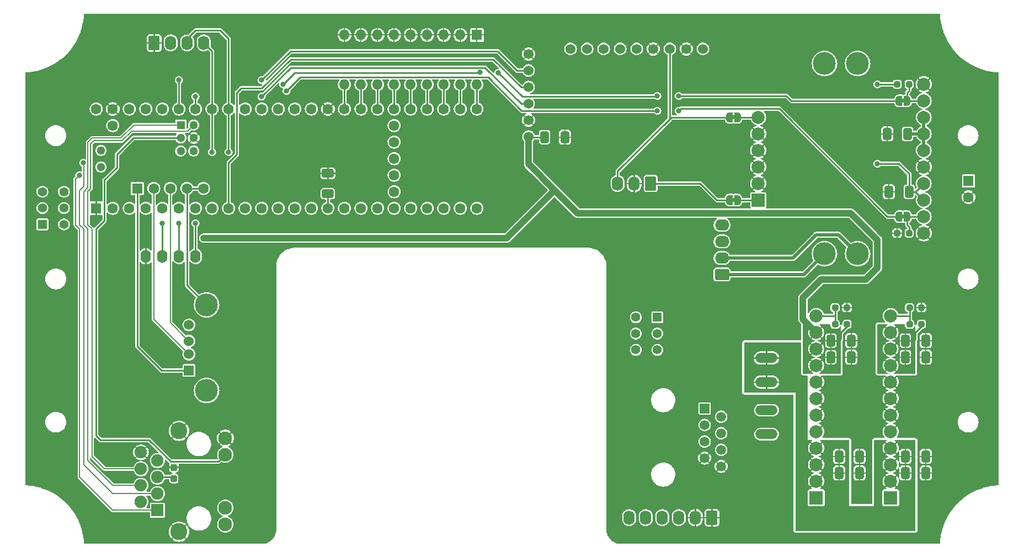
<source format=gbl>
%TF.GenerationSoftware,KiCad,Pcbnew,7.0.7*%
%TF.CreationDate,2023-10-09T15:43:46-04:00*%
%TF.ProjectId,dmxaudio,646d7861-7564-4696-9f2e-6b696361645f,rev?*%
%TF.SameCoordinates,Original*%
%TF.FileFunction,Copper,L2,Bot*%
%TF.FilePolarity,Positive*%
%FSLAX46Y46*%
G04 Gerber Fmt 4.6, Leading zero omitted, Abs format (unit mm)*
G04 Created by KiCad (PCBNEW 7.0.7) date 2023-10-09 15:43:46*
%MOMM*%
%LPD*%
G01*
G04 APERTURE LIST*
G04 Aperture macros list*
%AMRoundRect*
0 Rectangle with rounded corners*
0 $1 Rounding radius*
0 $2 $3 $4 $5 $6 $7 $8 $9 X,Y pos of 4 corners*
0 Add a 4 corners polygon primitive as box body*
4,1,4,$2,$3,$4,$5,$6,$7,$8,$9,$2,$3,0*
0 Add four circle primitives for the rounded corners*
1,1,$1+$1,$2,$3*
1,1,$1+$1,$4,$5*
1,1,$1+$1,$6,$7*
1,1,$1+$1,$8,$9*
0 Add four rect primitives between the rounded corners*
20,1,$1+$1,$2,$3,$4,$5,0*
20,1,$1+$1,$4,$5,$6,$7,0*
20,1,$1+$1,$6,$7,$8,$9,0*
20,1,$1+$1,$8,$9,$2,$3,0*%
%AMFreePoly0*
4,1,19,0.500000,-0.750000,0.000000,-0.750000,0.000000,-0.744911,-0.071157,-0.744911,-0.207708,-0.704816,-0.327430,-0.627875,-0.420627,-0.520320,-0.479746,-0.390866,-0.500000,-0.250000,-0.500000,0.250000,-0.479746,0.390866,-0.420627,0.520320,-0.327430,0.627875,-0.207708,0.704816,-0.071157,0.744911,0.000000,0.744911,0.000000,0.750000,0.500000,0.750000,0.500000,-0.750000,0.500000,-0.750000,
$1*%
%AMFreePoly1*
4,1,19,0.000000,0.744911,0.071157,0.744911,0.207708,0.704816,0.327430,0.627875,0.420627,0.520320,0.479746,0.390866,0.500000,0.250000,0.500000,-0.250000,0.479746,-0.390866,0.420627,-0.520320,0.327430,-0.627875,0.207708,-0.704816,0.071157,-0.744911,0.000000,-0.744911,0.000000,-0.750000,-0.500000,-0.750000,-0.500000,0.750000,0.000000,0.750000,0.000000,0.744911,0.000000,0.744911,
$1*%
G04 Aperture macros list end*
%TA.AperFunction,ComponentPad*%
%ADD10RoundRect,0.250000X0.620000X0.845000X-0.620000X0.845000X-0.620000X-0.845000X0.620000X-0.845000X0*%
%TD*%
%TA.AperFunction,ComponentPad*%
%ADD11O,1.740000X2.190000*%
%TD*%
%TA.AperFunction,ComponentPad*%
%ADD12R,1.600000X1.600000*%
%TD*%
%TA.AperFunction,ComponentPad*%
%ADD13C,1.600000*%
%TD*%
%TA.AperFunction,ComponentPad*%
%ADD14R,1.300000X1.300000*%
%TD*%
%TA.AperFunction,ComponentPad*%
%ADD15C,1.300000*%
%TD*%
%TA.AperFunction,ComponentPad*%
%ADD16O,3.400000X1.500000*%
%TD*%
%TA.AperFunction,ComponentPad*%
%ADD17R,1.900000X1.900000*%
%TD*%
%TA.AperFunction,ComponentPad*%
%ADD18C,1.900000*%
%TD*%
%TA.AperFunction,ComponentPad*%
%ADD19C,2.100000*%
%TD*%
%TA.AperFunction,ComponentPad*%
%ADD20C,2.600000*%
%TD*%
%TA.AperFunction,ComponentPad*%
%ADD21R,1.400000X1.400000*%
%TD*%
%TA.AperFunction,ComponentPad*%
%ADD22C,1.400000*%
%TD*%
%TA.AperFunction,ComponentPad*%
%ADD23R,1.500000X1.500000*%
%TD*%
%TA.AperFunction,ComponentPad*%
%ADD24C,1.500000*%
%TD*%
%TA.AperFunction,ComponentPad*%
%ADD25R,2.000000X2.000000*%
%TD*%
%TA.AperFunction,ComponentPad*%
%ADD26C,2.000000*%
%TD*%
%TA.AperFunction,ComponentPad*%
%ADD27O,1.600000X1.600000*%
%TD*%
%TA.AperFunction,ComponentPad*%
%ADD28C,1.524000*%
%TD*%
%TA.AperFunction,ComponentPad*%
%ADD29RoundRect,0.250000X-0.620000X-0.845000X0.620000X-0.845000X0.620000X0.845000X-0.620000X0.845000X0*%
%TD*%
%TA.AperFunction,ComponentPad*%
%ADD30R,1.524000X1.524000*%
%TD*%
%TA.AperFunction,ComponentPad*%
%ADD31C,3.500000*%
%TD*%
%TA.AperFunction,ComponentPad*%
%ADD32RoundRect,0.250000X0.845000X-0.620000X0.845000X0.620000X-0.845000X0.620000X-0.845000X-0.620000X0*%
%TD*%
%TA.AperFunction,ComponentPad*%
%ADD33O,2.190000X1.740000*%
%TD*%
%TA.AperFunction,ComponentPad*%
%ADD34O,1.600000X2.000000*%
%TD*%
%TA.AperFunction,SMDPad,CuDef*%
%ADD35RoundRect,0.250000X-0.412500X-0.650000X0.412500X-0.650000X0.412500X0.650000X-0.412500X0.650000X0*%
%TD*%
%TA.AperFunction,SMDPad,CuDef*%
%ADD36RoundRect,0.237500X0.250000X0.237500X-0.250000X0.237500X-0.250000X-0.237500X0.250000X-0.237500X0*%
%TD*%
%TA.AperFunction,SMDPad,CuDef*%
%ADD37RoundRect,0.237500X-0.250000X-0.237500X0.250000X-0.237500X0.250000X0.237500X-0.250000X0.237500X0*%
%TD*%
%TA.AperFunction,SMDPad,CuDef*%
%ADD38FreePoly0,0.000000*%
%TD*%
%TA.AperFunction,SMDPad,CuDef*%
%ADD39FreePoly1,0.000000*%
%TD*%
%TA.AperFunction,SMDPad,CuDef*%
%ADD40RoundRect,0.237500X0.237500X-0.300000X0.237500X0.300000X-0.237500X0.300000X-0.237500X-0.300000X0*%
%TD*%
%TA.AperFunction,SMDPad,CuDef*%
%ADD41RoundRect,0.250000X0.412500X0.650000X-0.412500X0.650000X-0.412500X-0.650000X0.412500X-0.650000X0*%
%TD*%
%TA.AperFunction,SMDPad,CuDef*%
%ADD42RoundRect,0.250000X0.650000X-0.412500X0.650000X0.412500X-0.650000X0.412500X-0.650000X-0.412500X0*%
%TD*%
%TA.AperFunction,ViaPad*%
%ADD43C,0.800000*%
%TD*%
%TA.AperFunction,Conductor*%
%ADD44C,0.250000*%
%TD*%
%TA.AperFunction,Conductor*%
%ADD45C,0.200000*%
%TD*%
%TA.AperFunction,Conductor*%
%ADD46C,1.016000*%
%TD*%
%TA.AperFunction,Conductor*%
%ADD47C,0.508000*%
%TD*%
G04 APERTURE END LIST*
%TA.AperFunction,EtchedComponent*%
%TO.C,JP1*%
G36*
X174240000Y-89200000D02*
G01*
X173740000Y-89200000D01*
X173740000Y-88600000D01*
X174240000Y-88600000D01*
X174240000Y-89200000D01*
G37*
%TD.AperFunction*%
%TA.AperFunction,EtchedComponent*%
%TO.C,JP3*%
G36*
X200260000Y-73960000D02*
G01*
X199760000Y-73960000D01*
X199760000Y-73360000D01*
X200260000Y-73360000D01*
X200260000Y-73960000D01*
G37*
%TD.AperFunction*%
%TA.AperFunction,EtchedComponent*%
%TO.C,JP4*%
G36*
X200260000Y-91740000D02*
G01*
X199760000Y-91740000D01*
X199760000Y-91140000D01*
X200260000Y-91140000D01*
X200260000Y-91740000D01*
G37*
%TD.AperFunction*%
%TA.AperFunction,EtchedComponent*%
%TO.C,JP2*%
G36*
X174240000Y-76500000D02*
G01*
X173740000Y-76500000D01*
X173740000Y-75900000D01*
X174240000Y-75900000D01*
X174240000Y-76500000D01*
G37*
%TD.AperFunction*%
%TD*%
D10*
%TO.P,J7,1,Pin_1*%
%TO.N,GND*%
X170688000Y-137668000D03*
D11*
%TO.P,J7,2,Pin_2*%
X168148000Y-137668000D03*
%TO.P,J7,3,Pin_3*%
%TO.N,/24V_PREFUSE*%
X165608000Y-137668000D03*
%TO.P,J7,4,Pin_4*%
X163068000Y-137668000D03*
%TO.P,J7,5,Pin_5*%
%TO.N,/MCU/RS485_B*%
X160528000Y-137668000D03*
%TO.P,J7,6,Pin_6*%
%TO.N,/MCU/RS485_A*%
X157988000Y-137668000D03*
%TD*%
D12*
%TO.P,U2,1,GND*%
%TO.N,GND*%
X76200000Y-90170000D03*
D13*
%TO.P,U2,2,0_RX1_CRX2_CS1*%
%TO.N,unconnected-(U2-0_RX1_CRX2_CS1-Pad2)*%
X78740000Y-90170000D03*
%TO.P,U2,3,1_TX1_CTX2_MISO1*%
%TO.N,unconnected-(U2-1_TX1_CTX2_MISO1-Pad3)*%
X81280000Y-90170000D03*
%TO.P,U2,4,2_OUT2*%
%TO.N,unconnected-(U2-2_OUT2-Pad4)*%
X83820000Y-90170000D03*
%TO.P,U2,5,3_LRCLK2*%
%TO.N,unconnected-(U2-3_LRCLK2-Pad5)*%
X86360000Y-90170000D03*
%TO.P,U2,6,4_BCLK2*%
%TO.N,unconnected-(U2-4_BCLK2-Pad6)*%
X88900000Y-90170000D03*
%TO.P,U2,7,5_IN2*%
%TO.N,unconnected-(U2-5_IN2-Pad7)*%
X91440000Y-90170000D03*
%TO.P,U2,8,6_OUT1D*%
%TO.N,unconnected-(U2-6_OUT1D-Pad8)*%
X93980000Y-90170000D03*
%TO.P,U2,9,7_RX2_OUT1A*%
%TO.N,/DAC/DATA*%
X96520000Y-90170000D03*
%TO.P,U2,10,8_TX2_IN1*%
%TO.N,unconnected-(U2-8_TX2_IN1-Pad10)*%
X99060000Y-90170000D03*
%TO.P,U2,11,9_OUT1C*%
%TO.N,unconnected-(U2-9_OUT1C-Pad11)*%
X101600000Y-90170000D03*
%TO.P,U2,12,10_CS_MQSR*%
%TO.N,unconnected-(U2-10_CS_MQSR-Pad12)*%
X104140000Y-90170000D03*
%TO.P,U2,13,11_MOSI_CTX1*%
%TO.N,unconnected-(U2-11_MOSI_CTX1-Pad13)*%
X106680000Y-90170000D03*
%TO.P,U2,14,12_MISO_MQSL*%
%TO.N,unconnected-(U2-12_MISO_MQSL-Pad14)*%
X109220000Y-90170000D03*
%TO.P,U2,15,3V3*%
%TO.N,+3V3*%
X111760000Y-90170000D03*
%TO.P,U2,16,24_A10_TX6_SCL2*%
%TO.N,unconnected-(U2-24_A10_TX6_SCL2-Pad16)*%
X114300000Y-90170000D03*
%TO.P,U2,17,25_A11_RX6_SDA2*%
%TO.N,unconnected-(U2-25_A11_RX6_SDA2-Pad17)*%
X116840000Y-90170000D03*
%TO.P,U2,18,26_A12_MOSI1*%
%TO.N,unconnected-(U2-26_A12_MOSI1-Pad18)*%
X119380000Y-90170000D03*
%TO.P,U2,19,27_A13_SCK1*%
%TO.N,unconnected-(U2-27_A13_SCK1-Pad19)*%
X121920000Y-90170000D03*
%TO.P,U2,20,28_RX7*%
%TO.N,/MCU/DMX_DATA*%
X124460000Y-90170000D03*
%TO.P,U2,21,29_TX7*%
%TO.N,/MCU/RDM_DATA*%
X127000000Y-90170000D03*
%TO.P,U2,22,30_CRX3*%
%TO.N,/MCU/RDM_SEND*%
X129540000Y-90170000D03*
%TO.P,U2,23,31_CTX3*%
%TO.N,unconnected-(U2-31_CTX3-Pad23)*%
X132080000Y-90170000D03*
%TO.P,U2,24,32_OUT1B*%
%TO.N,unconnected-(U2-32_OUT1B-Pad24)*%
X134620000Y-90170000D03*
%TO.P,U2,25,33_MCLK2*%
%TO.N,Net-(U2-33_MCLK2)*%
X134620000Y-74930000D03*
%TO.P,U2,26,34_RX8*%
%TO.N,Net-(U2-34_RX8)*%
X132080000Y-74930000D03*
%TO.P,U2,27,35_TX8*%
%TO.N,Net-(U2-35_TX8)*%
X129540000Y-74930000D03*
%TO.P,U2,28,36_CS*%
%TO.N,Net-(U2-36_CS)*%
X127000000Y-74930000D03*
%TO.P,U2,29,37_CS*%
%TO.N,Net-(U2-37_CS)*%
X124460000Y-74930000D03*
%TO.P,U2,30,38_CS1_IN1*%
%TO.N,Net-(U2-38_CS1_IN1)*%
X121920000Y-74930000D03*
%TO.P,U2,31,39_MISO1_OUT1A*%
%TO.N,Net-(U2-39_MISO1_OUT1A)*%
X119380000Y-74930000D03*
%TO.P,U2,32,40_A16*%
%TO.N,Net-(U2-40_A16)*%
X116840000Y-74930000D03*
%TO.P,U2,33,41_A17*%
%TO.N,Net-(U2-41_A17)*%
X114300000Y-74930000D03*
%TO.P,U2,34,GND*%
%TO.N,GND*%
X111760000Y-74930000D03*
%TO.P,U2,35,13_SCK_LED*%
%TO.N,unconnected-(U2-13_SCK_LED-Pad35)*%
X109220000Y-74930000D03*
%TO.P,U2,36,14_A0_TX3_SPDIF_OUT*%
%TO.N,unconnected-(U2-14_A0_TX3_SPDIF_OUT-Pad36)*%
X106680000Y-74930000D03*
%TO.P,U2,37,15_A1_RX3_SPDIF_IN*%
%TO.N,unconnected-(U2-15_A1_RX3_SPDIF_IN-Pad37)*%
X104140000Y-74930000D03*
%TO.P,U2,38,16_A2_RX4_SCL1*%
%TO.N,unconnected-(U2-16_A2_RX4_SCL1-Pad38)*%
X101600000Y-74930000D03*
%TO.P,U2,39,17_A3_TX4_SDA1*%
%TO.N,unconnected-(U2-17_A3_TX4_SDA1-Pad39)*%
X99060000Y-74930000D03*
%TO.P,U2,40,18_A4_SDA*%
%TO.N,/MCU/SDA*%
X96520000Y-74930000D03*
%TO.P,U2,41,19_A5_SCL*%
%TO.N,/MCU/SCL*%
X93980000Y-74930000D03*
%TO.P,U2,42,20_A6_TX5_LRCLK1*%
%TO.N,/DAC/LRCLK*%
X91440000Y-74930000D03*
%TO.P,U2,43,21_A7_RX5_BCLK1*%
%TO.N,/DAC/BCLK*%
X88900000Y-74930000D03*
%TO.P,U2,44,22_A8_CTX1*%
%TO.N,/MCU/MUTE*%
X86360000Y-74930000D03*
%TO.P,U2,45,23_A9_CRX1_MCLK1*%
%TO.N,/MCU/~{SD}*%
X83820000Y-74930000D03*
%TO.P,U2,46,3V3*%
%TO.N,+3V3*%
X81280000Y-74930000D03*
%TO.P,U2,47,GND*%
%TO.N,GND*%
X78740000Y-74930000D03*
%TO.P,U2,48,VIN*%
%TO.N,Net-(SW3B-B)*%
X76200000Y-74930000D03*
%TO.P,U2,49,VUSB*%
%TO.N,unconnected-(U2-VUSB-Pad49)*%
X78740000Y-77470000D03*
%TO.P,U2,50,VBAT*%
%TO.N,unconnected-(U2-VBAT-Pad50)*%
X121920000Y-87630000D03*
%TO.P,U2,51,3V3*%
%TO.N,unconnected-(U2-3V3-Pad51)*%
X121920000Y-85090000D03*
%TO.P,U2,52,GND*%
%TO.N,unconnected-(U2-GND-Pad52)*%
X121920000Y-82550000D03*
%TO.P,U2,53,PROGRAM*%
%TO.N,unconnected-(U2-PROGRAM-Pad53)*%
X121920000Y-80010000D03*
%TO.P,U2,54,ON_OFF*%
%TO.N,unconnected-(U2-ON_OFF-Pad54)*%
X121920000Y-77470000D03*
D12*
%TO.P,U2,55,5V*%
%TO.N,/MCU/USB_VBUS*%
X82499200Y-87119200D03*
D13*
%TO.P,U2,56,D-*%
%TO.N,/MCU/USB_D-*%
X85039200Y-87119200D03*
%TO.P,U2,57,D+*%
%TO.N,/MCU/USB_D+*%
X87579200Y-87119200D03*
%TO.P,U2,58,GND*%
%TO.N,/MCU/USB_GND*%
X90119200Y-87119200D03*
%TO.P,U2,59,GND*%
X92659200Y-87119200D03*
D14*
%TO.P,U2,60,R+*%
%TO.N,/MCU/ETHERNET_R+*%
X89170000Y-77368400D03*
D15*
%TO.P,U2,61,LED*%
%TO.N,/MCU/ETHERNET_LED*%
X89170000Y-79368400D03*
%TO.P,U2,62,T-*%
%TO.N,/MCU/ETHERNET_T-*%
X89170000Y-81368400D03*
%TO.P,U2,63,T+*%
%TO.N,/MCU/ETHERNET_T+*%
X91170000Y-81368400D03*
%TO.P,U2,64,GND*%
%TO.N,GND*%
X91170000Y-79368400D03*
%TO.P,U2,65,R-*%
%TO.N,/MCU/ETHERNET_R-*%
X91170000Y-77368400D03*
%TO.P,U2,66,D-*%
%TO.N,unconnected-(U2-D--Pad66)*%
X76930000Y-81280000D03*
%TO.P,U2,67,D+*%
%TO.N,unconnected-(U2-D+-Pad67)*%
X76930000Y-83820000D03*
%TD*%
D16*
%TO.P,F1,1*%
%TO.N,/24V_PREFUSE*%
X179070000Y-124858000D03*
X179070000Y-121158000D03*
%TO.P,F1,2*%
%TO.N,+24V*%
X179070000Y-116858000D03*
X179070000Y-113158000D03*
%TD*%
D17*
%TO.P,J3,1,TD+*%
%TO.N,/MCU/ETHERNET_T+*%
X85602000Y-136525000D03*
D18*
%TO.P,J3,2,TCT*%
%TO.N,Net-(J3-RCT)*%
X83062000Y-135255000D03*
%TO.P,J3,3,TD-*%
%TO.N,/MCU/ETHERNET_T-*%
X85602000Y-133985000D03*
%TO.P,J3,4,RD+*%
%TO.N,/MCU/ETHERNET_R+*%
X83062000Y-132715000D03*
%TO.P,J3,5,RCT*%
%TO.N,Net-(J3-RCT)*%
X85602000Y-131445000D03*
%TO.P,J3,6,RD-*%
%TO.N,/MCU/ETHERNET_R-*%
X83062000Y-130175000D03*
%TO.P,J3,7,NC*%
%TO.N,unconnected-(J3-NC-Pad7)*%
X85602000Y-128905000D03*
%TO.P,J3,8,GND*%
%TO.N,GND*%
X83062000Y-127635000D03*
D19*
%TO.P,J3,L1,LEDY_A*%
%TO.N,unconnected-(J3-LEDY_A-PadL1)*%
X96012000Y-138705000D03*
%TO.P,J3,L2,LEDY_K*%
%TO.N,unconnected-(J3-LEDY_K-PadL2)*%
X96012000Y-136165000D03*
%TO.P,J3,L3,LEDG_A*%
%TO.N,/MCU/ETHERNET_LED*%
X96012000Y-127995000D03*
%TO.P,J3,L4,LEDG_K*%
%TO.N,GND*%
X96012000Y-125455000D03*
D20*
%TO.P,J3,SH,SHIELD*%
X88902000Y-139825000D03*
X88902000Y-124335000D03*
%TD*%
D21*
%TO.P,SW3,1*%
%TO.N,N/C*%
X67945000Y-92630000D03*
D22*
%TO.P,SW3,2*%
X67945000Y-90130000D03*
%TO.P,SW3,3*%
X67945000Y-87630000D03*
%TO.P,SW3,4,A*%
%TO.N,/Amplifier/5V*%
X71245000Y-92630000D03*
%TO.P,SW3,5,B*%
%TO.N,Net-(SW3B-B)*%
X71245000Y-90130000D03*
%TO.P,SW3,6,C*%
%TO.N,unconnected-(SW3B-C-Pad6)*%
X71245000Y-87630000D03*
%TD*%
D12*
%TO.P,C11,1*%
%TO.N,/Amplifier/12V*%
X210058000Y-85969349D03*
D13*
%TO.P,C11,2*%
%TO.N,GND*%
X210058000Y-88469349D03*
%TD*%
D23*
%TO.P,J2,1*%
%TO.N,/MCU/RS485_A*%
X169565000Y-120904000D03*
D24*
%TO.P,J2,2*%
%TO.N,/MCU/RS485_B*%
X172105000Y-122174000D03*
%TO.P,J2,3*%
%TO.N,unconnected-(J2-Pad3)*%
X169565000Y-123444000D03*
%TO.P,J2,4*%
%TO.N,/24V_PREFUSE*%
X172105000Y-124714000D03*
%TO.P,J2,5*%
X169565000Y-125984000D03*
%TO.P,J2,6*%
%TO.N,unconnected-(J2-Pad6)*%
X172105000Y-127254000D03*
%TO.P,J2,7*%
%TO.N,GND*%
X169565000Y-128524000D03*
%TO.P,J2,8*%
X172105000Y-129794000D03*
%TD*%
D25*
%TO.P,U4,1,CTRL*%
%TO.N,unconnected-(U4-CTRL-Pad1)*%
X186690000Y-134620000D03*
D26*
%TO.P,U4,2,VIN*%
%TO.N,+24V*%
X186690000Y-132080000D03*
%TO.P,U4,3,VIN*%
X186690000Y-129540000D03*
%TO.P,U4,4,VIN*%
X186690000Y-127000000D03*
%TO.P,U4,5,GND*%
%TO.N,GND*%
X186690000Y-124460000D03*
%TO.P,U4,6,GND*%
X186690000Y-121920000D03*
%TO.P,U4,7,GND*%
X186690000Y-119380000D03*
%TO.P,U4,8,GND*%
X186690000Y-116840000D03*
%TO.P,U4,9,+VO*%
%TO.N,/Amplifier/5V*%
X186690000Y-114300000D03*
%TO.P,U4,10,+VO*%
X186690000Y-111760000D03*
%TO.P,U4,11,+V0*%
X186690000Y-109220000D03*
%TO.P,U4,12,TRIM*%
%TO.N,Net-(U4-TRIM)*%
X186690000Y-106680000D03*
%TD*%
D12*
%TO.P,SW2,1*%
%TO.N,GND*%
X134610000Y-63542500D03*
D27*
%TO.P,SW2,2*%
X132070000Y-63542500D03*
%TO.P,SW2,3*%
X129530000Y-63542500D03*
%TO.P,SW2,4*%
X126990000Y-63542500D03*
%TO.P,SW2,5*%
X124450000Y-63542500D03*
%TO.P,SW2,6*%
X121910000Y-63542500D03*
%TO.P,SW2,7*%
X119370000Y-63542500D03*
%TO.P,SW2,8*%
X116830000Y-63542500D03*
%TO.P,SW2,9*%
X114290000Y-63542500D03*
%TO.P,SW2,10*%
%TO.N,Net-(U2-41_A17)*%
X114290000Y-71162500D03*
%TO.P,SW2,11*%
%TO.N,Net-(U2-40_A16)*%
X116830000Y-71162500D03*
%TO.P,SW2,12*%
%TO.N,Net-(U2-39_MISO1_OUT1A)*%
X119370000Y-71162500D03*
%TO.P,SW2,13*%
%TO.N,Net-(U2-38_CS1_IN1)*%
X121910000Y-71162500D03*
%TO.P,SW2,14*%
%TO.N,Net-(U2-37_CS)*%
X124450000Y-71162500D03*
%TO.P,SW2,15*%
%TO.N,Net-(U2-36_CS)*%
X126990000Y-71162500D03*
%TO.P,SW2,16*%
%TO.N,Net-(U2-35_TX8)*%
X129530000Y-71162500D03*
%TO.P,SW2,17*%
%TO.N,Net-(U2-34_RX8)*%
X132070000Y-71162500D03*
%TO.P,SW2,18*%
%TO.N,Net-(U2-33_MCLK2)*%
X134610000Y-71162500D03*
%TD*%
D28*
%TO.P,U3,1,SCK*%
%TO.N,GND*%
X142544569Y-66474050D03*
%TO.P,U3,2,BCK*%
%TO.N,/DAC/BCLK*%
X142544569Y-69014050D03*
%TO.P,U3,3,DIN*%
%TO.N,/DAC/DATA*%
X142544569Y-71554050D03*
%TO.P,U3,4,LRCLK*%
%TO.N,/DAC/LRCLK*%
X142544569Y-74094050D03*
%TO.P,U3,5,GND*%
%TO.N,GND*%
X142544569Y-76634050D03*
%TO.P,U3,6,VIN*%
%TO.N,/Amplifier/5V*%
X142544569Y-79174050D03*
%TO.P,U3,7,FLT*%
%TO.N,unconnected-(U3-FLT-Pad7)*%
X148984569Y-65694050D03*
%TO.P,U3,8,DEMP*%
%TO.N,unconnected-(U3-DEMP-Pad8)*%
X151524569Y-65694050D03*
%TO.P,U3,9,XSMT*%
%TO.N,unconnected-(U3-XSMT-Pad9)*%
X154064569Y-65694050D03*
%TO.P,U3,10,FMT*%
%TO.N,unconnected-(U3-FMT-Pad10)*%
X156604569Y-65694050D03*
%TO.P,U3,11,A3V3*%
%TO.N,unconnected-(U3-A3V3-Pad11)*%
X159144569Y-65694050D03*
%TO.P,U3,12,AGND*%
%TO.N,GND*%
X161684569Y-65694050D03*
%TO.P,U3,13,R*%
%TO.N,/DAC/RIGHT*%
X164224569Y-65694050D03*
%TO.P,U3,14,AGND*%
%TO.N,GND*%
X166764569Y-65694050D03*
%TO.P,U3,15,L*%
%TO.N,/DAC/LEFT*%
X169304569Y-65694050D03*
%TD*%
D29*
%TO.P,J6,1,Pin_1*%
%TO.N,GND*%
X85090000Y-64770000D03*
D11*
%TO.P,J6,2,Pin_2*%
%TO.N,+3V3*%
X87630000Y-64770000D03*
%TO.P,J6,3,Pin_3*%
%TO.N,/MCU/SDA*%
X90170000Y-64770000D03*
%TO.P,J6,4,Pin_4*%
%TO.N,/MCU/SCL*%
X92710000Y-64770000D03*
%TD*%
D30*
%TO.P,J1,1,VBUS*%
%TO.N,/MCU/USB_VBUS*%
X90424000Y-115062000D03*
D28*
%TO.P,J1,2,D-*%
%TO.N,/MCU/USB_D-*%
X90424000Y-112562000D03*
%TO.P,J1,3,D+*%
%TO.N,/MCU/USB_D+*%
X90424000Y-110562000D03*
%TO.P,J1,4,GND*%
%TO.N,/MCU/USB_GND*%
X90424000Y-108062000D03*
D31*
%TO.P,J1,5,Shield*%
X93134000Y-118132000D03*
X93134000Y-104992000D03*
%TD*%
D32*
%TO.P,J4,1,Pin_1*%
%TO.N,/Amplifier/SPEAKER_L-*%
X172232000Y-100330000D03*
D33*
%TO.P,J4,2,Pin_2*%
%TO.N,/Amplifier/SPEAKER_L+*%
X172232000Y-97790000D03*
%TO.P,J4,3,Pin_3*%
%TO.N,/Amplifier/SPEAKER_R-*%
X172232000Y-95250000D03*
%TO.P,J4,4,Pin_4*%
%TO.N,/Amplifier/SPEAKER_R+*%
X172232000Y-92710000D03*
%TD*%
D10*
%TO.P,J5,1,Pin_1*%
%TO.N,/DAC/LEFT*%
X161290000Y-86360000D03*
D11*
%TO.P,J5,2,Pin_2*%
%TO.N,GND*%
X158750000Y-86360000D03*
%TO.P,J5,3,Pin_3*%
%TO.N,/DAC/RIGHT*%
X156210000Y-86360000D03*
%TD*%
D25*
%TO.P,U6,1,LINN*%
%TO.N,/Amplifier/LEFT*%
X177800000Y-88900000D03*
D26*
%TO.P,U6,2,GND*%
%TO.N,GND*%
X177800000Y-86360000D03*
%TO.P,U6,3,LINP*%
X177800000Y-83820000D03*
%TO.P,U6,4,RINP*%
X177800000Y-81280000D03*
%TO.P,U6,5,GND*%
X177800000Y-78740000D03*
%TO.P,U6,6,RINN*%
%TO.N,/Amplifier/RIGHT*%
X177800000Y-76200000D03*
%TO.P,U6,7,GND*%
%TO.N,GND*%
X203200000Y-71120000D03*
%TO.P,U6,8,~{SD}*%
%TO.N,/Amplifier/~{SD}*%
X203200000Y-73660000D03*
%TO.P,U6,9,AVCC*%
%TO.N,/Amplifier/12V*%
X203200000Y-76200000D03*
%TO.P,U6,10,PVCCR*%
X203200000Y-78740000D03*
%TO.P,U6,11,PVCCL*%
X203200000Y-81280000D03*
%TO.P,U6,12,GND*%
%TO.N,GND*%
X203200000Y-83820000D03*
%TO.P,U6,13,AVDD*%
%TO.N,/Amplifier/5V*%
X203200000Y-86360000D03*
%TO.P,U6,14,AVDD*%
X203200000Y-88900000D03*
%TO.P,U6,15,MUTE*%
%TO.N,/Amplifier/MUTE*%
X203200000Y-91440000D03*
%TO.P,U6,16,GND*%
%TO.N,GND*%
X203200000Y-93980000D03*
D31*
%TO.P,U6,17,LN-*%
%TO.N,/Amplifier/SPEAKER_L-*%
X187960000Y-97155000D03*
%TO.P,U6,18,LP+*%
%TO.N,/Amplifier/SPEAKER_L+*%
X193040000Y-97155000D03*
%TO.P,U6,19,RN-*%
%TO.N,/Amplifier/SPEAKER_R-*%
X187960000Y-67945000D03*
%TO.P,U6,20,RP+*%
%TO.N,/Amplifier/SPEAKER_R+*%
X193040000Y-67945000D03*
%TD*%
D34*
%TO.P,Brd1,1,GND*%
%TO.N,GND*%
X83820000Y-97536000D03*
%TO.P,Brd1,2,VCC*%
%TO.N,+3V3*%
X86360000Y-97536000D03*
%TO.P,Brd1,3,SCL*%
%TO.N,/MCU/SCL*%
X88900000Y-97536000D03*
%TO.P,Brd1,4,SDA*%
%TO.N,/MCU/SDA*%
X91440000Y-97536000D03*
%TD*%
D25*
%TO.P,U5,1,CTRL*%
%TO.N,unconnected-(U5-CTRL-Pad1)*%
X198120000Y-134620000D03*
D26*
%TO.P,U5,2,VIN*%
%TO.N,+24V*%
X198120000Y-132080000D03*
%TO.P,U5,3,VIN*%
X198120000Y-129540000D03*
%TO.P,U5,4,VIN*%
X198120000Y-127000000D03*
%TO.P,U5,5,GND*%
%TO.N,GND*%
X198120000Y-124460000D03*
%TO.P,U5,6,GND*%
X198120000Y-121920000D03*
%TO.P,U5,7,GND*%
X198120000Y-119380000D03*
%TO.P,U5,8,GND*%
X198120000Y-116840000D03*
%TO.P,U5,9,+VO*%
%TO.N,/Amplifier/12V*%
X198120000Y-114300000D03*
%TO.P,U5,10,+VO*%
X198120000Y-111760000D03*
%TO.P,U5,11,+V0*%
X198120000Y-109220000D03*
%TO.P,U5,12,TRIM*%
%TO.N,Net-(U5-TRIM)*%
X198120000Y-106680000D03*
%TD*%
D21*
%TO.P,SW1,1,A*%
%TO.N,unconnected-(SW1A-A-Pad1)*%
X162305000Y-106904000D03*
D22*
%TO.P,SW1,2,B*%
%TO.N,/MCU/RS485_B*%
X162305000Y-109404000D03*
%TO.P,SW1,3,C*%
%TO.N,Net-(SW1A-C)*%
X162305000Y-111904000D03*
%TO.P,SW1,4,A*%
%TO.N,unconnected-(SW1B-A-Pad4)*%
X159005000Y-106904000D03*
%TO.P,SW1,5,B*%
%TO.N,/MCU/RS485_A*%
X159005000Y-109404000D03*
%TO.P,SW1,6,C*%
%TO.N,Net-(SW1B-C)*%
X159005000Y-111904000D03*
%TD*%
D35*
%TO.P,C6,1*%
%TO.N,+24V*%
X200367500Y-130810000D03*
%TO.P,C6,2*%
%TO.N,GND*%
X203492500Y-130810000D03*
%TD*%
%TO.P,C14,1*%
%TO.N,/Amplifier/5V*%
X144995500Y-79248000D03*
%TO.P,C14,2*%
%TO.N,GND*%
X148120500Y-79248000D03*
%TD*%
%TO.P,C3,1*%
%TO.N,+24V*%
X190207500Y-130810000D03*
%TO.P,C3,2*%
%TO.N,GND*%
X193332500Y-130810000D03*
%TD*%
D36*
%TO.P,R3,1*%
%TO.N,/Amplifier/5V*%
X191412500Y-107950000D03*
%TO.P,R3,2*%
%TO.N,Net-(U4-TRIM)*%
X189587500Y-107950000D03*
%TD*%
D37*
%TO.P,R8,1*%
%TO.N,/Amplifier/5V*%
X199112500Y-71120000D03*
%TO.P,R8,2*%
%TO.N,/Amplifier/~{SD}*%
X200937500Y-71120000D03*
%TD*%
D38*
%TO.P,JP1,1,A*%
%TO.N,/DAC/LEFT*%
X173340000Y-88900000D03*
D39*
%TO.P,JP1,2,B*%
%TO.N,/Amplifier/LEFT*%
X174640000Y-88900000D03*
%TD*%
D38*
%TO.P,JP3,1,A*%
%TO.N,/MCU/~{SD}*%
X199360000Y-73660000D03*
D39*
%TO.P,JP3,2,B*%
%TO.N,/Amplifier/~{SD}*%
X200660000Y-73660000D03*
%TD*%
D37*
%TO.P,R4,1*%
%TO.N,Net-(U5-TRIM)*%
X201017500Y-105410000D03*
%TO.P,R4,2*%
%TO.N,GND*%
X202842500Y-105410000D03*
%TD*%
D38*
%TO.P,JP4,1,A*%
%TO.N,/MCU/MUTE*%
X199360000Y-91440000D03*
D39*
%TO.P,JP4,2,B*%
%TO.N,/Amplifier/MUTE*%
X200660000Y-91440000D03*
%TD*%
D35*
%TO.P,C8,1*%
%TO.N,/Amplifier/5V*%
X188937500Y-110490000D03*
%TO.P,C8,2*%
%TO.N,GND*%
X192062500Y-110490000D03*
%TD*%
D36*
%TO.P,R9,1*%
%TO.N,/Amplifier/MUTE*%
X200937500Y-93980000D03*
%TO.P,R9,2*%
%TO.N,GND*%
X199112500Y-93980000D03*
%TD*%
D40*
%TO.P,C2,1*%
%TO.N,Net-(J3-RCT)*%
X88137000Y-131672500D03*
%TO.P,C2,2*%
%TO.N,GND*%
X88137000Y-129947500D03*
%TD*%
D41*
%TO.P,C13,1*%
%TO.N,/Amplifier/5V*%
X200952500Y-87630000D03*
%TO.P,C13,2*%
%TO.N,GND*%
X197827500Y-87630000D03*
%TD*%
D35*
%TO.P,C5,1*%
%TO.N,+24V*%
X200367500Y-128270000D03*
%TO.P,C5,2*%
%TO.N,GND*%
X203492500Y-128270000D03*
%TD*%
%TO.P,C7,1*%
%TO.N,/Amplifier/5V*%
X188937500Y-113030000D03*
%TO.P,C7,2*%
%TO.N,GND*%
X192062500Y-113030000D03*
%TD*%
%TO.P,C4,1*%
%TO.N,+24V*%
X190207500Y-128270000D03*
%TO.P,C4,2*%
%TO.N,GND*%
X193332500Y-128270000D03*
%TD*%
%TO.P,C10,1*%
%TO.N,/Amplifier/12V*%
X200367500Y-110490000D03*
%TO.P,C10,2*%
%TO.N,GND*%
X203492500Y-110490000D03*
%TD*%
D36*
%TO.P,R5,1*%
%TO.N,/Amplifier/12V*%
X202842500Y-107950000D03*
%TO.P,R5,2*%
%TO.N,Net-(U5-TRIM)*%
X201017500Y-107950000D03*
%TD*%
D37*
%TO.P,R2,1*%
%TO.N,Net-(U4-TRIM)*%
X189587500Y-105410000D03*
%TO.P,R2,2*%
%TO.N,GND*%
X191412500Y-105410000D03*
%TD*%
D38*
%TO.P,JP2,1,A*%
%TO.N,/DAC/RIGHT*%
X173340000Y-76200000D03*
D39*
%TO.P,JP2,2,B*%
%TO.N,/Amplifier/RIGHT*%
X174640000Y-76200000D03*
%TD*%
D41*
%TO.P,C12,1*%
%TO.N,/Amplifier/12V*%
X200698500Y-78740000D03*
%TO.P,C12,2*%
%TO.N,GND*%
X197573500Y-78740000D03*
%TD*%
D35*
%TO.P,C9,1*%
%TO.N,/Amplifier/12V*%
X200367500Y-113030000D03*
%TO.P,C9,2*%
%TO.N,GND*%
X203492500Y-113030000D03*
%TD*%
D42*
%TO.P,C15,1*%
%TO.N,+3V3*%
X111760000Y-87922500D03*
%TO.P,C15,2*%
%TO.N,GND*%
X111760000Y-84797500D03*
%TD*%
D43*
%TO.N,+3V3*%
X86360000Y-92456000D03*
%TO.N,GND*%
X171196000Y-107188000D03*
X173482000Y-106172000D03*
X165354000Y-113792000D03*
%TO.N,/MCU/ETHERNET_T+*%
X73595500Y-85090000D03*
%TO.N,/MCU/ETHERNET_T-*%
X74230500Y-83185000D03*
%TO.N,/DAC/BCLK*%
X101600000Y-70485000D03*
X88900000Y-70485000D03*
%TO.N,/DAC/LRCLK*%
X101600000Y-73025000D03*
X91440000Y-73025000D03*
%TO.N,/Amplifier/5V*%
X196088000Y-94996000D03*
X196088000Y-71120000D03*
X92710000Y-94742000D03*
X196088000Y-83312000D03*
%TO.N,/MCU/SDA*%
X96520000Y-81534000D03*
X91440000Y-92456000D03*
%TO.N,/MCU/SCL*%
X93980000Y-81534000D03*
X88900000Y-92456000D03*
%TO.N,/MCU/~{SD}*%
X165608000Y-72898000D03*
X135128000Y-69313000D03*
X137922000Y-69342000D03*
X162306000Y-72898000D03*
X104902000Y-71120000D03*
%TO.N,/MCU/MUTE*%
X105410000Y-72136000D03*
X165608000Y-75184000D03*
X162306000Y-75184000D03*
%TD*%
D44*
%TO.N,+3V3*%
X111760000Y-87922500D02*
X111760000Y-90170000D01*
X86360000Y-97536000D02*
X86360000Y-92456000D01*
%TO.N,Net-(J3-RCT)*%
X85602000Y-131445000D02*
X87909500Y-131445000D01*
X87909500Y-131445000D02*
X88137000Y-131672500D01*
%TO.N,Net-(U2-41_A17)*%
X114300000Y-71172500D02*
X114290000Y-71162500D01*
X114300000Y-74930000D02*
X114300000Y-71172500D01*
%TO.N,Net-(U2-40_A16)*%
X116840000Y-74930000D02*
X116840000Y-71172500D01*
X116840000Y-71172500D02*
X116830000Y-71162500D01*
%TO.N,Net-(U2-39_MISO1_OUT1A)*%
X119380000Y-71172500D02*
X119370000Y-71162500D01*
X119380000Y-74930000D02*
X119380000Y-71172500D01*
%TO.N,Net-(U2-38_CS1_IN1)*%
X121920000Y-71172500D02*
X121910000Y-71162500D01*
X121920000Y-74930000D02*
X121920000Y-71172500D01*
%TO.N,Net-(U2-37_CS)*%
X124460000Y-74930000D02*
X124460000Y-71172500D01*
X124460000Y-71172500D02*
X124450000Y-71162500D01*
%TO.N,Net-(U2-36_CS)*%
X127000000Y-74930000D02*
X127000000Y-71172500D01*
X127000000Y-71172500D02*
X126990000Y-71162500D01*
%TO.N,Net-(U2-35_TX8)*%
X129540000Y-71172500D02*
X129530000Y-71162500D01*
X129540000Y-74930000D02*
X129540000Y-71172500D01*
%TO.N,Net-(U2-34_RX8)*%
X132080000Y-74930000D02*
X132080000Y-71172500D01*
X132080000Y-71172500D02*
X132070000Y-71162500D01*
%TO.N,Net-(U2-33_MCLK2)*%
X134610000Y-71162500D02*
X134610000Y-74920000D01*
X134610000Y-74920000D02*
X134620000Y-74930000D01*
%TO.N,/MCU/USB_GND*%
X90119200Y-101977200D02*
X93134000Y-104992000D01*
X90119200Y-87119200D02*
X90119200Y-101977200D01*
X92659200Y-87119200D02*
X90119200Y-87119200D01*
D45*
%TO.N,/MCU/USB_D+*%
X87579200Y-107717200D02*
X90424000Y-110562000D01*
X87579200Y-87119200D02*
X87579200Y-107717200D01*
%TO.N,/MCU/USB_D-*%
X85050000Y-107188000D02*
X90424000Y-112562000D01*
X85039200Y-87119200D02*
X85039200Y-107188000D01*
X85039200Y-107188000D02*
X85050000Y-107188000D01*
D44*
%TO.N,/MCU/USB_VBUS*%
X82499200Y-87119200D02*
X82499200Y-111349200D01*
X82499200Y-111349200D02*
X86212000Y-115062000D01*
X86212000Y-115062000D02*
X90424000Y-115062000D01*
D45*
%TO.N,/MCU/ETHERNET_R+*%
X74295000Y-92710000D02*
X74295000Y-87630000D01*
X78740000Y-132715000D02*
X74930000Y-128905000D01*
X74930000Y-80010000D02*
X75565000Y-79375000D01*
X74930000Y-128905000D02*
X74930000Y-93345000D01*
X74930000Y-86995000D02*
X74930000Y-80010000D01*
X74295000Y-87630000D02*
X74930000Y-86995000D01*
X83062000Y-132715000D02*
X78740000Y-132715000D01*
X74930000Y-93345000D02*
X74295000Y-92710000D01*
X75565000Y-79375000D02*
X80010000Y-79375000D01*
X80010000Y-79375000D02*
X82016600Y-77368400D01*
X82016600Y-77368400D02*
X89170000Y-77368400D01*
%TO.N,/MCU/ETHERNET_R-*%
X75330000Y-80245000D02*
X75800000Y-79775000D01*
X74930000Y-87560686D02*
X75330000Y-87160686D01*
X74930000Y-92710000D02*
X74930000Y-87560686D01*
X80175686Y-79775000D02*
X81632286Y-78318400D01*
X75565000Y-128270000D02*
X75565000Y-93345000D01*
X75565000Y-93345000D02*
X74930000Y-92710000D01*
X90220000Y-78318400D02*
X91170000Y-77368400D01*
X75330000Y-87160686D02*
X75330000Y-80245000D01*
X81632286Y-78318400D02*
X90220000Y-78318400D01*
X75800000Y-79775000D02*
X80175686Y-79775000D01*
X83062000Y-130175000D02*
X77470000Y-130175000D01*
X77470000Y-130175000D02*
X75565000Y-128270000D01*
D44*
%TO.N,/MCU/ETHERNET_LED*%
X84327000Y-125730000D02*
X76835000Y-125730000D01*
X76200000Y-93345000D02*
X77470000Y-92075000D01*
X87642000Y-129045000D02*
X84327000Y-125730000D01*
X96012000Y-127995000D02*
X94962000Y-129045000D01*
X79375000Y-81915000D02*
X81921600Y-79368400D01*
X94962000Y-129045000D02*
X87642000Y-129045000D01*
X79375000Y-83921930D02*
X79375000Y-81915000D01*
X77470000Y-85826930D02*
X79375000Y-83921930D01*
X81921600Y-79368400D02*
X89170000Y-79368400D01*
X77470000Y-92075000D02*
X77470000Y-85826930D01*
X76835000Y-125730000D02*
X76200000Y-125095000D01*
X76200000Y-125095000D02*
X76200000Y-93345000D01*
D45*
%TO.N,/MCU/ETHERNET_T+*%
X73660000Y-131445000D02*
X73660000Y-93345000D01*
X73025000Y-92710000D02*
X73025000Y-85660500D01*
X73025000Y-85660500D02*
X73595500Y-85090000D01*
X78740000Y-136525000D02*
X73660000Y-131445000D01*
X73660000Y-93345000D02*
X73025000Y-92710000D01*
X85602000Y-136525000D02*
X78740000Y-136525000D01*
%TO.N,/MCU/ETHERNET_T-*%
X85602000Y-133985000D02*
X78740000Y-133985000D01*
X74295500Y-83250000D02*
X74230500Y-83185000D01*
X73660000Y-92710000D02*
X73660000Y-87457725D01*
X74295500Y-86822225D02*
X74295500Y-83250000D01*
X73660000Y-87457725D02*
X74295500Y-86822225D01*
X78740000Y-133985000D02*
X74295000Y-129540000D01*
X74295000Y-93345000D02*
X73660000Y-92710000D01*
X74295000Y-129540000D02*
X74295000Y-93345000D01*
D44*
%TO.N,/DAC/BCLK*%
X137795000Y-66040000D02*
X106045000Y-66040000D01*
X142544569Y-69014050D02*
X140769050Y-69014050D01*
X88900000Y-74930000D02*
X88900000Y-70485000D01*
X140769050Y-69014050D02*
X137795000Y-66040000D01*
X106045000Y-66040000D02*
X101600000Y-70485000D01*
%TO.N,/DAC/DATA*%
X97790000Y-72390000D02*
X97790000Y-81915000D01*
X101600000Y-71755000D02*
X98425000Y-71755000D01*
X106045000Y-67310000D02*
X101600000Y-71755000D01*
X96520000Y-83185000D02*
X96520000Y-90170000D01*
X142544569Y-71554050D02*
X141404050Y-71554050D01*
X141404050Y-71554050D02*
X137160000Y-67310000D01*
X97790000Y-81915000D02*
X96520000Y-83185000D01*
X98425000Y-71755000D02*
X97790000Y-72390000D01*
X137160000Y-67310000D02*
X106045000Y-67310000D01*
%TO.N,/DAC/LRCLK*%
X106045000Y-68580000D02*
X101600000Y-73025000D01*
X135890000Y-68580000D02*
X106045000Y-68580000D01*
X141404050Y-74094050D02*
X135890000Y-68580000D01*
X91440000Y-73025000D02*
X91440000Y-74930000D01*
X142544569Y-74094050D02*
X141404050Y-74094050D01*
%TO.N,/DAC/RIGHT*%
X164224569Y-65694050D02*
X164224569Y-76440431D01*
X173340000Y-76200000D02*
X164465000Y-76200000D01*
X156210000Y-84455000D02*
X156210000Y-86360000D01*
X164224569Y-76440431D02*
X156210000Y-84455000D01*
X164465000Y-76200000D02*
X164224569Y-76440431D01*
%TO.N,/DAC/LEFT*%
X168910000Y-86360000D02*
X171450000Y-88900000D01*
X171450000Y-88900000D02*
X173340000Y-88900000D01*
X161290000Y-86360000D02*
X168910000Y-86360000D01*
D46*
%TO.N,/Amplifier/5V*%
X186690000Y-109220000D02*
X184658000Y-107188000D01*
D44*
X200952500Y-87630000D02*
X201263833Y-87630000D01*
D46*
X139192000Y-94742000D02*
X92710000Y-94742000D01*
D44*
X200952500Y-87630000D02*
X201930000Y-87630000D01*
X190500000Y-110236000D02*
X190246000Y-110490000D01*
X144995500Y-79248000D02*
X142618519Y-79248000D01*
X199390000Y-83312000D02*
X200952500Y-84874500D01*
X196088000Y-83312000D02*
X199390000Y-83312000D01*
D46*
X146558000Y-87376000D02*
X139192000Y-94742000D01*
X187452000Y-101092000D02*
X194310000Y-101092000D01*
D44*
X190500000Y-109220000D02*
X190500000Y-110236000D01*
X201930000Y-87630000D02*
X203200000Y-86360000D01*
X142618519Y-79248000D02*
X142544569Y-79174050D01*
D46*
X142544569Y-83362569D02*
X142544569Y-79174050D01*
D44*
X191412500Y-107950000D02*
X191412500Y-108307500D01*
D46*
X184658000Y-103886000D02*
X187452000Y-101092000D01*
X146558000Y-87376000D02*
X142544569Y-83362569D01*
X196088000Y-94996000D02*
X192024000Y-90932000D01*
D44*
X196088000Y-71120000D02*
X199112500Y-71120000D01*
X200952500Y-84874500D02*
X200952500Y-87630000D01*
D46*
X150114000Y-90932000D02*
X146558000Y-87376000D01*
D44*
X190246000Y-110490000D02*
X188937500Y-110490000D01*
D46*
X192024000Y-90932000D02*
X150114000Y-90932000D01*
D44*
X203200000Y-88900000D02*
X201930000Y-87630000D01*
D46*
X194310000Y-101092000D02*
X196088000Y-99314000D01*
D44*
X191412500Y-108307500D02*
X190500000Y-109220000D01*
D46*
X196088000Y-99314000D02*
X196088000Y-94996000D01*
X184658000Y-107188000D02*
X184658000Y-103886000D01*
D44*
%TO.N,/Amplifier/12V*%
X201676000Y-110490000D02*
X200367500Y-110490000D01*
D47*
X203200000Y-81280000D02*
X203200000Y-78740000D01*
D44*
X201930000Y-110236000D02*
X201676000Y-110490000D01*
D47*
X203200000Y-76200000D02*
X203200000Y-78740000D01*
X203200000Y-78740000D02*
X200698500Y-78740000D01*
D44*
X202842500Y-108307500D02*
X201930000Y-109220000D01*
X202842500Y-107950000D02*
X202842500Y-108307500D01*
X201930000Y-109220000D02*
X201930000Y-110236000D01*
D47*
%TO.N,/Amplifier/SPEAKER_L-*%
X184785000Y-100330000D02*
X187960000Y-97155000D01*
X172232000Y-100330000D02*
X184785000Y-100330000D01*
%TO.N,/Amplifier/SPEAKER_L+*%
X183134000Y-97790000D02*
X186690000Y-94234000D01*
X190119000Y-94234000D02*
X193040000Y-97155000D01*
X186690000Y-94234000D02*
X190119000Y-94234000D01*
X172232000Y-97790000D02*
X183134000Y-97790000D01*
D44*
%TO.N,/MCU/SDA*%
X90170000Y-64135000D02*
X91440000Y-62865000D01*
X91440000Y-62865000D02*
X95250000Y-62865000D01*
X95250000Y-62865000D02*
X96520000Y-64135000D01*
X96520000Y-64135000D02*
X96520000Y-74930000D01*
X91440000Y-97536000D02*
X91440000Y-92456000D01*
X96520000Y-81534000D02*
X96520000Y-74930000D01*
X90170000Y-64770000D02*
X90170000Y-64135000D01*
%TO.N,/MCU/SCL*%
X88900000Y-97536000D02*
X88900000Y-92456000D01*
X93980000Y-81534000D02*
X93980000Y-74930000D01*
X93980000Y-66040000D02*
X92710000Y-64770000D01*
X93980000Y-74930000D02*
X93980000Y-66040000D01*
%TO.N,/Amplifier/LEFT*%
X174640000Y-88900000D02*
X177800000Y-88900000D01*
%TO.N,/Amplifier/RIGHT*%
X177800000Y-76200000D02*
X174640000Y-76200000D01*
%TO.N,/MCU/~{SD}*%
X182118000Y-72898000D02*
X182880000Y-73660000D01*
X162196950Y-73007050D02*
X162306000Y-72898000D01*
X135128000Y-69313000D02*
X135099000Y-69342000D01*
X182880000Y-73660000D02*
X199360000Y-73660000D01*
X106680000Y-69342000D02*
X104902000Y-71120000D01*
X135099000Y-69342000D02*
X106680000Y-69342000D01*
X165608000Y-72898000D02*
X182118000Y-72898000D01*
X141587050Y-73007050D02*
X162196950Y-73007050D01*
X137922000Y-69342000D02*
X141587050Y-73007050D01*
%TO.N,/Amplifier/~{SD}*%
X203200000Y-73660000D02*
X200660000Y-73660000D01*
X200937500Y-72112500D02*
X200937500Y-71120000D01*
X200660000Y-72390000D02*
X200937500Y-72112500D01*
X200660000Y-73660000D02*
X200660000Y-72390000D01*
%TO.N,/MCU/MUTE*%
X165917000Y-74875000D02*
X181047000Y-74875000D01*
X141478000Y-75184000D02*
X162306000Y-75184000D01*
X136331500Y-70037500D02*
X141478000Y-75184000D01*
X197612000Y-91440000D02*
X199360000Y-91440000D01*
X165608000Y-75184000D02*
X165917000Y-74875000D01*
X181047000Y-74875000D02*
X197612000Y-91440000D01*
X105410000Y-72136000D02*
X107508500Y-70037500D01*
X107508500Y-70037500D02*
X136331500Y-70037500D01*
%TO.N,/Amplifier/MUTE*%
X203200000Y-91440000D02*
X200660000Y-91440000D01*
X200660000Y-91440000D02*
X200660000Y-92710000D01*
X200660000Y-92710000D02*
X200937500Y-92987500D01*
X200937500Y-92987500D02*
X200937500Y-93980000D01*
%TO.N,Net-(U4-TRIM)*%
X189587500Y-106680000D02*
X189587500Y-107950000D01*
X189587500Y-106680000D02*
X186690000Y-106680000D01*
X189587500Y-105410000D02*
X189587500Y-106680000D01*
%TO.N,Net-(U5-TRIM)*%
X201017500Y-106680000D02*
X201017500Y-107950000D01*
X201017500Y-106680000D02*
X198120000Y-106680000D01*
X201017500Y-105410000D02*
X201017500Y-106680000D01*
%TD*%
%TA.AperFunction,Conductor*%
%TO.N,GND*%
G36*
X76260131Y-90739213D02*
G01*
X76296676Y-90789513D01*
X76301600Y-90820600D01*
X76301599Y-91223999D01*
X77025018Y-91223999D01*
X77029931Y-91223515D01*
X77030163Y-91225875D01*
X77082741Y-91232055D01*
X77128432Y-91274221D01*
X77141300Y-91323449D01*
X77141300Y-91897176D01*
X77122087Y-91956307D01*
X77111835Y-91968311D01*
X75979270Y-93100876D01*
X75976034Y-93103841D01*
X75944316Y-93130456D01*
X75943075Y-93131936D01*
X75941034Y-93133210D01*
X75937576Y-93136113D01*
X75937167Y-93135626D01*
X75890346Y-93164879D01*
X75828323Y-93160538D01*
X75801312Y-93141746D01*
X75800764Y-93142472D01*
X75793325Y-93136854D01*
X75767628Y-93117448D01*
X75762370Y-93112873D01*
X75263165Y-92613667D01*
X75234939Y-92558269D01*
X75233700Y-92542532D01*
X75233700Y-91318478D01*
X75252913Y-91259347D01*
X75303213Y-91222802D01*
X75353927Y-91219811D01*
X75374984Y-91223999D01*
X76098400Y-91223999D01*
X76098400Y-90820600D01*
X76117613Y-90761469D01*
X76167913Y-90724924D01*
X76199000Y-90720000D01*
X76201000Y-90720000D01*
X76260131Y-90739213D01*
G37*
%TD.AperFunction*%
%TA.AperFunction,Conductor*%
G36*
X88526385Y-78641313D02*
G01*
X88562930Y-78691613D01*
X88562930Y-78753787D01*
X88542014Y-78790015D01*
X88475538Y-78863843D01*
X88475537Y-78863844D01*
X88403048Y-78989400D01*
X88356844Y-79031003D01*
X88315926Y-79039700D01*
X81938148Y-79039700D01*
X81933762Y-79039508D01*
X81892510Y-79035899D01*
X81892509Y-79035899D01*
X81852500Y-79046618D01*
X81848218Y-79047567D01*
X81807443Y-79054757D01*
X81807441Y-79054758D01*
X81806190Y-79055481D01*
X81781936Y-79065527D01*
X81780544Y-79065899D01*
X81780537Y-79065903D01*
X81746615Y-79089655D01*
X81742915Y-79092012D01*
X81707056Y-79112716D01*
X81707055Y-79112717D01*
X81680434Y-79144441D01*
X81677469Y-79147676D01*
X79154270Y-81670876D01*
X79151034Y-81673841D01*
X79119317Y-81700456D01*
X79119316Y-81700456D01*
X79098612Y-81736315D01*
X79096255Y-81740015D01*
X79072503Y-81773937D01*
X79072499Y-81773944D01*
X79072127Y-81775336D01*
X79062081Y-81799590D01*
X79061358Y-81800841D01*
X79061357Y-81800843D01*
X79054167Y-81841618D01*
X79053218Y-81845900D01*
X79042499Y-81885909D01*
X79042499Y-81885910D01*
X79046108Y-81927163D01*
X79046300Y-81931549D01*
X79046300Y-83744107D01*
X79027087Y-83803238D01*
X79016835Y-83815242D01*
X77249270Y-85582806D01*
X77246034Y-85585771D01*
X77214317Y-85612386D01*
X77214316Y-85612386D01*
X77193612Y-85648245D01*
X77191255Y-85651945D01*
X77167503Y-85685867D01*
X77167499Y-85685874D01*
X77167127Y-85687266D01*
X77157081Y-85711520D01*
X77156358Y-85712771D01*
X77156357Y-85712773D01*
X77149167Y-85753548D01*
X77148218Y-85757830D01*
X77137499Y-85797839D01*
X77137499Y-85797840D01*
X77141108Y-85839093D01*
X77141300Y-85843479D01*
X77141300Y-89016548D01*
X77122087Y-89075679D01*
X77071787Y-89112224D01*
X77030109Y-89114700D01*
X77029934Y-89116484D01*
X77025021Y-89116000D01*
X76301599Y-89116000D01*
X76301600Y-89519400D01*
X76282387Y-89578531D01*
X76232087Y-89615076D01*
X76201000Y-89620000D01*
X76199000Y-89620000D01*
X76139869Y-89600787D01*
X76103324Y-89550487D01*
X76098400Y-89519400D01*
X76098400Y-89116000D01*
X75374985Y-89116000D01*
X75353922Y-89120190D01*
X75292179Y-89112880D01*
X75246525Y-89070674D01*
X75233700Y-89021522D01*
X75233700Y-87728152D01*
X75252913Y-87669021D01*
X75263165Y-87657017D01*
X75375206Y-87544976D01*
X75498112Y-87422069D01*
X75509530Y-87413893D01*
X75508751Y-87412861D01*
X75516188Y-87407244D01*
X75516188Y-87407243D01*
X75516191Y-87407242D01*
X75548950Y-87371305D01*
X75550513Y-87369668D01*
X75564650Y-87355533D01*
X75566662Y-87352593D01*
X75570998Y-87347120D01*
X75592684Y-87323333D01*
X75596246Y-87314136D01*
X75607059Y-87293622D01*
X75612636Y-87285482D01*
X75620009Y-87254132D01*
X75622070Y-87247477D01*
X75623402Y-87244038D01*
X75633700Y-87217457D01*
X75633700Y-87207592D01*
X75636372Y-87184560D01*
X75636762Y-87182900D01*
X75638631Y-87174955D01*
X75634182Y-87143065D01*
X75633700Y-87136111D01*
X75633700Y-83819999D01*
X76071598Y-83819999D01*
X76090355Y-83998470D01*
X76145810Y-84169141D01*
X76145811Y-84169144D01*
X76235537Y-84324555D01*
X76235542Y-84324561D01*
X76355609Y-84457910D01*
X76355618Y-84457918D01*
X76374380Y-84471549D01*
X76500799Y-84563398D01*
X76664739Y-84636389D01*
X76840273Y-84673700D01*
X76840274Y-84673700D01*
X77019726Y-84673700D01*
X77019727Y-84673700D01*
X77195261Y-84636389D01*
X77359201Y-84563398D01*
X77504383Y-84457917D01*
X77504386Y-84457913D01*
X77504390Y-84457910D01*
X77577382Y-84376843D01*
X77624462Y-84324556D01*
X77714189Y-84169144D01*
X77769644Y-83998472D01*
X77788402Y-83820000D01*
X77769644Y-83641528D01*
X77714189Y-83470856D01*
X77624462Y-83315444D01*
X77621361Y-83312000D01*
X77504390Y-83182089D01*
X77504381Y-83182081D01*
X77359204Y-83076604D01*
X77359203Y-83076603D01*
X77359201Y-83076602D01*
X77195261Y-83003611D01*
X77019727Y-82966300D01*
X76840273Y-82966300D01*
X76752505Y-82984955D01*
X76664738Y-83003611D01*
X76574154Y-83043942D01*
X76513739Y-83070841D01*
X76500795Y-83076604D01*
X76355618Y-83182081D01*
X76355609Y-83182089D01*
X76235542Y-83315438D01*
X76235537Y-83315444D01*
X76145811Y-83470855D01*
X76145810Y-83470858D01*
X76090355Y-83641529D01*
X76071598Y-83819999D01*
X75633700Y-83819999D01*
X75633700Y-81280000D01*
X76071598Y-81280000D01*
X76090355Y-81458470D01*
X76145810Y-81629141D01*
X76145811Y-81629144D01*
X76235537Y-81784555D01*
X76235542Y-81784561D01*
X76355609Y-81917910D01*
X76355618Y-81917918D01*
X76391641Y-81944090D01*
X76500799Y-82023398D01*
X76664739Y-82096389D01*
X76840273Y-82133700D01*
X76840274Y-82133700D01*
X77019726Y-82133700D01*
X77019727Y-82133700D01*
X77195261Y-82096389D01*
X77359201Y-82023398D01*
X77504383Y-81917917D01*
X77504386Y-81917913D01*
X77504390Y-81917910D01*
X77577382Y-81836843D01*
X77624462Y-81784556D01*
X77714189Y-81629144D01*
X77769644Y-81458472D01*
X77788402Y-81280000D01*
X77769644Y-81101528D01*
X77714189Y-80930856D01*
X77624462Y-80775444D01*
X77624457Y-80775438D01*
X77504390Y-80642089D01*
X77504381Y-80642081D01*
X77359204Y-80536604D01*
X77359203Y-80536603D01*
X77359201Y-80536602D01*
X77195261Y-80463611D01*
X77019727Y-80426300D01*
X76840273Y-80426300D01*
X76752505Y-80444955D01*
X76664738Y-80463611D01*
X76554861Y-80512531D01*
X76522649Y-80526874D01*
X76500795Y-80536604D01*
X76355618Y-80642081D01*
X76355609Y-80642089D01*
X76235542Y-80775438D01*
X76235537Y-80775444D01*
X76145811Y-80930855D01*
X76145810Y-80930858D01*
X76090355Y-81101529D01*
X76071598Y-81280000D01*
X75633700Y-81280000D01*
X75633700Y-80412466D01*
X75652913Y-80353335D01*
X75663165Y-80341331D01*
X75896332Y-80108165D01*
X75951730Y-80079939D01*
X75967467Y-80078700D01*
X80109735Y-80078700D01*
X80123592Y-80080964D01*
X80123768Y-80079710D01*
X80132997Y-80080996D01*
X80133001Y-80080998D01*
X80163522Y-80079586D01*
X80181550Y-80078754D01*
X80183873Y-80078700D01*
X80203829Y-80078700D01*
X80203831Y-80078700D01*
X80207334Y-80078044D01*
X80214260Y-80077241D01*
X80219115Y-80077016D01*
X80246423Y-80075754D01*
X80255447Y-80071769D01*
X80277586Y-80064912D01*
X80287296Y-80063098D01*
X80314685Y-80046138D01*
X80320840Y-80042894D01*
X80350291Y-80029891D01*
X80357266Y-80022915D01*
X80375436Y-80008522D01*
X80383832Y-80003325D01*
X80403246Y-79977614D01*
X80407809Y-79972371D01*
X81728617Y-78651565D01*
X81784016Y-78623339D01*
X81799753Y-78622100D01*
X88467254Y-78622100D01*
X88526385Y-78641313D01*
G37*
%TD.AperFunction*%
%TA.AperFunction,Conductor*%
G36*
X83006263Y-90760601D02*
G01*
X83063730Y-90830624D01*
X83106843Y-90883157D01*
X83259675Y-91008583D01*
X83259682Y-91008588D01*
X83434038Y-91101783D01*
X83434044Y-91101785D01*
X83623236Y-91159176D01*
X83623237Y-91159176D01*
X83623240Y-91159177D01*
X83820000Y-91178556D01*
X84016760Y-91159177D01*
X84205958Y-91101784D01*
X84205961Y-91101783D01*
X84380317Y-91008588D01*
X84380318Y-91008586D01*
X84380324Y-91008584D01*
X84533157Y-90883157D01*
X84557135Y-90853938D01*
X84609498Y-90820419D01*
X84671565Y-90824078D01*
X84719626Y-90863521D01*
X84735500Y-90917759D01*
X84735500Y-96511129D01*
X84716287Y-96570260D01*
X84665987Y-96606805D01*
X84603813Y-96606805D01*
X84571081Y-96588894D01*
X84408407Y-96455393D01*
X84408404Y-96455391D01*
X84225297Y-96357517D01*
X84026623Y-96297250D01*
X83921600Y-96286906D01*
X83921600Y-96935400D01*
X83902387Y-96994531D01*
X83852087Y-97031076D01*
X83821000Y-97036000D01*
X83819000Y-97036000D01*
X83759869Y-97016787D01*
X83723324Y-96966487D01*
X83718400Y-96935400D01*
X83718400Y-96286906D01*
X83718399Y-96286906D01*
X83613376Y-96297250D01*
X83414702Y-96357517D01*
X83414701Y-96357517D01*
X83231595Y-96455391D01*
X83231592Y-96455393D01*
X83071107Y-96587098D01*
X83071103Y-96587102D01*
X83006265Y-96666109D01*
X82953901Y-96699629D01*
X82891835Y-96695969D01*
X82843773Y-96656527D01*
X82827900Y-96602289D01*
X82827900Y-90824422D01*
X82847113Y-90765291D01*
X82897413Y-90728746D01*
X82959587Y-90728746D01*
X83006263Y-90760601D01*
G37*
%TD.AperFunction*%
%TA.AperFunction,Conductor*%
G36*
X205664679Y-60319713D02*
G01*
X205701224Y-60370013D01*
X205705948Y-60394774D01*
X205736204Y-60875687D01*
X205809469Y-61455637D01*
X205919005Y-62029843D01*
X206064379Y-62596038D01*
X206064382Y-62596049D01*
X206180718Y-62954092D01*
X206245018Y-63151988D01*
X206354082Y-63427453D01*
X206448692Y-63666411D01*
X206460209Y-63695498D01*
X206683528Y-64170076D01*
X206709104Y-64224427D01*
X206709104Y-64224428D01*
X206905551Y-64581763D01*
X206990716Y-64736677D01*
X207303939Y-65230238D01*
X207303940Y-65230239D01*
X207303940Y-65230240D01*
X207647534Y-65703156D01*
X207831758Y-65925845D01*
X207983261Y-66108981D01*
X208020143Y-66153563D01*
X208020142Y-66153563D01*
X208420306Y-66579694D01*
X208846437Y-66979858D01*
X208846437Y-66979857D01*
X208936441Y-67054315D01*
X209296844Y-67352466D01*
X209769760Y-67696060D01*
X209769761Y-67696060D01*
X209769762Y-67696061D01*
X210263321Y-68009282D01*
X210263321Y-68009283D01*
X210775572Y-68290896D01*
X210775573Y-68290896D01*
X210775577Y-68290898D01*
X211304502Y-68539791D01*
X211304509Y-68539794D01*
X211304516Y-68539797D01*
X211510650Y-68621411D01*
X211848012Y-68754982D01*
X211968245Y-68794048D01*
X212403951Y-68935618D01*
X212403959Y-68935620D01*
X212403962Y-68935621D01*
X212970157Y-69080995D01*
X212970165Y-69080996D01*
X212970167Y-69080997D01*
X213055944Y-69097359D01*
X213544363Y-69190531D01*
X214124313Y-69263796D01*
X214605217Y-69294050D01*
X214663025Y-69316938D01*
X214696339Y-69369434D01*
X214699500Y-69394452D01*
X214699500Y-132605547D01*
X214680287Y-132664678D01*
X214629987Y-132701223D01*
X214605217Y-132705948D01*
X214329210Y-132723313D01*
X214124313Y-132736204D01*
X213544363Y-132809469D01*
X212970157Y-132919005D01*
X212403962Y-133064379D01*
X212403959Y-133064379D01*
X212403951Y-133064382D01*
X212106799Y-133160933D01*
X211848012Y-133245018D01*
X211573553Y-133353684D01*
X211304516Y-133460203D01*
X211304509Y-133460205D01*
X211304502Y-133460209D01*
X210775577Y-133709102D01*
X210775573Y-133709104D01*
X210775572Y-133709104D01*
X210273720Y-133985000D01*
X210263323Y-133990716D01*
X209769762Y-134303939D01*
X209769761Y-134303940D01*
X209769760Y-134303940D01*
X209296844Y-134647534D01*
X209296843Y-134647535D01*
X208983795Y-134906511D01*
X208846437Y-135020143D01*
X208846437Y-135020142D01*
X208420306Y-135420306D01*
X208020142Y-135846437D01*
X208020143Y-135846437D01*
X207897891Y-135994214D01*
X207647534Y-136296844D01*
X207306676Y-136765995D01*
X207303939Y-136769762D01*
X206990717Y-137263321D01*
X206709104Y-137775572D01*
X206709104Y-137775573D01*
X206709102Y-137775577D01*
X206460209Y-138304502D01*
X206460205Y-138304509D01*
X206460203Y-138304516D01*
X206381441Y-138503447D01*
X206245018Y-138848012D01*
X206191102Y-139013950D01*
X206064382Y-139403951D01*
X206064379Y-139403959D01*
X206064379Y-139403962D01*
X205919005Y-139970157D01*
X205919003Y-139970165D01*
X205919003Y-139970167D01*
X205915689Y-139987539D01*
X205809469Y-140544363D01*
X205736204Y-141124313D01*
X205705948Y-141605219D01*
X205683062Y-141663025D01*
X205630566Y-141696339D01*
X205605548Y-141699500D01*
X156720393Y-141699500D01*
X156717240Y-141699400D01*
X156552634Y-141688989D01*
X156451128Y-141682569D01*
X156445095Y-141681820D01*
X156184374Y-141633300D01*
X156178475Y-141631829D01*
X155925509Y-141552238D01*
X155919830Y-141550066D01*
X155678309Y-141440567D01*
X155672933Y-141437727D01*
X155524710Y-141347566D01*
X155446355Y-141299904D01*
X155441368Y-141296440D01*
X155336614Y-141213906D01*
X155233053Y-141132311D01*
X155228530Y-141128281D01*
X155041515Y-140940234D01*
X155037509Y-140935688D01*
X154874526Y-140726473D01*
X154871094Y-140721473D01*
X154734516Y-140494137D01*
X154731711Y-140488754D01*
X154687581Y-140389977D01*
X154623538Y-140246628D01*
X154621400Y-140240942D01*
X154547581Y-140001738D01*
X154543197Y-139987533D01*
X154541760Y-139981632D01*
X154539902Y-139971336D01*
X154518286Y-139851519D01*
X154494676Y-139720652D01*
X154493959Y-139714615D01*
X154493614Y-139708647D01*
X154478585Y-139448326D01*
X154478503Y-139445339D01*
X154478630Y-139399231D01*
X154478628Y-139399226D01*
X154478647Y-139392533D01*
X154478500Y-139390621D01*
X154478500Y-137944151D01*
X156914300Y-137944151D01*
X156928905Y-138097114D01*
X156928907Y-138097124D01*
X156986676Y-138293866D01*
X156986679Y-138293873D01*
X157059997Y-138436092D01*
X157080637Y-138476127D01*
X157207392Y-138637308D01*
X157207394Y-138637309D01*
X157207395Y-138637311D01*
X157362358Y-138771588D01*
X157362360Y-138771589D01*
X157539940Y-138874115D01*
X157733714Y-138941180D01*
X157863921Y-138959901D01*
X157936678Y-138970362D01*
X157936678Y-138970361D01*
X157936679Y-138970362D01*
X158141499Y-138960606D01*
X158340770Y-138912263D01*
X158527292Y-138827081D01*
X158694322Y-138708139D01*
X158835824Y-138559736D01*
X158946684Y-138387236D01*
X159022894Y-138196872D01*
X159061700Y-137995526D01*
X159061700Y-137944151D01*
X159454300Y-137944151D01*
X159468905Y-138097114D01*
X159468907Y-138097124D01*
X159526676Y-138293866D01*
X159526679Y-138293873D01*
X159599997Y-138436092D01*
X159620637Y-138476127D01*
X159747392Y-138637308D01*
X159747394Y-138637309D01*
X159747395Y-138637311D01*
X159902358Y-138771588D01*
X159902360Y-138771589D01*
X160079940Y-138874115D01*
X160273714Y-138941180D01*
X160403921Y-138959901D01*
X160476678Y-138970362D01*
X160476678Y-138970361D01*
X160476679Y-138970362D01*
X160681499Y-138960606D01*
X160880770Y-138912263D01*
X161067292Y-138827081D01*
X161234322Y-138708139D01*
X161375824Y-138559736D01*
X161486684Y-138387236D01*
X161562894Y-138196872D01*
X161601700Y-137995526D01*
X161601700Y-137944151D01*
X161994300Y-137944151D01*
X162008905Y-138097114D01*
X162008907Y-138097124D01*
X162066676Y-138293866D01*
X162066679Y-138293873D01*
X162139997Y-138436092D01*
X162160637Y-138476127D01*
X162287392Y-138637308D01*
X162287394Y-138637309D01*
X162287395Y-138637311D01*
X162442358Y-138771588D01*
X162442360Y-138771589D01*
X162619940Y-138874115D01*
X162813714Y-138941180D01*
X162943921Y-138959901D01*
X163016678Y-138970362D01*
X163016678Y-138970361D01*
X163016679Y-138970362D01*
X163221499Y-138960606D01*
X163420770Y-138912263D01*
X163607292Y-138827081D01*
X163774322Y-138708139D01*
X163915824Y-138559736D01*
X164026684Y-138387236D01*
X164102894Y-138196872D01*
X164141700Y-137995526D01*
X164141700Y-137944151D01*
X164534300Y-137944151D01*
X164548905Y-138097114D01*
X164548907Y-138097124D01*
X164606676Y-138293866D01*
X164606679Y-138293873D01*
X164679997Y-138436092D01*
X164700637Y-138476127D01*
X164827392Y-138637308D01*
X164827394Y-138637309D01*
X164827395Y-138637311D01*
X164982358Y-138771588D01*
X164982360Y-138771589D01*
X165159940Y-138874115D01*
X165353714Y-138941180D01*
X165483921Y-138959901D01*
X165556678Y-138970362D01*
X165556678Y-138970361D01*
X165556679Y-138970362D01*
X165761499Y-138960606D01*
X165960770Y-138912263D01*
X166147292Y-138827081D01*
X166314322Y-138708139D01*
X166455824Y-138559736D01*
X166566684Y-138387236D01*
X166642894Y-138196872D01*
X166681700Y-137995526D01*
X166681700Y-137566400D01*
X167023999Y-137566400D01*
X167447266Y-137566400D01*
X167506397Y-137585613D01*
X167542942Y-137635913D01*
X167547866Y-137667000D01*
X167547866Y-137669000D01*
X167528653Y-137728131D01*
X167478353Y-137764676D01*
X167447266Y-137769600D01*
X167024000Y-137769600D01*
X167024000Y-137946544D01*
X167039290Y-138106678D01*
X167039292Y-138106688D01*
X167099767Y-138312646D01*
X167099768Y-138312649D01*
X167198131Y-138503447D01*
X167330816Y-138672170D01*
X167330823Y-138672179D01*
X167493048Y-138812746D01*
X167678947Y-138920075D01*
X167678956Y-138920079D01*
X167881804Y-138990285D01*
X168046399Y-139013950D01*
X168046400Y-139013950D01*
X168046400Y-138363600D01*
X168065613Y-138304469D01*
X168115913Y-138267924D01*
X168147000Y-138263000D01*
X168149000Y-138263000D01*
X168208131Y-138282213D01*
X168244676Y-138332513D01*
X168249600Y-138363600D01*
X168249600Y-139013433D01*
X168308691Y-139010619D01*
X168517299Y-138960012D01*
X168712557Y-138870840D01*
X168887410Y-138746328D01*
X169035541Y-138590973D01*
X169151596Y-138410388D01*
X169231374Y-138211110D01*
X169231376Y-138211105D01*
X169271999Y-138000333D01*
X169272000Y-138000324D01*
X169272000Y-137769600D01*
X168848734Y-137769600D01*
X168789603Y-137750387D01*
X168753058Y-137700087D01*
X168748134Y-137669000D01*
X168748134Y-137667000D01*
X168767347Y-137607869D01*
X168817647Y-137571324D01*
X168848734Y-137566400D01*
X169272000Y-137566400D01*
X169564000Y-137566400D01*
X169987266Y-137566400D01*
X170046397Y-137585613D01*
X170082942Y-137635913D01*
X170087866Y-137667000D01*
X170087866Y-137669000D01*
X170068653Y-137728131D01*
X170018353Y-137764676D01*
X169987266Y-137769600D01*
X169564001Y-137769600D01*
X169564001Y-138561210D01*
X169570453Y-138621233D01*
X169570454Y-138621238D01*
X169621098Y-138757021D01*
X169707953Y-138873046D01*
X169823978Y-138959901D01*
X169959764Y-139010546D01*
X170019789Y-139016999D01*
X170586400Y-139016999D01*
X170586400Y-138363600D01*
X170605613Y-138304469D01*
X170655913Y-138267924D01*
X170687000Y-138263000D01*
X170689000Y-138263000D01*
X170748131Y-138282213D01*
X170784676Y-138332513D01*
X170789600Y-138363600D01*
X170789600Y-139016999D01*
X171356210Y-139016999D01*
X171416233Y-139010546D01*
X171416238Y-139010545D01*
X171552021Y-138959901D01*
X171668046Y-138873046D01*
X171754901Y-138757021D01*
X171805546Y-138621236D01*
X171805546Y-138621234D01*
X171812000Y-138561210D01*
X171812000Y-137769600D01*
X171388734Y-137769600D01*
X171329603Y-137750387D01*
X171293058Y-137700087D01*
X171288134Y-137669000D01*
X171288134Y-137667000D01*
X171307347Y-137607869D01*
X171357647Y-137571324D01*
X171388734Y-137566400D01*
X171811999Y-137566400D01*
X171811999Y-136774789D01*
X171805546Y-136714766D01*
X171805545Y-136714761D01*
X171754901Y-136578978D01*
X171668046Y-136462953D01*
X171552021Y-136376098D01*
X171416235Y-136325453D01*
X171356211Y-136319000D01*
X170789600Y-136319000D01*
X170789600Y-136972400D01*
X170770387Y-137031531D01*
X170720087Y-137068076D01*
X170689000Y-137073000D01*
X170687000Y-137073000D01*
X170627869Y-137053787D01*
X170591324Y-137003487D01*
X170586400Y-136972400D01*
X170586400Y-136319000D01*
X170019789Y-136319000D01*
X169959766Y-136325453D01*
X169959761Y-136325454D01*
X169823978Y-136376098D01*
X169707953Y-136462953D01*
X169621098Y-136578978D01*
X169570453Y-136714763D01*
X169570453Y-136714765D01*
X169564000Y-136774789D01*
X169564000Y-137566400D01*
X169272000Y-137566400D01*
X169272000Y-137389456D01*
X169271999Y-137389445D01*
X169256709Y-137229321D01*
X169256707Y-137229311D01*
X169196232Y-137023353D01*
X169196231Y-137023350D01*
X169097868Y-136832552D01*
X168965183Y-136663829D01*
X168965176Y-136663820D01*
X168802951Y-136523253D01*
X168617052Y-136415924D01*
X168617042Y-136415920D01*
X168414200Y-136345715D01*
X168414194Y-136345714D01*
X168249600Y-136322049D01*
X168249600Y-136972400D01*
X168230387Y-137031531D01*
X168180087Y-137068076D01*
X168149000Y-137073000D01*
X168147000Y-137073000D01*
X168087869Y-137053787D01*
X168051324Y-137003487D01*
X168046400Y-136972400D01*
X168046400Y-136322565D01*
X168046399Y-136322564D01*
X167987311Y-136325379D01*
X167987306Y-136325380D01*
X167778700Y-136375987D01*
X167583442Y-136465159D01*
X167408589Y-136589671D01*
X167260458Y-136745026D01*
X167144403Y-136925611D01*
X167064625Y-137124889D01*
X167064623Y-137124894D01*
X167024000Y-137335666D01*
X167024000Y-137335675D01*
X167023999Y-137566400D01*
X166681700Y-137566400D01*
X166681700Y-137391851D01*
X166676335Y-137335666D01*
X166667094Y-137238885D01*
X166667093Y-137238882D01*
X166667093Y-137238877D01*
X166609323Y-137042131D01*
X166515363Y-136859873D01*
X166388608Y-136698692D01*
X166388605Y-136698689D01*
X166388604Y-136698688D01*
X166233641Y-136564411D01*
X166056059Y-136461884D01*
X165862293Y-136394822D01*
X165862283Y-136394819D01*
X165659321Y-136365637D01*
X165454501Y-136375393D01*
X165454500Y-136375394D01*
X165255227Y-136423737D01*
X165068706Y-136508919D01*
X164901679Y-136627859D01*
X164760177Y-136776261D01*
X164649315Y-136948765D01*
X164573107Y-137139125D01*
X164573105Y-137139130D01*
X164534300Y-137340469D01*
X164534300Y-137944151D01*
X164141700Y-137944151D01*
X164141700Y-137391851D01*
X164136335Y-137335666D01*
X164127094Y-137238885D01*
X164127093Y-137238882D01*
X164127093Y-137238877D01*
X164069323Y-137042131D01*
X163975363Y-136859873D01*
X163848608Y-136698692D01*
X163848605Y-136698689D01*
X163848604Y-136698688D01*
X163693641Y-136564411D01*
X163516059Y-136461884D01*
X163322293Y-136394822D01*
X163322283Y-136394819D01*
X163119321Y-136365637D01*
X162914501Y-136375393D01*
X162914500Y-136375394D01*
X162715227Y-136423737D01*
X162528706Y-136508919D01*
X162361679Y-136627859D01*
X162220177Y-136776261D01*
X162109315Y-136948765D01*
X162033107Y-137139125D01*
X162033105Y-137139130D01*
X161994300Y-137340469D01*
X161994300Y-137944151D01*
X161601700Y-137944151D01*
X161601700Y-137391851D01*
X161596335Y-137335666D01*
X161587094Y-137238885D01*
X161587093Y-137238882D01*
X161587093Y-137238877D01*
X161529323Y-137042131D01*
X161435363Y-136859873D01*
X161308608Y-136698692D01*
X161308605Y-136698689D01*
X161308604Y-136698688D01*
X161153641Y-136564411D01*
X160976059Y-136461884D01*
X160782293Y-136394822D01*
X160782283Y-136394819D01*
X160579321Y-136365637D01*
X160374501Y-136375393D01*
X160374500Y-136375394D01*
X160175227Y-136423737D01*
X159988706Y-136508919D01*
X159821679Y-136627859D01*
X159680177Y-136776261D01*
X159569315Y-136948765D01*
X159493107Y-137139125D01*
X159493105Y-137139130D01*
X159454300Y-137340469D01*
X159454300Y-137944151D01*
X159061700Y-137944151D01*
X159061700Y-137391851D01*
X159056335Y-137335666D01*
X159047094Y-137238885D01*
X159047093Y-137238882D01*
X159047093Y-137238877D01*
X158989323Y-137042131D01*
X158895363Y-136859873D01*
X158768608Y-136698692D01*
X158768605Y-136698689D01*
X158768604Y-136698688D01*
X158613641Y-136564411D01*
X158436059Y-136461884D01*
X158242293Y-136394822D01*
X158242283Y-136394819D01*
X158039321Y-136365637D01*
X157834501Y-136375393D01*
X157834500Y-136375394D01*
X157635227Y-136423737D01*
X157448706Y-136508919D01*
X157281679Y-136627859D01*
X157140177Y-136776261D01*
X157029315Y-136948765D01*
X156953107Y-137139125D01*
X156953105Y-137139130D01*
X156914300Y-137340469D01*
X156914300Y-137944151D01*
X154478500Y-137944151D01*
X154478500Y-131131772D01*
X161360788Y-131131772D01*
X161390413Y-131401018D01*
X161458928Y-131663088D01*
X161564870Y-131912391D01*
X161652179Y-132055451D01*
X161705982Y-132143610D01*
X161833168Y-132296441D01*
X161879256Y-132351821D01*
X161879257Y-132351822D01*
X162080992Y-132532577D01*
X162081002Y-132532585D01*
X162306907Y-132682043D01*
X162306912Y-132682045D01*
X162422443Y-132736204D01*
X162552176Y-132797020D01*
X162811569Y-132875060D01*
X162811570Y-132875060D01*
X162811573Y-132875061D01*
X162945137Y-132894717D01*
X163079561Y-132914500D01*
X163079563Y-132914500D01*
X163282634Y-132914500D01*
X163308681Y-132912593D01*
X163485156Y-132899677D01*
X163749553Y-132840780D01*
X164002558Y-132744014D01*
X164238777Y-132611441D01*
X164453177Y-132445888D01*
X164641186Y-132250881D01*
X164798799Y-132030579D01*
X164922656Y-131789675D01*
X165010118Y-131533305D01*
X165059319Y-131266933D01*
X165069212Y-130996235D01*
X165053771Y-130855905D01*
X165039586Y-130726981D01*
X165006027Y-130598616D01*
X164971072Y-130464912D01*
X164865130Y-130215610D01*
X164724018Y-129984390D01*
X164565574Y-129793999D01*
X171096142Y-129793999D01*
X171115527Y-129990821D01*
X171172935Y-130180070D01*
X171172937Y-130180075D01*
X171266160Y-130354484D01*
X171266164Y-130354490D01*
X171326863Y-130428450D01*
X171690604Y-130064710D01*
X171746002Y-130036484D01*
X171807410Y-130046210D01*
X171823515Y-130056447D01*
X171825111Y-130057689D01*
X171859978Y-130109164D01*
X171857930Y-130171304D01*
X171834465Y-130208218D01*
X171470547Y-130572135D01*
X171470548Y-130572137D01*
X171544502Y-130632830D01*
X171544515Y-130632839D01*
X171718924Y-130726062D01*
X171718929Y-130726064D01*
X171908178Y-130783472D01*
X172105000Y-130802857D01*
X172301821Y-130783472D01*
X172491070Y-130726064D01*
X172491071Y-130726063D01*
X172665493Y-130632833D01*
X172739450Y-130572135D01*
X172373313Y-130205997D01*
X172345087Y-130150599D01*
X172354813Y-130089190D01*
X172370430Y-130066732D01*
X172371792Y-130065252D01*
X172425974Y-130034763D01*
X172487733Y-130041943D01*
X172516939Y-130062254D01*
X172883135Y-130428450D01*
X172943833Y-130354493D01*
X173037063Y-130180071D01*
X173037064Y-130180070D01*
X173094472Y-129990821D01*
X173113857Y-129794000D01*
X173094472Y-129597178D01*
X173037064Y-129407929D01*
X173037062Y-129407924D01*
X172943839Y-129233515D01*
X172943830Y-129233502D01*
X172883137Y-129159548D01*
X172883135Y-129159547D01*
X172519394Y-129523288D01*
X172463996Y-129551514D01*
X172402587Y-129541788D01*
X172386424Y-129531505D01*
X172384834Y-129530266D01*
X172350001Y-129478766D01*
X172352092Y-129416627D01*
X172375534Y-129379779D01*
X172739450Y-129015863D01*
X172665490Y-128955164D01*
X172665484Y-128955160D01*
X172491075Y-128861937D01*
X172491070Y-128861935D01*
X172301821Y-128804527D01*
X172105000Y-128785142D01*
X171908178Y-128804527D01*
X171718929Y-128861935D01*
X171718924Y-128861937D01*
X171544520Y-128955157D01*
X171544504Y-128955168D01*
X171470548Y-129015862D01*
X171470547Y-129015863D01*
X171836686Y-129382002D01*
X171864912Y-129437400D01*
X171855186Y-129498809D01*
X171839565Y-129521272D01*
X171838209Y-129522745D01*
X171784025Y-129553236D01*
X171722266Y-129546056D01*
X171693060Y-129525745D01*
X171326862Y-129159547D01*
X171326862Y-129159548D01*
X171266168Y-129233504D01*
X171266157Y-129233520D01*
X171172937Y-129407924D01*
X171172935Y-129407929D01*
X171115527Y-129597178D01*
X171096142Y-129793999D01*
X164565574Y-129793999D01*
X164550745Y-129776180D01*
X164535127Y-129762186D01*
X164349007Y-129595422D01*
X164348997Y-129595414D01*
X164123092Y-129445956D01*
X164123087Y-129445954D01*
X163877832Y-129330983D01*
X163877828Y-129330982D01*
X163877824Y-129330980D01*
X163708527Y-129280046D01*
X163618426Y-129252938D01*
X163401049Y-129220948D01*
X163350439Y-129213500D01*
X163147369Y-129213500D01*
X163147366Y-129213500D01*
X163077228Y-129218633D01*
X162944844Y-129228323D01*
X162944841Y-129228323D01*
X162944836Y-129228324D01*
X162680451Y-129287218D01*
X162680450Y-129287218D01*
X162427446Y-129383983D01*
X162427440Y-129383986D01*
X162191227Y-129516556D01*
X162191221Y-129516560D01*
X161976819Y-129682114D01*
X161788813Y-129877119D01*
X161631201Y-130097420D01*
X161507342Y-130338327D01*
X161419881Y-130594695D01*
X161370680Y-130861073D01*
X161360788Y-131131765D01*
X161360788Y-131131772D01*
X154478500Y-131131772D01*
X154478500Y-128523999D01*
X168556142Y-128523999D01*
X168575527Y-128720821D01*
X168632935Y-128910070D01*
X168632937Y-128910075D01*
X168726160Y-129084484D01*
X168726164Y-129084490D01*
X168786863Y-129158450D01*
X169150604Y-128794710D01*
X169206002Y-128766484D01*
X169267410Y-128776210D01*
X169283515Y-128786447D01*
X169285111Y-128787689D01*
X169319978Y-128839164D01*
X169317930Y-128901304D01*
X169294465Y-128938218D01*
X168930547Y-129302135D01*
X168930548Y-129302137D01*
X169004502Y-129362830D01*
X169004515Y-129362839D01*
X169178924Y-129456062D01*
X169178929Y-129456064D01*
X169368178Y-129513472D01*
X169564999Y-129532857D01*
X169761821Y-129513472D01*
X169951070Y-129456064D01*
X169951071Y-129456063D01*
X170125493Y-129362833D01*
X170199450Y-129302135D01*
X169833313Y-128935997D01*
X169805087Y-128880599D01*
X169814813Y-128819190D01*
X169830430Y-128796732D01*
X169831792Y-128795252D01*
X169885974Y-128764763D01*
X169947733Y-128771943D01*
X169976939Y-128792254D01*
X170343135Y-129158450D01*
X170403833Y-129084493D01*
X170497063Y-128910071D01*
X170497064Y-128910070D01*
X170554472Y-128720821D01*
X170573857Y-128523999D01*
X170554472Y-128327178D01*
X170497064Y-128137929D01*
X170497062Y-128137924D01*
X170403839Y-127963515D01*
X170403830Y-127963502D01*
X170343137Y-127889548D01*
X170343135Y-127889547D01*
X169979394Y-128253288D01*
X169923996Y-128281514D01*
X169862587Y-128271788D01*
X169846424Y-128261505D01*
X169844834Y-128260266D01*
X169810001Y-128208766D01*
X169812092Y-128146627D01*
X169835534Y-128109779D01*
X170199450Y-127745863D01*
X170125490Y-127685164D01*
X170125484Y-127685160D01*
X169951075Y-127591937D01*
X169951070Y-127591935D01*
X169761821Y-127534527D01*
X169565000Y-127515142D01*
X169368178Y-127534527D01*
X169178929Y-127591935D01*
X169178924Y-127591937D01*
X169004520Y-127685157D01*
X169004504Y-127685168D01*
X168930548Y-127745862D01*
X168930547Y-127745863D01*
X169296686Y-128112002D01*
X169324912Y-128167400D01*
X169315186Y-128228809D01*
X169299565Y-128251272D01*
X169298209Y-128252745D01*
X169244025Y-128283236D01*
X169182266Y-128276056D01*
X169153060Y-128255745D01*
X168786862Y-127889547D01*
X168786862Y-127889548D01*
X168726168Y-127963504D01*
X168726157Y-127963520D01*
X168632937Y-128137924D01*
X168632935Y-128137929D01*
X168575527Y-128327178D01*
X168556142Y-128523999D01*
X154478500Y-128523999D01*
X154478500Y-127254000D01*
X171146685Y-127254000D01*
X171165099Y-127440958D01*
X171165099Y-127440960D01*
X171165100Y-127440963D01*
X171219629Y-127620726D01*
X171219632Y-127620733D01*
X171308185Y-127786404D01*
X171308190Y-127786411D01*
X171427369Y-127931631D01*
X171560664Y-128041023D01*
X171572588Y-128050809D01*
X171572595Y-128050814D01*
X171738266Y-128139367D01*
X171738273Y-128139370D01*
X171884570Y-128183747D01*
X171918042Y-128193901D01*
X172105000Y-128212315D01*
X172291958Y-128193901D01*
X172384648Y-128165784D01*
X172471726Y-128139370D01*
X172471733Y-128139367D01*
X172637404Y-128050814D01*
X172637405Y-128050812D01*
X172637411Y-128050810D01*
X172782631Y-127931631D01*
X172901810Y-127786411D01*
X172923484Y-127745863D01*
X172990367Y-127620733D01*
X172990370Y-127620726D01*
X173023423Y-127511761D01*
X173044901Y-127440958D01*
X173063315Y-127254000D01*
X173044901Y-127067042D01*
X173024098Y-126998462D01*
X172990370Y-126887273D01*
X172990367Y-126887266D01*
X172901814Y-126721595D01*
X172901809Y-126721588D01*
X172782631Y-126576369D01*
X172637411Y-126457190D01*
X172637404Y-126457185D01*
X172471733Y-126368632D01*
X172471726Y-126368629D01*
X172291963Y-126314100D01*
X172291960Y-126314099D01*
X172291958Y-126314099D01*
X172105000Y-126295685D01*
X171918042Y-126314099D01*
X171918040Y-126314099D01*
X171918036Y-126314100D01*
X171738273Y-126368629D01*
X171738266Y-126368632D01*
X171572595Y-126457185D01*
X171572588Y-126457190D01*
X171427369Y-126576369D01*
X171308190Y-126721588D01*
X171308185Y-126721595D01*
X171219632Y-126887266D01*
X171219629Y-126887273D01*
X171165100Y-127067036D01*
X171165099Y-127067040D01*
X171165099Y-127067042D01*
X171146685Y-127254000D01*
X154478500Y-127254000D01*
X154478500Y-125984000D01*
X168606685Y-125984000D01*
X168625099Y-126170958D01*
X168625099Y-126170960D01*
X168625100Y-126170963D01*
X168679629Y-126350726D01*
X168679632Y-126350733D01*
X168768185Y-126516404D01*
X168768190Y-126516411D01*
X168887369Y-126661631D01*
X169013337Y-126765010D01*
X169032588Y-126780809D01*
X169032595Y-126780814D01*
X169198266Y-126869367D01*
X169198273Y-126869370D01*
X169316125Y-126905119D01*
X169378042Y-126923901D01*
X169565000Y-126942315D01*
X169751958Y-126923901D01*
X169872729Y-126887266D01*
X169931726Y-126869370D01*
X169931733Y-126869367D01*
X170097404Y-126780814D01*
X170097405Y-126780812D01*
X170097411Y-126780810D01*
X170242631Y-126661631D01*
X170361810Y-126516411D01*
X170393465Y-126457190D01*
X170450367Y-126350733D01*
X170450370Y-126350726D01*
X170504899Y-126170963D01*
X170504901Y-126170958D01*
X170523315Y-125984000D01*
X170504901Y-125797042D01*
X170486445Y-125736201D01*
X170450370Y-125617273D01*
X170450367Y-125617266D01*
X170361814Y-125451595D01*
X170361809Y-125451588D01*
X170356220Y-125444778D01*
X170242631Y-125306369D01*
X170097411Y-125187190D01*
X170097404Y-125187185D01*
X169931733Y-125098632D01*
X169931726Y-125098629D01*
X169751963Y-125044100D01*
X169751960Y-125044099D01*
X169751958Y-125044099D01*
X169565000Y-125025685D01*
X169378042Y-125044099D01*
X169378040Y-125044099D01*
X169378036Y-125044100D01*
X169198273Y-125098629D01*
X169198266Y-125098632D01*
X169032595Y-125187185D01*
X169032588Y-125187190D01*
X168887369Y-125306369D01*
X168768190Y-125451588D01*
X168768185Y-125451595D01*
X168679632Y-125617266D01*
X168679629Y-125617273D01*
X168625100Y-125797036D01*
X168625099Y-125797040D01*
X168625099Y-125797042D01*
X168606685Y-125984000D01*
X154478500Y-125984000D01*
X154478500Y-124714000D01*
X171146685Y-124714000D01*
X171165099Y-124900958D01*
X171165099Y-124900960D01*
X171165100Y-124900963D01*
X171219629Y-125080726D01*
X171219632Y-125080733D01*
X171308185Y-125246404D01*
X171308190Y-125246411D01*
X171427369Y-125391631D01*
X171565690Y-125505148D01*
X171572588Y-125510809D01*
X171572595Y-125510814D01*
X171738266Y-125599367D01*
X171738273Y-125599370D01*
X171875232Y-125640915D01*
X171918042Y-125653901D01*
X172105000Y-125672315D01*
X172291958Y-125653901D01*
X172403884Y-125619949D01*
X172471726Y-125599370D01*
X172471733Y-125599367D01*
X172637404Y-125510814D01*
X172637405Y-125510812D01*
X172637411Y-125510810D01*
X172782631Y-125391631D01*
X172901810Y-125246411D01*
X172914927Y-125221872D01*
X172990367Y-125080733D01*
X172990370Y-125080726D01*
X173038894Y-124920761D01*
X173043204Y-124906553D01*
X177162612Y-124906553D01*
X177191984Y-125098281D01*
X177237757Y-125221872D01*
X177259348Y-125280170D01*
X177328822Y-125391630D01*
X177361949Y-125444778D01*
X177485765Y-125575031D01*
X177495583Y-125585359D01*
X177654781Y-125696164D01*
X177833025Y-125772655D01*
X178023018Y-125811700D01*
X178023019Y-125811700D01*
X180068363Y-125811700D01*
X180188206Y-125799513D01*
X180212968Y-125796995D01*
X180212969Y-125796994D01*
X180212972Y-125796994D01*
X180357272Y-125751719D01*
X180398037Y-125738929D01*
X180567628Y-125644799D01*
X180714799Y-125518456D01*
X180833526Y-125365074D01*
X180918946Y-125190933D01*
X180967564Y-125003161D01*
X180977388Y-124809447D01*
X180948016Y-124617720D01*
X180880652Y-124435830D01*
X180778052Y-124271224D01*
X180778051Y-124271223D01*
X180778050Y-124271221D01*
X180644417Y-124130641D01*
X180631472Y-124121631D01*
X180485219Y-124019836D01*
X180452754Y-124005904D01*
X180306980Y-123943347D01*
X180306978Y-123943346D01*
X180306975Y-123943345D01*
X180306972Y-123943344D01*
X180306971Y-123943344D01*
X180218797Y-123925223D01*
X180116982Y-123904300D01*
X178071638Y-123904300D01*
X178071637Y-123904300D01*
X177927032Y-123919004D01*
X177927027Y-123919005D01*
X177741972Y-123977067D01*
X177741957Y-123977074D01*
X177572375Y-124071199D01*
X177572370Y-124071202D01*
X177425202Y-124197542D01*
X177306475Y-124350923D01*
X177221054Y-124525066D01*
X177207129Y-124578848D01*
X177185525Y-124662289D01*
X177172436Y-124712840D01*
X177162612Y-124906551D01*
X177162612Y-124906553D01*
X173043204Y-124906553D01*
X173044901Y-124900958D01*
X173063315Y-124714000D01*
X173044901Y-124527042D01*
X173017233Y-124435832D01*
X172990370Y-124347273D01*
X172990367Y-124347266D01*
X172901814Y-124181595D01*
X172901809Y-124181588D01*
X172782631Y-124036369D01*
X172637411Y-123917190D01*
X172637404Y-123917185D01*
X172471733Y-123828632D01*
X172471726Y-123828629D01*
X172291963Y-123774100D01*
X172291960Y-123774099D01*
X172291958Y-123774099D01*
X172105000Y-123755685D01*
X171918042Y-123774099D01*
X171918040Y-123774099D01*
X171918036Y-123774100D01*
X171738273Y-123828629D01*
X171738266Y-123828632D01*
X171572595Y-123917185D01*
X171572588Y-123917190D01*
X171427369Y-124036369D01*
X171308190Y-124181588D01*
X171308185Y-124181595D01*
X171219632Y-124347266D01*
X171219629Y-124347273D01*
X171165100Y-124527036D01*
X171165099Y-124527040D01*
X171165099Y-124527042D01*
X171146685Y-124714000D01*
X154478500Y-124714000D01*
X154478500Y-123444000D01*
X168606685Y-123444000D01*
X168625099Y-123630958D01*
X168625099Y-123630960D01*
X168625100Y-123630963D01*
X168679629Y-123810726D01*
X168679632Y-123810733D01*
X168768185Y-123976404D01*
X168768190Y-123976411D01*
X168887369Y-124121631D01*
X169013277Y-124224961D01*
X169032588Y-124240809D01*
X169032595Y-124240814D01*
X169198266Y-124329367D01*
X169198273Y-124329370D01*
X169344570Y-124373747D01*
X169378042Y-124383901D01*
X169565000Y-124402315D01*
X169751958Y-124383901D01*
X169872729Y-124347266D01*
X169931726Y-124329370D01*
X169931733Y-124329367D01*
X170097404Y-124240814D01*
X170097405Y-124240812D01*
X170097411Y-124240810D01*
X170242631Y-124121631D01*
X170361810Y-123976411D01*
X170362047Y-123975969D01*
X170450367Y-123810733D01*
X170450370Y-123810726D01*
X170504899Y-123630963D01*
X170504901Y-123630958D01*
X170523315Y-123444000D01*
X170504901Y-123257042D01*
X170467066Y-123132314D01*
X170450370Y-123077273D01*
X170450367Y-123077266D01*
X170361814Y-122911595D01*
X170361809Y-122911588D01*
X170313305Y-122852486D01*
X170242631Y-122766369D01*
X170097411Y-122647190D01*
X170097404Y-122647185D01*
X169931733Y-122558632D01*
X169931726Y-122558629D01*
X169751963Y-122504100D01*
X169751960Y-122504099D01*
X169751958Y-122504099D01*
X169565000Y-122485685D01*
X169378042Y-122504099D01*
X169378040Y-122504099D01*
X169378036Y-122504100D01*
X169198273Y-122558629D01*
X169198266Y-122558632D01*
X169032595Y-122647185D01*
X169032588Y-122647190D01*
X168887369Y-122766369D01*
X168768190Y-122911588D01*
X168768185Y-122911595D01*
X168679632Y-123077266D01*
X168679629Y-123077273D01*
X168625100Y-123257036D01*
X168625099Y-123257040D01*
X168625099Y-123257042D01*
X168606685Y-123444000D01*
X154478500Y-123444000D01*
X154478500Y-122174000D01*
X171146685Y-122174000D01*
X171165099Y-122360958D01*
X171165099Y-122360960D01*
X171165100Y-122360963D01*
X171219629Y-122540726D01*
X171219632Y-122540733D01*
X171308185Y-122706404D01*
X171308190Y-122706411D01*
X171427369Y-122851631D01*
X171570080Y-122968751D01*
X171572588Y-122970809D01*
X171572595Y-122970814D01*
X171738266Y-123059367D01*
X171738273Y-123059370D01*
X171868346Y-123098826D01*
X171918042Y-123113901D01*
X172105000Y-123132315D01*
X172291958Y-123113901D01*
X172412729Y-123077266D01*
X172471726Y-123059370D01*
X172471733Y-123059367D01*
X172637404Y-122970814D01*
X172637405Y-122970812D01*
X172637411Y-122970810D01*
X172782631Y-122851631D01*
X172901810Y-122706411D01*
X172933465Y-122647190D01*
X172990367Y-122540733D01*
X172990370Y-122540726D01*
X173022288Y-122435504D01*
X173044901Y-122360958D01*
X173063315Y-122174000D01*
X173044901Y-121987042D01*
X173014056Y-121885358D01*
X172990370Y-121807273D01*
X172990367Y-121807266D01*
X172901814Y-121641595D01*
X172901809Y-121641588D01*
X172782631Y-121496369D01*
X172637411Y-121377190D01*
X172637404Y-121377185D01*
X172471733Y-121288632D01*
X172471726Y-121288629D01*
X172291963Y-121234100D01*
X172291960Y-121234099D01*
X172291958Y-121234099D01*
X172105000Y-121215685D01*
X171918042Y-121234099D01*
X171918040Y-121234099D01*
X171918036Y-121234100D01*
X171738273Y-121288629D01*
X171738266Y-121288632D01*
X171572595Y-121377185D01*
X171572588Y-121377190D01*
X171427369Y-121496369D01*
X171308190Y-121641588D01*
X171308185Y-121641595D01*
X171219632Y-121807266D01*
X171219629Y-121807273D01*
X171165100Y-121987036D01*
X171165099Y-121987040D01*
X171165099Y-121987042D01*
X171146685Y-122174000D01*
X154478500Y-122174000D01*
X154478500Y-121674063D01*
X168611300Y-121674063D01*
X168623118Y-121733479D01*
X168630668Y-121744778D01*
X168668140Y-121800860D01*
X168735520Y-121845881D01*
X168794936Y-121857700D01*
X168794937Y-121857700D01*
X170335063Y-121857700D01*
X170335064Y-121857700D01*
X170394480Y-121845881D01*
X170461860Y-121800860D01*
X170506881Y-121733480D01*
X170518700Y-121674064D01*
X170518700Y-121206553D01*
X177162612Y-121206553D01*
X177191984Y-121398281D01*
X177237437Y-121521007D01*
X177259348Y-121580170D01*
X177317872Y-121674063D01*
X177361949Y-121744778D01*
X177431987Y-121818457D01*
X177495583Y-121885359D01*
X177654781Y-121996164D01*
X177833025Y-122072655D01*
X178023018Y-122111700D01*
X178023019Y-122111700D01*
X180068363Y-122111700D01*
X180140665Y-122104347D01*
X180212968Y-122096995D01*
X180212969Y-122096994D01*
X180212972Y-122096994D01*
X180398027Y-122038932D01*
X180398026Y-122038932D01*
X180398037Y-122038929D01*
X180567628Y-121944799D01*
X180714799Y-121818456D01*
X180833526Y-121665074D01*
X180918946Y-121490933D01*
X180967564Y-121303161D01*
X180977388Y-121109447D01*
X180948016Y-120917720D01*
X180880652Y-120735830D01*
X180778052Y-120571224D01*
X180778051Y-120571223D01*
X180778050Y-120571221D01*
X180644417Y-120430641D01*
X180641702Y-120428751D01*
X180485219Y-120319836D01*
X180485217Y-120319835D01*
X180306980Y-120243347D01*
X180306978Y-120243346D01*
X180306975Y-120243345D01*
X180306972Y-120243344D01*
X180306971Y-120243344D01*
X180218797Y-120225223D01*
X180116982Y-120204300D01*
X178071638Y-120204300D01*
X178071637Y-120204300D01*
X177927032Y-120219004D01*
X177927027Y-120219005D01*
X177741972Y-120277067D01*
X177741957Y-120277074D01*
X177572375Y-120371199D01*
X177572370Y-120371202D01*
X177425202Y-120497542D01*
X177306475Y-120650923D01*
X177221054Y-120825066D01*
X177172436Y-121012840D01*
X177162612Y-121206551D01*
X177162612Y-121206553D01*
X170518700Y-121206553D01*
X170518700Y-120133936D01*
X170506881Y-120074520D01*
X170461860Y-120007140D01*
X170407799Y-119971018D01*
X170394479Y-119962118D01*
X170338085Y-119950901D01*
X170335064Y-119950300D01*
X168794936Y-119950300D01*
X168791915Y-119950901D01*
X168735520Y-119962118D01*
X168668140Y-120007140D01*
X168623118Y-120074520D01*
X168611300Y-120133936D01*
X168611300Y-121674063D01*
X154478500Y-121674063D01*
X154478500Y-119701772D01*
X161360788Y-119701772D01*
X161390413Y-119971018D01*
X161458928Y-120233088D01*
X161564870Y-120482391D01*
X161667726Y-120650926D01*
X161705982Y-120713610D01*
X161861646Y-120900661D01*
X161879256Y-120921821D01*
X161879257Y-120921822D01*
X162080992Y-121102577D01*
X162081002Y-121102585D01*
X162306907Y-121252043D01*
X162306912Y-121252045D01*
X162513942Y-121349097D01*
X162552176Y-121367020D01*
X162811569Y-121445060D01*
X162811570Y-121445060D01*
X162811573Y-121445061D01*
X162967782Y-121468049D01*
X163079561Y-121484500D01*
X163079563Y-121484500D01*
X163282634Y-121484500D01*
X163308681Y-121482593D01*
X163485156Y-121469677D01*
X163749553Y-121410780D01*
X164002558Y-121314014D01*
X164238777Y-121181441D01*
X164453177Y-121015888D01*
X164641186Y-120820881D01*
X164798799Y-120600579D01*
X164922656Y-120359675D01*
X165010118Y-120103305D01*
X165059319Y-119836933D01*
X165069212Y-119566235D01*
X165048721Y-119380001D01*
X165039586Y-119296981D01*
X165008260Y-119177158D01*
X164971072Y-119034912D01*
X164865130Y-118785610D01*
X164850925Y-118762335D01*
X164803015Y-118683831D01*
X164724018Y-118554390D01*
X164550745Y-118346180D01*
X164487886Y-118289858D01*
X164349007Y-118165422D01*
X164348997Y-118165414D01*
X164123092Y-118015956D01*
X164123087Y-118015954D01*
X163877832Y-117900983D01*
X163877828Y-117900982D01*
X163877824Y-117900980D01*
X163717931Y-117852875D01*
X163618426Y-117822938D01*
X163401049Y-117790948D01*
X163350439Y-117783500D01*
X163147369Y-117783500D01*
X163147366Y-117783500D01*
X163077228Y-117788633D01*
X162944844Y-117798323D01*
X162944841Y-117798323D01*
X162944836Y-117798324D01*
X162680451Y-117857218D01*
X162680450Y-117857218D01*
X162427446Y-117953983D01*
X162427440Y-117953986D01*
X162191227Y-118086556D01*
X162191221Y-118086560D01*
X161976819Y-118252114D01*
X161788813Y-118447119D01*
X161631201Y-118667420D01*
X161507342Y-118908327D01*
X161419881Y-119164695D01*
X161370680Y-119431073D01*
X161360788Y-119701765D01*
X161360788Y-119701772D01*
X154478500Y-119701772D01*
X154478500Y-111904000D01*
X158096322Y-111904000D01*
X158116179Y-112092928D01*
X158174879Y-112273590D01*
X158174880Y-112273591D01*
X158174881Y-112273593D01*
X158269864Y-112438108D01*
X158396976Y-112579279D01*
X158550661Y-112690938D01*
X158724203Y-112768204D01*
X158910017Y-112807700D01*
X158910018Y-112807700D01*
X159099982Y-112807700D01*
X159099983Y-112807700D01*
X159285797Y-112768204D01*
X159459339Y-112690938D01*
X159613024Y-112579279D01*
X159740136Y-112438108D01*
X159835119Y-112273593D01*
X159893821Y-112092925D01*
X159913678Y-111904000D01*
X161396322Y-111904000D01*
X161416179Y-112092928D01*
X161474879Y-112273590D01*
X161474880Y-112273591D01*
X161474881Y-112273593D01*
X161569864Y-112438108D01*
X161696976Y-112579279D01*
X161850661Y-112690938D01*
X162024203Y-112768204D01*
X162210017Y-112807700D01*
X162210018Y-112807700D01*
X162399982Y-112807700D01*
X162399983Y-112807700D01*
X162585797Y-112768204D01*
X162759339Y-112690938D01*
X162913024Y-112579279D01*
X163040136Y-112438108D01*
X163135119Y-112273593D01*
X163193821Y-112092925D01*
X163213678Y-111904000D01*
X163193821Y-111715075D01*
X163177711Y-111665492D01*
X163135120Y-111534409D01*
X163135119Y-111534408D01*
X163135119Y-111534407D01*
X163040136Y-111369892D01*
X162913024Y-111228721D01*
X162913023Y-111228720D01*
X162913022Y-111228719D01*
X162759342Y-111117064D01*
X162759341Y-111117063D01*
X162759339Y-111117062D01*
X162585797Y-111039796D01*
X162399983Y-111000300D01*
X162210017Y-111000300D01*
X162117109Y-111020048D01*
X162024202Y-111039796D01*
X161907890Y-111091581D01*
X161886479Y-111101115D01*
X161850657Y-111117064D01*
X161696977Y-111228719D01*
X161569864Y-111369891D01*
X161569863Y-111369892D01*
X161474881Y-111534407D01*
X161474879Y-111534409D01*
X161416179Y-111715071D01*
X161396322Y-111904000D01*
X159913678Y-111904000D01*
X159893821Y-111715075D01*
X159877711Y-111665492D01*
X159835120Y-111534409D01*
X159835119Y-111534408D01*
X159835119Y-111534407D01*
X159740136Y-111369892D01*
X159613024Y-111228721D01*
X159613023Y-111228720D01*
X159613022Y-111228719D01*
X159459342Y-111117064D01*
X159459341Y-111117063D01*
X159459339Y-111117062D01*
X159285797Y-111039796D01*
X159099983Y-111000300D01*
X158910017Y-111000300D01*
X158817109Y-111020048D01*
X158724202Y-111039796D01*
X158607890Y-111091581D01*
X158586479Y-111101115D01*
X158550657Y-111117064D01*
X158396977Y-111228719D01*
X158269864Y-111369891D01*
X158269863Y-111369892D01*
X158174881Y-111534407D01*
X158174879Y-111534409D01*
X158116179Y-111715071D01*
X158096322Y-111904000D01*
X154478500Y-111904000D01*
X154478500Y-109403999D01*
X158096322Y-109403999D01*
X158116179Y-109592928D01*
X158174879Y-109773590D01*
X158174880Y-109773591D01*
X158174881Y-109773593D01*
X158229719Y-109868575D01*
X158269863Y-109938107D01*
X158269864Y-109938108D01*
X158396977Y-110079280D01*
X158511399Y-110162412D01*
X158550661Y-110190938D01*
X158724203Y-110268204D01*
X158910017Y-110307700D01*
X158910018Y-110307700D01*
X159099982Y-110307700D01*
X159099983Y-110307700D01*
X159285797Y-110268204D01*
X159459339Y-110190938D01*
X159613024Y-110079279D01*
X159740136Y-109938108D01*
X159835119Y-109773593D01*
X159893821Y-109592925D01*
X159913678Y-109404000D01*
X159913678Y-109403999D01*
X161396322Y-109403999D01*
X161416179Y-109592928D01*
X161474879Y-109773590D01*
X161474880Y-109773591D01*
X161474881Y-109773593D01*
X161529719Y-109868575D01*
X161569863Y-109938107D01*
X161569864Y-109938108D01*
X161696977Y-110079280D01*
X161811399Y-110162412D01*
X161850661Y-110190938D01*
X162024203Y-110268204D01*
X162210017Y-110307700D01*
X162210018Y-110307700D01*
X162399982Y-110307700D01*
X162399983Y-110307700D01*
X162585797Y-110268204D01*
X162759339Y-110190938D01*
X162913024Y-110079279D01*
X163040136Y-109938108D01*
X163135119Y-109773593D01*
X163193821Y-109592925D01*
X163213678Y-109404000D01*
X163193821Y-109215075D01*
X163135119Y-109034407D01*
X163040136Y-108869892D01*
X162913024Y-108728721D01*
X162913023Y-108728720D01*
X162913022Y-108728719D01*
X162759342Y-108617064D01*
X162759341Y-108617063D01*
X162759339Y-108617062D01*
X162585797Y-108539796D01*
X162399983Y-108500300D01*
X162210017Y-108500300D01*
X162197315Y-108503000D01*
X162024202Y-108539796D01*
X161907890Y-108591581D01*
X161886479Y-108601115D01*
X161850657Y-108617064D01*
X161696977Y-108728719D01*
X161569864Y-108869891D01*
X161569863Y-108869892D01*
X161474881Y-109034407D01*
X161474879Y-109034409D01*
X161416179Y-109215071D01*
X161396322Y-109403999D01*
X159913678Y-109403999D01*
X159893821Y-109215075D01*
X159835119Y-109034407D01*
X159740136Y-108869892D01*
X159613024Y-108728721D01*
X159613023Y-108728720D01*
X159613022Y-108728719D01*
X159459342Y-108617064D01*
X159459341Y-108617063D01*
X159459339Y-108617062D01*
X159285797Y-108539796D01*
X159099983Y-108500300D01*
X158910017Y-108500300D01*
X158897315Y-108503000D01*
X158724202Y-108539796D01*
X158607890Y-108591581D01*
X158586479Y-108601115D01*
X158550657Y-108617064D01*
X158396977Y-108728719D01*
X158269864Y-108869891D01*
X158269863Y-108869892D01*
X158174881Y-109034407D01*
X158174879Y-109034409D01*
X158116179Y-109215071D01*
X158096322Y-109403999D01*
X154478500Y-109403999D01*
X154478500Y-106903999D01*
X158096322Y-106903999D01*
X158116179Y-107092928D01*
X158174879Y-107273590D01*
X158174880Y-107273591D01*
X158174881Y-107273593D01*
X158200531Y-107318020D01*
X158259692Y-107420491D01*
X158269864Y-107438108D01*
X158344658Y-107521175D01*
X158396977Y-107579280D01*
X158468391Y-107631165D01*
X158550661Y-107690938D01*
X158724203Y-107768204D01*
X158910017Y-107807700D01*
X158910018Y-107807700D01*
X159099982Y-107807700D01*
X159099983Y-107807700D01*
X159285797Y-107768204D01*
X159459339Y-107690938D01*
X159551384Y-107624063D01*
X161401300Y-107624063D01*
X161413118Y-107683479D01*
X161419944Y-107693695D01*
X161458140Y-107750860D01*
X161525520Y-107795881D01*
X161584936Y-107807700D01*
X161584937Y-107807700D01*
X163025063Y-107807700D01*
X163025064Y-107807700D01*
X163084480Y-107795881D01*
X163151860Y-107750860D01*
X163196881Y-107683480D01*
X163208700Y-107624064D01*
X163208700Y-106183936D01*
X163196881Y-106124520D01*
X163151860Y-106057140D01*
X163084480Y-106012119D01*
X163084479Y-106012118D01*
X163036882Y-106002650D01*
X163025064Y-106000300D01*
X161584936Y-106000300D01*
X161575078Y-106002260D01*
X161525520Y-106012118D01*
X161458140Y-106057140D01*
X161413118Y-106124520D01*
X161401300Y-106183936D01*
X161401300Y-107624063D01*
X159551384Y-107624063D01*
X159613024Y-107579279D01*
X159740136Y-107438108D01*
X159835119Y-107273593D01*
X159893821Y-107092925D01*
X159913678Y-106904000D01*
X159893821Y-106715075D01*
X159882425Y-106680000D01*
X159835120Y-106534409D01*
X159835119Y-106534408D01*
X159835119Y-106534407D01*
X159740136Y-106369892D01*
X159613024Y-106228721D01*
X159613023Y-106228720D01*
X159613022Y-106228719D01*
X159459342Y-106117064D01*
X159459341Y-106117063D01*
X159459339Y-106117062D01*
X159285797Y-106039796D01*
X159099983Y-106000300D01*
X158910017Y-106000300D01*
X158854418Y-106012118D01*
X158724202Y-106039796D01*
X158620641Y-106085905D01*
X158585657Y-106101481D01*
X158550657Y-106117064D01*
X158396977Y-106228719D01*
X158269864Y-106369891D01*
X158269863Y-106369892D01*
X158174881Y-106534407D01*
X158174879Y-106534409D01*
X158116179Y-106715071D01*
X158096322Y-106903999D01*
X154478500Y-106903999D01*
X154478500Y-101004644D01*
X170933300Y-101004644D01*
X170933301Y-101004655D01*
X170936173Y-101035298D01*
X170981346Y-101164395D01*
X171045377Y-101251154D01*
X171062562Y-101274438D01*
X171172605Y-101355654D01*
X171301699Y-101400826D01*
X171332347Y-101403700D01*
X173131652Y-101403699D01*
X173162301Y-101400826D01*
X173291395Y-101355654D01*
X173401438Y-101274438D01*
X173482654Y-101164395D01*
X173527826Y-101035301D01*
X173530700Y-101004653D01*
X173530700Y-100888300D01*
X173549913Y-100829169D01*
X173600213Y-100792624D01*
X173631300Y-100787700D01*
X184756467Y-100787700D01*
X184762104Y-100788017D01*
X184802303Y-100792547D01*
X184802304Y-100792546D01*
X184802307Y-100792547D01*
X184861686Y-100781311D01*
X184921433Y-100772306D01*
X184921435Y-100772304D01*
X184928636Y-100770084D01*
X184928769Y-100770516D01*
X184930906Y-100769813D01*
X184930757Y-100769386D01*
X184937873Y-100766896D01*
X184937874Y-100766895D01*
X184937876Y-100766895D01*
X184991299Y-100738660D01*
X185045744Y-100712441D01*
X185045748Y-100712437D01*
X185051976Y-100708192D01*
X185052230Y-100708564D01*
X185054060Y-100707265D01*
X185053793Y-100706903D01*
X185059853Y-100702428D01*
X185059862Y-100702424D01*
X185102594Y-100659691D01*
X185146886Y-100618595D01*
X185146887Y-100618593D01*
X185151585Y-100612702D01*
X185151936Y-100612982D01*
X185160613Y-100601671D01*
X186885626Y-98876657D01*
X186941022Y-98848433D01*
X187002430Y-98858159D01*
X187004934Y-98859480D01*
X187146330Y-98936688D01*
X187146336Y-98936690D01*
X187146340Y-98936692D01*
X187408168Y-99034348D01*
X187408173Y-99034350D01*
X187681249Y-99093754D01*
X187960000Y-99113691D01*
X188238751Y-99093754D01*
X188511827Y-99034350D01*
X188773670Y-98936688D01*
X189018948Y-98802756D01*
X189242670Y-98635280D01*
X189440280Y-98437670D01*
X189607756Y-98213948D01*
X189741688Y-97968670D01*
X189741690Y-97968664D01*
X189741693Y-97968659D01*
X189827470Y-97738678D01*
X189839350Y-97706827D01*
X189898754Y-97433751D01*
X189918691Y-97155000D01*
X189898754Y-96876249D01*
X189839350Y-96603173D01*
X189806795Y-96515892D01*
X189741692Y-96341340D01*
X189741689Y-96341334D01*
X189741688Y-96341330D01*
X189608724Y-96097824D01*
X189607754Y-96096048D01*
X189607753Y-96096047D01*
X189440282Y-95872332D01*
X189242667Y-95674717D01*
X189018952Y-95507246D01*
X189018951Y-95507245D01*
X188892307Y-95438093D01*
X188773670Y-95373312D01*
X188773666Y-95373310D01*
X188773659Y-95373307D01*
X188511831Y-95275651D01*
X188511832Y-95275651D01*
X188238757Y-95216247D01*
X188238754Y-95216246D01*
X188238751Y-95216246D01*
X187960000Y-95196309D01*
X187959999Y-95196309D01*
X187926878Y-95198678D01*
X187681249Y-95216246D01*
X187681245Y-95216246D01*
X187681242Y-95216247D01*
X187408168Y-95275651D01*
X187146340Y-95373307D01*
X187146332Y-95373311D01*
X186901048Y-95507245D01*
X186901047Y-95507246D01*
X186677332Y-95674717D01*
X186479717Y-95872332D01*
X186312246Y-96096047D01*
X186312245Y-96096048D01*
X186178311Y-96341332D01*
X186178307Y-96341340D01*
X186080651Y-96603168D01*
X186021247Y-96876242D01*
X186021246Y-96876245D01*
X186021246Y-96876249D01*
X186001309Y-97155000D01*
X186021246Y-97433751D01*
X186021246Y-97433754D01*
X186021247Y-97433757D01*
X186080651Y-97706831D01*
X186178307Y-97968659D01*
X186178313Y-97968672D01*
X186255498Y-98110025D01*
X186266974Y-98171131D01*
X186240341Y-98227313D01*
X186238339Y-98229373D01*
X184624880Y-99842835D01*
X184569482Y-99871061D01*
X184553745Y-99872300D01*
X173631299Y-99872300D01*
X173572168Y-99853087D01*
X173535623Y-99802787D01*
X173530699Y-99771700D01*
X173530699Y-99655355D01*
X173530699Y-99655352D01*
X173530699Y-99655348D01*
X173527826Y-99624699D01*
X173482654Y-99495605D01*
X173401438Y-99385562D01*
X173291395Y-99304346D01*
X173162301Y-99259174D01*
X173131653Y-99256300D01*
X173131647Y-99256300D01*
X171332355Y-99256300D01*
X171332344Y-99256301D01*
X171301701Y-99259173D01*
X171172604Y-99304346D01*
X171062562Y-99385561D01*
X171062561Y-99385562D01*
X170981346Y-99495604D01*
X170974593Y-99514903D01*
X170936174Y-99624699D01*
X170933301Y-99655344D01*
X170933300Y-99655352D01*
X170933300Y-101004644D01*
X154478500Y-101004644D01*
X154478500Y-98900481D01*
X154474356Y-98863699D01*
X154442779Y-98583449D01*
X154371787Y-98272410D01*
X154266415Y-97971275D01*
X154157854Y-97745844D01*
X154154403Y-97738678D01*
X170929637Y-97738678D01*
X170939393Y-97943498D01*
X170939394Y-97943499D01*
X170987737Y-98142772D01*
X171072919Y-98329293D01*
X171191859Y-98496320D01*
X171340261Y-98637822D01*
X171340263Y-98637823D01*
X171340264Y-98637824D01*
X171512764Y-98748684D01*
X171703128Y-98824894D01*
X171904474Y-98863700D01*
X171904479Y-98863700D01*
X172508147Y-98863700D01*
X172508149Y-98863700D01*
X172508157Y-98863699D01*
X172508160Y-98863699D01*
X172661114Y-98849094D01*
X172661115Y-98849093D01*
X172661123Y-98849093D01*
X172857869Y-98791323D01*
X173040127Y-98697363D01*
X173201308Y-98570608D01*
X173335589Y-98415640D01*
X173403508Y-98297999D01*
X173449712Y-98256397D01*
X173490630Y-98247700D01*
X183105467Y-98247700D01*
X183111104Y-98248017D01*
X183151303Y-98252547D01*
X183151304Y-98252546D01*
X183151307Y-98252547D01*
X183210686Y-98241311D01*
X183270433Y-98232306D01*
X183270435Y-98232304D01*
X183277636Y-98230084D01*
X183277769Y-98230516D01*
X183279906Y-98229813D01*
X183279757Y-98229386D01*
X183286873Y-98226896D01*
X183286874Y-98226895D01*
X183286876Y-98226895D01*
X183340299Y-98198660D01*
X183394744Y-98172441D01*
X183394748Y-98172437D01*
X183400976Y-98168192D01*
X183401230Y-98168564D01*
X183403060Y-98167265D01*
X183402793Y-98166903D01*
X183408853Y-98162428D01*
X183408862Y-98162424D01*
X183451594Y-98119691D01*
X183495886Y-98078595D01*
X183495887Y-98078593D01*
X183500585Y-98072702D01*
X183500936Y-98072982D01*
X183509613Y-98061671D01*
X186850120Y-94721165D01*
X186905519Y-94692939D01*
X186921256Y-94691700D01*
X189887744Y-94691700D01*
X189946875Y-94710913D01*
X189958879Y-94721165D01*
X190641213Y-95403499D01*
X191318339Y-96080624D01*
X191346565Y-96136022D01*
X191336839Y-96197430D01*
X191335499Y-96199971D01*
X191258313Y-96341327D01*
X191258309Y-96341334D01*
X191160651Y-96603168D01*
X191101247Y-96876242D01*
X191101246Y-96876245D01*
X191101246Y-96876249D01*
X191081309Y-97155000D01*
X191101246Y-97433751D01*
X191101246Y-97433754D01*
X191101247Y-97433757D01*
X191160651Y-97706831D01*
X191258307Y-97968659D01*
X191258309Y-97968664D01*
X191258312Y-97968670D01*
X191314208Y-98071035D01*
X191392245Y-98213951D01*
X191392246Y-98213952D01*
X191559717Y-98437667D01*
X191757332Y-98635282D01*
X191981047Y-98802753D01*
X191981048Y-98802754D01*
X191981052Y-98802756D01*
X192226330Y-98936688D01*
X192226337Y-98936690D01*
X192226340Y-98936692D01*
X192488168Y-99034348D01*
X192488173Y-99034350D01*
X192761249Y-99093754D01*
X193040000Y-99113691D01*
X193318751Y-99093754D01*
X193591827Y-99034350D01*
X193853670Y-98936688D01*
X194098948Y-98802756D01*
X194322670Y-98635280D01*
X194520280Y-98437670D01*
X194687756Y-98213948D01*
X194821688Y-97968670D01*
X194821690Y-97968664D01*
X194821693Y-97968659D01*
X194907470Y-97738678D01*
X194919350Y-97706827D01*
X194978754Y-97433751D01*
X194998691Y-97155000D01*
X194978754Y-96876249D01*
X194919350Y-96603173D01*
X194886795Y-96515892D01*
X194821692Y-96341340D01*
X194821689Y-96341334D01*
X194821688Y-96341330D01*
X194688724Y-96097824D01*
X194687754Y-96096048D01*
X194687753Y-96096047D01*
X194520282Y-95872332D01*
X194322667Y-95674717D01*
X194098952Y-95507246D01*
X194098951Y-95507245D01*
X193972307Y-95438093D01*
X193853670Y-95373312D01*
X193853666Y-95373310D01*
X193853659Y-95373307D01*
X193591831Y-95275651D01*
X193591832Y-95275651D01*
X193318757Y-95216247D01*
X193318754Y-95216246D01*
X193318751Y-95216246D01*
X193040000Y-95196309D01*
X193039999Y-95196309D01*
X193006878Y-95198678D01*
X192761249Y-95216246D01*
X192761245Y-95216246D01*
X192761242Y-95216247D01*
X192488168Y-95275651D01*
X192226334Y-95373309D01*
X192226327Y-95373313D01*
X192084971Y-95450499D01*
X192023865Y-95461974D01*
X191967684Y-95435341D01*
X191965624Y-95433339D01*
X190462824Y-93930539D01*
X190459063Y-93926330D01*
X190433834Y-93894694D01*
X190433828Y-93894689D01*
X190383894Y-93860645D01*
X190335286Y-93824771D01*
X190335287Y-93824771D01*
X190335285Y-93824770D01*
X190335282Y-93824769D01*
X190328622Y-93821249D01*
X190328830Y-93820855D01*
X190326816Y-93819838D01*
X190326624Y-93820239D01*
X190319836Y-93816970D01*
X190262085Y-93799156D01*
X190205050Y-93779199D01*
X190197646Y-93777798D01*
X190197728Y-93777360D01*
X190195510Y-93776983D01*
X190195444Y-93777423D01*
X190187990Y-93776300D01*
X190187987Y-93776300D01*
X190127563Y-93776300D01*
X190067174Y-93774039D01*
X190059687Y-93774884D01*
X190059636Y-93774438D01*
X190045497Y-93776300D01*
X186718533Y-93776300D01*
X186712896Y-93775983D01*
X186710826Y-93775749D01*
X186672697Y-93771452D01*
X186672690Y-93771453D01*
X186613313Y-93782688D01*
X186553565Y-93791693D01*
X186546364Y-93793915D01*
X186546233Y-93793490D01*
X186544090Y-93794195D01*
X186544238Y-93794616D01*
X186537121Y-93797106D01*
X186483700Y-93825339D01*
X186429255Y-93851559D01*
X186423027Y-93855805D01*
X186422776Y-93855438D01*
X186420938Y-93856742D01*
X186421202Y-93857100D01*
X186415138Y-93861575D01*
X186372405Y-93904308D01*
X186328112Y-93945405D01*
X186323415Y-93951296D01*
X186323065Y-93951017D01*
X186314387Y-93962325D01*
X182973880Y-97302835D01*
X182918482Y-97331061D01*
X182902745Y-97332300D01*
X173492994Y-97332300D01*
X173433863Y-97313087D01*
X173401485Y-97273490D01*
X173391081Y-97250708D01*
X173272140Y-97083679D01*
X173123737Y-96942177D01*
X173123738Y-96942177D01*
X172974691Y-96846390D01*
X172951236Y-96831316D01*
X172912958Y-96815992D01*
X172815995Y-96777174D01*
X172760872Y-96755106D01*
X172760871Y-96755105D01*
X172760869Y-96755105D01*
X172559530Y-96716300D01*
X172559526Y-96716300D01*
X171955851Y-96716300D01*
X171955839Y-96716300D01*
X171802885Y-96730905D01*
X171802875Y-96730907D01*
X171606133Y-96788676D01*
X171606126Y-96788679D01*
X171423875Y-96882635D01*
X171262688Y-97009395D01*
X171128411Y-97164358D01*
X171025884Y-97341940D01*
X170958822Y-97535706D01*
X170958819Y-97535716D01*
X170929637Y-97738678D01*
X154154403Y-97738678D01*
X154127990Y-97683830D01*
X154127989Y-97683829D01*
X153958254Y-97413699D01*
X153958248Y-97413690D01*
X153759337Y-97164264D01*
X153759334Y-97164260D01*
X153533740Y-96938666D01*
X153463482Y-96882637D01*
X153284309Y-96739751D01*
X153284300Y-96739745D01*
X153014170Y-96570010D01*
X153014169Y-96570009D01*
X152726732Y-96431588D01*
X152726727Y-96431586D01*
X152726725Y-96431585D01*
X152425590Y-96326213D01*
X152425589Y-96326212D01*
X152425587Y-96326212D01*
X152114560Y-96255223D01*
X152114558Y-96255222D01*
X152114551Y-96255221D01*
X152114546Y-96255220D01*
X152114544Y-96255220D01*
X151797519Y-96219500D01*
X151694173Y-96219500D01*
X106727595Y-96219500D01*
X106680000Y-96219500D01*
X106520481Y-96219500D01*
X106203455Y-96255220D01*
X106203450Y-96255220D01*
X106203449Y-96255221D01*
X106203445Y-96255221D01*
X106203439Y-96255223D01*
X105892412Y-96326212D01*
X105591272Y-96431586D01*
X105591267Y-96431588D01*
X105303830Y-96570009D01*
X105303829Y-96570010D01*
X105033699Y-96739745D01*
X105033690Y-96739751D01*
X104784264Y-96938662D01*
X104784256Y-96938669D01*
X104558669Y-97164256D01*
X104558662Y-97164264D01*
X104359751Y-97413690D01*
X104359745Y-97413699D01*
X104190010Y-97683829D01*
X104190009Y-97683830D01*
X104051588Y-97971267D01*
X104051586Y-97971272D01*
X103946212Y-98272412D01*
X103875223Y-98583439D01*
X103875220Y-98583455D01*
X103839499Y-98900481D01*
X103839500Y-139390621D01*
X103839352Y-139392534D01*
X103839497Y-139445301D01*
X103839413Y-139448340D01*
X103824040Y-139714615D01*
X103823323Y-139720652D01*
X103776239Y-139981632D01*
X103774800Y-139987539D01*
X103696599Y-140240942D01*
X103694459Y-140246632D01*
X103586288Y-140488754D01*
X103583478Y-140494145D01*
X103446912Y-140721462D01*
X103443472Y-140726475D01*
X103280494Y-140935683D01*
X103276475Y-140940245D01*
X103089476Y-141128275D01*
X103084936Y-141132320D01*
X102876631Y-141296440D01*
X102871638Y-141299908D01*
X102645066Y-141437727D01*
X102639690Y-141440567D01*
X102398169Y-141550066D01*
X102392490Y-141552238D01*
X102139524Y-141631829D01*
X102133625Y-141633300D01*
X101872904Y-141681820D01*
X101866871Y-141682569D01*
X101757258Y-141689502D01*
X101600759Y-141699400D01*
X101597607Y-141699500D01*
X74394452Y-141699500D01*
X74335321Y-141680287D01*
X74298776Y-141629987D01*
X74294051Y-141605225D01*
X74263796Y-141124313D01*
X74190531Y-140544363D01*
X74084311Y-139987539D01*
X74080997Y-139970167D01*
X74080996Y-139970165D01*
X74080995Y-139970157D01*
X74043725Y-139824999D01*
X87343195Y-139824999D01*
X87362385Y-140068848D01*
X87362386Y-140068854D01*
X87419486Y-140306695D01*
X87513092Y-140532677D01*
X87513093Y-140532679D01*
X87640902Y-140741244D01*
X87733570Y-140849744D01*
X88193337Y-140389977D01*
X88248735Y-140361751D01*
X88310143Y-140371477D01*
X88335603Y-140389974D01*
X88337022Y-140391393D01*
X88365247Y-140446789D01*
X88355521Y-140508197D01*
X88337021Y-140533661D01*
X87877254Y-140993428D01*
X87985755Y-141086097D01*
X88194320Y-141213906D01*
X88194322Y-141213907D01*
X88420304Y-141307513D01*
X88658145Y-141364613D01*
X88658151Y-141364614D01*
X88902000Y-141383804D01*
X89145848Y-141364614D01*
X89145854Y-141364613D01*
X89383695Y-141307513D01*
X89609677Y-141213907D01*
X89609679Y-141213906D01*
X89818243Y-141086099D01*
X89818248Y-141086095D01*
X89926745Y-140993429D01*
X89466978Y-140533662D01*
X89438752Y-140478264D01*
X89448478Y-140416856D01*
X89466975Y-140391395D01*
X89468394Y-140389976D01*
X89523790Y-140361752D01*
X89585198Y-140371478D01*
X89610662Y-140389978D01*
X90070429Y-140849745D01*
X90163095Y-140741248D01*
X90163099Y-140741243D01*
X90290906Y-140532679D01*
X90290907Y-140532677D01*
X90384513Y-140306695D01*
X90441613Y-140068854D01*
X90441614Y-140068848D01*
X90460804Y-139825000D01*
X90441614Y-139581151D01*
X90441613Y-139581145D01*
X90384513Y-139343304D01*
X90290907Y-139117322D01*
X90290906Y-139117320D01*
X90163097Y-138908755D01*
X90070428Y-138800254D01*
X89610661Y-139260021D01*
X89555263Y-139288247D01*
X89493854Y-139278521D01*
X89468394Y-139260023D01*
X89466975Y-139258604D01*
X89438751Y-139203209D01*
X89448477Y-139141801D01*
X89466977Y-139116337D01*
X89926744Y-138656570D01*
X89818244Y-138563902D01*
X89609679Y-138436093D01*
X89609677Y-138436092D01*
X89383695Y-138342486D01*
X89145854Y-138285386D01*
X89145848Y-138285385D01*
X88901999Y-138266195D01*
X88658151Y-138285385D01*
X88658145Y-138285386D01*
X88420304Y-138342486D01*
X88194322Y-138436092D01*
X88194320Y-138436093D01*
X87985755Y-138563900D01*
X87877253Y-138656569D01*
X88337021Y-139116337D01*
X88365247Y-139171735D01*
X88355521Y-139233143D01*
X88337021Y-139258607D01*
X88335607Y-139260021D01*
X88280209Y-139288247D01*
X88218801Y-139278521D01*
X88193337Y-139260021D01*
X87733569Y-138800253D01*
X87640900Y-138908755D01*
X87513093Y-139117320D01*
X87513092Y-139117322D01*
X87419486Y-139343304D01*
X87362386Y-139581145D01*
X87362385Y-139581151D01*
X87343195Y-139824999D01*
X74043725Y-139824999D01*
X73935621Y-139403962D01*
X73935620Y-139403959D01*
X73935618Y-139403951D01*
X73808898Y-139013950D01*
X73754982Y-138848012D01*
X73618559Y-138503447D01*
X73539797Y-138304516D01*
X73539794Y-138304509D01*
X73539791Y-138304502D01*
X73332359Y-137863687D01*
X90072738Y-137863687D01*
X90102763Y-138136571D01*
X90172204Y-138402182D01*
X90279577Y-138654853D01*
X90412739Y-138873046D01*
X90422595Y-138889196D01*
X90523583Y-139010546D01*
X90598211Y-139100220D01*
X90598215Y-139100225D01*
X90802679Y-139283425D01*
X91031638Y-139434903D01*
X91031643Y-139434905D01*
X91280209Y-139551428D01*
X91280213Y-139551429D01*
X91280221Y-139551433D01*
X91543119Y-139630527D01*
X91543120Y-139630527D01*
X91543123Y-139630528D01*
X91656369Y-139647194D01*
X91814731Y-139670500D01*
X91814733Y-139670500D01*
X92020551Y-139670500D01*
X92054302Y-139668029D01*
X92225805Y-139655477D01*
X92493775Y-139595784D01*
X92750198Y-139497711D01*
X92989609Y-139363347D01*
X92989614Y-139363342D01*
X92989619Y-139363340D01*
X93076240Y-139296452D01*
X93206904Y-139195557D01*
X93397454Y-138997916D01*
X93557196Y-138774637D01*
X93592999Y-138705000D01*
X94753511Y-138705000D01*
X94772327Y-138920075D01*
X94772630Y-138923531D01*
X94772631Y-138923542D01*
X94829408Y-139135432D01*
X94922114Y-139334239D01*
X94922117Y-139334245D01*
X95047941Y-139513941D01*
X95203059Y-139669059D01*
X95382755Y-139794883D01*
X95581571Y-139887593D01*
X95728369Y-139926927D01*
X95793457Y-139944368D01*
X95793459Y-139944368D01*
X95793466Y-139944370D01*
X95983673Y-139961010D01*
X96011998Y-139963489D01*
X96012000Y-139963489D01*
X96012002Y-139963489D01*
X96038602Y-139961161D01*
X96230534Y-139944370D01*
X96230541Y-139944368D01*
X96230542Y-139944368D01*
X96253251Y-139938282D01*
X96442429Y-139887593D01*
X96641245Y-139794883D01*
X96820941Y-139669059D01*
X96976059Y-139513941D01*
X97101883Y-139334245D01*
X97194593Y-139135429D01*
X97251370Y-138923534D01*
X97270489Y-138705000D01*
X97251370Y-138486466D01*
X97194593Y-138274571D01*
X97101883Y-138075756D01*
X97049065Y-138000324D01*
X96976060Y-137896060D01*
X96820943Y-137740943D01*
X96820941Y-137740941D01*
X96641245Y-137615117D01*
X96625702Y-137607869D01*
X96450508Y-137526174D01*
X96405037Y-137483771D01*
X96393174Y-137422740D01*
X96419450Y-137366391D01*
X96450508Y-137343826D01*
X96505471Y-137318195D01*
X96641245Y-137254883D01*
X96820941Y-137129059D01*
X96976059Y-136973941D01*
X97101883Y-136794245D01*
X97194593Y-136595429D01*
X97251370Y-136383534D01*
X97270489Y-136165000D01*
X97251370Y-135946466D01*
X97244144Y-135919500D01*
X97224566Y-135846432D01*
X97194593Y-135734571D01*
X97101883Y-135535756D01*
X97065573Y-135483900D01*
X96976060Y-135356060D01*
X96820943Y-135200943D01*
X96820941Y-135200941D01*
X96641245Y-135075117D01*
X96570447Y-135042103D01*
X96442432Y-134982408D01*
X96442429Y-134982407D01*
X96411408Y-134974095D01*
X96230542Y-134925631D01*
X96230535Y-134925630D01*
X96230534Y-134925630D01*
X96099413Y-134914158D01*
X96012002Y-134906511D01*
X96011998Y-134906511D01*
X95902733Y-134916070D01*
X95793466Y-134925630D01*
X95793464Y-134925630D01*
X95793457Y-134925631D01*
X95581567Y-134982408D01*
X95382761Y-135075114D01*
X95382747Y-135075122D01*
X95203060Y-135200939D01*
X95047939Y-135356060D01*
X94922122Y-135535747D01*
X94922114Y-135535761D01*
X94829408Y-135734567D01*
X94772631Y-135946457D01*
X94772630Y-135946464D01*
X94772630Y-135946466D01*
X94764834Y-136035573D01*
X94753511Y-136164998D01*
X94753511Y-136165001D01*
X94755859Y-136191835D01*
X94771979Y-136376098D01*
X94772630Y-136383531D01*
X94772631Y-136383542D01*
X94829408Y-136595432D01*
X94920718Y-136791245D01*
X94922117Y-136794245D01*
X95047941Y-136973941D01*
X95203059Y-137129059D01*
X95382755Y-137254883D01*
X95400855Y-137263323D01*
X95573491Y-137343826D01*
X95618962Y-137386229D01*
X95630825Y-137447261D01*
X95604549Y-137503609D01*
X95573491Y-137526174D01*
X95382761Y-137615114D01*
X95382747Y-137615122D01*
X95203060Y-137740939D01*
X95047939Y-137896060D01*
X94922122Y-138075747D01*
X94922114Y-138075761D01*
X94829408Y-138274567D01*
X94772631Y-138486457D01*
X94772630Y-138486464D01*
X94772630Y-138486466D01*
X94753511Y-138705000D01*
X93592999Y-138705000D01*
X93682727Y-138530479D01*
X93771370Y-138270646D01*
X93821236Y-138000674D01*
X93831262Y-137726320D01*
X93804575Y-137483771D01*
X93801236Y-137453428D01*
X93772582Y-137343826D01*
X93731796Y-137187818D01*
X93624423Y-136935148D01*
X93481405Y-136700804D01*
X93305791Y-136489782D01*
X93305788Y-136489779D01*
X93305784Y-136489774D01*
X93101320Y-136306574D01*
X92872361Y-136155096D01*
X92872356Y-136155094D01*
X92623790Y-136038571D01*
X92623784Y-136038569D01*
X92623781Y-136038568D01*
X92623779Y-136038567D01*
X92476362Y-135994216D01*
X92360876Y-135959471D01*
X92140563Y-135927048D01*
X92089269Y-135919500D01*
X91883453Y-135919500D01*
X91883449Y-135919500D01*
X91798480Y-135925719D01*
X91678195Y-135934523D01*
X91678192Y-135934523D01*
X91678187Y-135934524D01*
X91410229Y-135994214D01*
X91410228Y-135994214D01*
X91153806Y-136092286D01*
X91153794Y-136092292D01*
X90914401Y-136226646D01*
X90914380Y-136226659D01*
X90697099Y-136394440D01*
X90697092Y-136394446D01*
X90506545Y-136592084D01*
X90346804Y-136815362D01*
X90221271Y-137059523D01*
X90132629Y-137319354D01*
X90082763Y-137589332D01*
X90072738Y-137863680D01*
X90072738Y-137863687D01*
X73332359Y-137863687D01*
X73290898Y-137775577D01*
X73290896Y-137775573D01*
X73290896Y-137775572D01*
X73009283Y-137263321D01*
X72696061Y-136769762D01*
X72693324Y-136765995D01*
X72352466Y-136296844D01*
X72102109Y-135994214D01*
X71979857Y-135846437D01*
X71979858Y-135846437D01*
X71579694Y-135420306D01*
X71153563Y-135020142D01*
X71153563Y-135020143D01*
X71016205Y-134906511D01*
X70703157Y-134647535D01*
X70703156Y-134647534D01*
X70230240Y-134303940D01*
X70230239Y-134303940D01*
X70230238Y-134303939D01*
X69736677Y-133990716D01*
X69726280Y-133985000D01*
X69224428Y-133709104D01*
X69224427Y-133709104D01*
X69224423Y-133709102D01*
X68695498Y-133460209D01*
X68695490Y-133460205D01*
X68695484Y-133460203D01*
X68426447Y-133353684D01*
X68151988Y-133245018D01*
X67893201Y-133160933D01*
X67596049Y-133064382D01*
X67596040Y-133064379D01*
X67596038Y-133064379D01*
X67029843Y-132919005D01*
X66455637Y-132809469D01*
X65875687Y-132736204D01*
X65668959Y-132723198D01*
X65394782Y-132705948D01*
X65336974Y-132683061D01*
X65303660Y-132630565D01*
X65300499Y-132605547D01*
X65300499Y-122999999D01*
X68394551Y-122999999D01*
X68414316Y-123251145D01*
X68414318Y-123251154D01*
X68473125Y-123496107D01*
X68473125Y-123496108D01*
X68569531Y-123728853D01*
X68569532Y-123728855D01*
X68569534Y-123728859D01*
X68619707Y-123810733D01*
X68700972Y-123943347D01*
X68701164Y-123943659D01*
X68864776Y-124135224D01*
X69056341Y-124298836D01*
X69271141Y-124430466D01*
X69503889Y-124526873D01*
X69503890Y-124526873D01*
X69503892Y-124526874D01*
X69618255Y-124554329D01*
X69748852Y-124585683D01*
X69842984Y-124593091D01*
X69937116Y-124600500D01*
X69937118Y-124600500D01*
X70062884Y-124600500D01*
X70138188Y-124594573D01*
X70251148Y-124585683D01*
X70485281Y-124529473D01*
X70496107Y-124526874D01*
X70496108Y-124526874D01*
X70496109Y-124526873D01*
X70496111Y-124526873D01*
X70728859Y-124430466D01*
X70943659Y-124298836D01*
X71135224Y-124135224D01*
X71298836Y-123943659D01*
X71430466Y-123728859D01*
X71526873Y-123496111D01*
X71585683Y-123251148D01*
X71605449Y-123000000D01*
X71585683Y-122748852D01*
X71540015Y-122558629D01*
X71526874Y-122503892D01*
X71526874Y-122503891D01*
X71430468Y-122271146D01*
X71430467Y-122271144D01*
X71430466Y-122271141D01*
X71298836Y-122056341D01*
X71135224Y-121864776D01*
X70943659Y-121701164D01*
X70943658Y-121701163D01*
X70830329Y-121631715D01*
X70728859Y-121569534D01*
X70728856Y-121569533D01*
X70728855Y-121569532D01*
X70728853Y-121569531D01*
X70496107Y-121473125D01*
X70251154Y-121414318D01*
X70251145Y-121414316D01*
X70062884Y-121399500D01*
X70062882Y-121399500D01*
X69937118Y-121399500D01*
X69937116Y-121399500D01*
X69748854Y-121414316D01*
X69748845Y-121414318D01*
X69503892Y-121473125D01*
X69503891Y-121473125D01*
X69271146Y-121569531D01*
X69271144Y-121569532D01*
X69056341Y-121701163D01*
X68864776Y-121864776D01*
X68701163Y-122056341D01*
X68569532Y-122271144D01*
X68569531Y-122271146D01*
X68473125Y-122503891D01*
X68473125Y-122503892D01*
X68414318Y-122748845D01*
X68414316Y-122748854D01*
X68394551Y-122999999D01*
X65300499Y-122999999D01*
X65300499Y-101000000D01*
X68394551Y-101000000D01*
X68394917Y-101004647D01*
X68414316Y-101251145D01*
X68414318Y-101251154D01*
X68473125Y-101496107D01*
X68473125Y-101496108D01*
X68569531Y-101728853D01*
X68569532Y-101728855D01*
X68569534Y-101728859D01*
X68610515Y-101795733D01*
X68701163Y-101943658D01*
X68719420Y-101965034D01*
X68864776Y-102135224D01*
X69056341Y-102298836D01*
X69271141Y-102430466D01*
X69503889Y-102526873D01*
X69503890Y-102526873D01*
X69503892Y-102526874D01*
X69618255Y-102554329D01*
X69748852Y-102585683D01*
X69842984Y-102593091D01*
X69937116Y-102600500D01*
X69937118Y-102600500D01*
X70062884Y-102600500D01*
X70138188Y-102594573D01*
X70251148Y-102585683D01*
X70496107Y-102526874D01*
X70496108Y-102526874D01*
X70496109Y-102526873D01*
X70496111Y-102526873D01*
X70728859Y-102430466D01*
X70943659Y-102298836D01*
X71135224Y-102135224D01*
X71298836Y-101943659D01*
X71430466Y-101728859D01*
X71526873Y-101496111D01*
X71585683Y-101251148D01*
X71605449Y-101000000D01*
X71585683Y-100748852D01*
X71539233Y-100555371D01*
X71526874Y-100503892D01*
X71526874Y-100503891D01*
X71430468Y-100271146D01*
X71430467Y-100271144D01*
X71430466Y-100271141D01*
X71298836Y-100056341D01*
X71135224Y-99864776D01*
X70943659Y-99701164D01*
X70943658Y-99701163D01*
X70758834Y-99587903D01*
X70728859Y-99569534D01*
X70728856Y-99569533D01*
X70728855Y-99569532D01*
X70728853Y-99569531D01*
X70496107Y-99473125D01*
X70251154Y-99414318D01*
X70251145Y-99414316D01*
X70062884Y-99399500D01*
X70062882Y-99399500D01*
X69937118Y-99399500D01*
X69937116Y-99399500D01*
X69748854Y-99414316D01*
X69748845Y-99414318D01*
X69503892Y-99473125D01*
X69503891Y-99473125D01*
X69271146Y-99569531D01*
X69271144Y-99569532D01*
X69056341Y-99701163D01*
X68864776Y-99864776D01*
X68701163Y-100056341D01*
X68569532Y-100271144D01*
X68569531Y-100271146D01*
X68473125Y-100503891D01*
X68473125Y-100503892D01*
X68414318Y-100748845D01*
X68414316Y-100748854D01*
X68403342Y-100888300D01*
X68394551Y-101000000D01*
X65300499Y-101000000D01*
X65300499Y-93350063D01*
X67041300Y-93350063D01*
X67053118Y-93409479D01*
X67058100Y-93416935D01*
X67098140Y-93476860D01*
X67165520Y-93521881D01*
X67224936Y-93533700D01*
X67224937Y-93533700D01*
X68665063Y-93533700D01*
X68665064Y-93533700D01*
X68724480Y-93521881D01*
X68791860Y-93476860D01*
X68836881Y-93409480D01*
X68848700Y-93350064D01*
X68848700Y-92630000D01*
X70336322Y-92630000D01*
X70339336Y-92658678D01*
X70356179Y-92818928D01*
X70414879Y-92999590D01*
X70414880Y-92999591D01*
X70414881Y-92999593D01*
X70469495Y-93094187D01*
X70509863Y-93164107D01*
X70509864Y-93164108D01*
X70636977Y-93305280D01*
X70711404Y-93359354D01*
X70790661Y-93416938D01*
X70964203Y-93494204D01*
X71150017Y-93533700D01*
X71150018Y-93533700D01*
X71339982Y-93533700D01*
X71339983Y-93533700D01*
X71525797Y-93494204D01*
X71699339Y-93416938D01*
X71853024Y-93305279D01*
X71980136Y-93164108D01*
X72075119Y-92999593D01*
X72133821Y-92818925D01*
X72153678Y-92630000D01*
X72133821Y-92441075D01*
X72133820Y-92441071D01*
X72075120Y-92260409D01*
X72075119Y-92260408D01*
X72075119Y-92260407D01*
X71980136Y-92095892D01*
X71853024Y-91954721D01*
X71853023Y-91954720D01*
X71853022Y-91954719D01*
X71699342Y-91843064D01*
X71699341Y-91843063D01*
X71699339Y-91843062D01*
X71525797Y-91765796D01*
X71339983Y-91726300D01*
X71150017Y-91726300D01*
X71094418Y-91738118D01*
X70964202Y-91765796D01*
X70881457Y-91802637D01*
X70793566Y-91841769D01*
X70790657Y-91843064D01*
X70636977Y-91954719D01*
X70509864Y-92095891D01*
X70509863Y-92095892D01*
X70414881Y-92260407D01*
X70414879Y-92260409D01*
X70356179Y-92441071D01*
X70338046Y-92613597D01*
X70336322Y-92630000D01*
X68848700Y-92630000D01*
X68848700Y-91909936D01*
X68836881Y-91850520D01*
X68791860Y-91783140D01*
X68744231Y-91751316D01*
X68724479Y-91738118D01*
X68676882Y-91728650D01*
X68665064Y-91726300D01*
X67224936Y-91726300D01*
X67215078Y-91728260D01*
X67165520Y-91738118D01*
X67098140Y-91783140D01*
X67053118Y-91850520D01*
X67041300Y-91909936D01*
X67041300Y-93350063D01*
X65300499Y-93350063D01*
X65300499Y-90129999D01*
X67036322Y-90129999D01*
X67056179Y-90318928D01*
X67114879Y-90499590D01*
X67114880Y-90499591D01*
X67114881Y-90499593D01*
X67147425Y-90555961D01*
X67209863Y-90664107D01*
X67209864Y-90664108D01*
X67336977Y-90805280D01*
X67363324Y-90824422D01*
X67490661Y-90916938D01*
X67664203Y-90994204D01*
X67850017Y-91033700D01*
X67850018Y-91033700D01*
X68039982Y-91033700D01*
X68039983Y-91033700D01*
X68225797Y-90994204D01*
X68399339Y-90916938D01*
X68553024Y-90805279D01*
X68680136Y-90664108D01*
X68775119Y-90499593D01*
X68833821Y-90318925D01*
X68853678Y-90130000D01*
X68853678Y-90129999D01*
X70336322Y-90129999D01*
X70356179Y-90318928D01*
X70414879Y-90499590D01*
X70414880Y-90499591D01*
X70414881Y-90499593D01*
X70447425Y-90555961D01*
X70509863Y-90664107D01*
X70509864Y-90664108D01*
X70636977Y-90805280D01*
X70663324Y-90824422D01*
X70790661Y-90916938D01*
X70964203Y-90994204D01*
X71150017Y-91033700D01*
X71150018Y-91033700D01*
X71339982Y-91033700D01*
X71339983Y-91033700D01*
X71525797Y-90994204D01*
X71699339Y-90916938D01*
X71853024Y-90805279D01*
X71980136Y-90664108D01*
X72075119Y-90499593D01*
X72133821Y-90318925D01*
X72153678Y-90130000D01*
X72133821Y-89941075D01*
X72109002Y-89864689D01*
X72075120Y-89760409D01*
X72075119Y-89760408D01*
X72075119Y-89760407D01*
X71980136Y-89595892D01*
X71853024Y-89454721D01*
X71853023Y-89454720D01*
X71853022Y-89454719D01*
X71699342Y-89343064D01*
X71699341Y-89343063D01*
X71699339Y-89343062D01*
X71525797Y-89265796D01*
X71339983Y-89226300D01*
X71150017Y-89226300D01*
X71093966Y-89238214D01*
X70964202Y-89265796D01*
X70925535Y-89283012D01*
X70804971Y-89336691D01*
X70790657Y-89343064D01*
X70636977Y-89454719D01*
X70509864Y-89595891D01*
X70509863Y-89595892D01*
X70414881Y-89760407D01*
X70414879Y-89760409D01*
X70356179Y-89941071D01*
X70336322Y-90129999D01*
X68853678Y-90129999D01*
X68833821Y-89941075D01*
X68809002Y-89864689D01*
X68775120Y-89760409D01*
X68775119Y-89760408D01*
X68775119Y-89760407D01*
X68680136Y-89595892D01*
X68553024Y-89454721D01*
X68553023Y-89454720D01*
X68553022Y-89454719D01*
X68399342Y-89343064D01*
X68399341Y-89343063D01*
X68399339Y-89343062D01*
X68225797Y-89265796D01*
X68039983Y-89226300D01*
X67850017Y-89226300D01*
X67793966Y-89238214D01*
X67664202Y-89265796D01*
X67625535Y-89283012D01*
X67504971Y-89336691D01*
X67490657Y-89343064D01*
X67336977Y-89454719D01*
X67209864Y-89595891D01*
X67209863Y-89595892D01*
X67114881Y-89760407D01*
X67114879Y-89760409D01*
X67056179Y-89941071D01*
X67036322Y-90129999D01*
X65300499Y-90129999D01*
X65300499Y-87630000D01*
X67036322Y-87630000D01*
X67056179Y-87818928D01*
X67114879Y-87999590D01*
X67114880Y-87999591D01*
X67114881Y-87999593D01*
X67152096Y-88064051D01*
X67207685Y-88160335D01*
X67209864Y-88164108D01*
X67323780Y-88290624D01*
X67336977Y-88305280D01*
X67377408Y-88334655D01*
X67490661Y-88416938D01*
X67664203Y-88494204D01*
X67850017Y-88533700D01*
X67850018Y-88533700D01*
X68039982Y-88533700D01*
X68039983Y-88533700D01*
X68225797Y-88494204D01*
X68399339Y-88416938D01*
X68553024Y-88305279D01*
X68680136Y-88164108D01*
X68775119Y-87999593D01*
X68833821Y-87818925D01*
X68853678Y-87630000D01*
X70336322Y-87630000D01*
X70356179Y-87818928D01*
X70414879Y-87999590D01*
X70414880Y-87999591D01*
X70414881Y-87999593D01*
X70452096Y-88064051D01*
X70507685Y-88160335D01*
X70509864Y-88164108D01*
X70623780Y-88290624D01*
X70636977Y-88305280D01*
X70677408Y-88334655D01*
X70790661Y-88416938D01*
X70964203Y-88494204D01*
X71150017Y-88533700D01*
X71150018Y-88533700D01*
X71339982Y-88533700D01*
X71339983Y-88533700D01*
X71525797Y-88494204D01*
X71699339Y-88416938D01*
X71853024Y-88305279D01*
X71980136Y-88164108D01*
X72075119Y-87999593D01*
X72133821Y-87818925D01*
X72153678Y-87630000D01*
X72133821Y-87441075D01*
X72132935Y-87438347D01*
X72075120Y-87260409D01*
X72075119Y-87260408D01*
X72075119Y-87260407D01*
X71980136Y-87095892D01*
X71853024Y-86954721D01*
X71853023Y-86954720D01*
X71853022Y-86954719D01*
X71699342Y-86843064D01*
X71699341Y-86843063D01*
X71699339Y-86843062D01*
X71525797Y-86765796D01*
X71339983Y-86726300D01*
X71150017Y-86726300D01*
X71104486Y-86735978D01*
X70964202Y-86765796D01*
X70855722Y-86814095D01*
X70792344Y-86842313D01*
X70790657Y-86843064D01*
X70636977Y-86954719D01*
X70509864Y-87095891D01*
X70509863Y-87095892D01*
X70414881Y-87260407D01*
X70414879Y-87260409D01*
X70356179Y-87441071D01*
X70336322Y-87630000D01*
X68853678Y-87630000D01*
X68833821Y-87441075D01*
X68832935Y-87438347D01*
X68775120Y-87260409D01*
X68775119Y-87260408D01*
X68775119Y-87260407D01*
X68680136Y-87095892D01*
X68553024Y-86954721D01*
X68553023Y-86954720D01*
X68553022Y-86954719D01*
X68399342Y-86843064D01*
X68399341Y-86843063D01*
X68399339Y-86843062D01*
X68225797Y-86765796D01*
X68039983Y-86726300D01*
X67850017Y-86726300D01*
X67804486Y-86735978D01*
X67664202Y-86765796D01*
X67555722Y-86814095D01*
X67492344Y-86842313D01*
X67490657Y-86843064D01*
X67336977Y-86954719D01*
X67209864Y-87095891D01*
X67209863Y-87095892D01*
X67114881Y-87260407D01*
X67114879Y-87260409D01*
X67056179Y-87441071D01*
X67036322Y-87630000D01*
X65300499Y-87630000D01*
X65300499Y-85646233D01*
X72716368Y-85646233D01*
X72720817Y-85678122D01*
X72721300Y-85685080D01*
X72721300Y-92644048D01*
X72719051Y-92657908D01*
X72720290Y-92658081D01*
X72719002Y-92667314D01*
X72721246Y-92715864D01*
X72721300Y-92718187D01*
X72721300Y-92738153D01*
X72721955Y-92741654D01*
X72722757Y-92748574D01*
X72724245Y-92780733D01*
X72724246Y-92780739D01*
X72728230Y-92789762D01*
X72735087Y-92811903D01*
X72736902Y-92821610D01*
X72736903Y-92821613D01*
X72753853Y-92848988D01*
X72757104Y-92855156D01*
X72770108Y-92884604D01*
X72777082Y-92891578D01*
X72791478Y-92909753D01*
X72796675Y-92918146D01*
X72812964Y-92930446D01*
X72822374Y-92937553D01*
X72827635Y-92942131D01*
X73326835Y-93441331D01*
X73355061Y-93496729D01*
X73356300Y-93512466D01*
X73356300Y-131379048D01*
X73354051Y-131392908D01*
X73355290Y-131393081D01*
X73354002Y-131402314D01*
X73356246Y-131450864D01*
X73356300Y-131453187D01*
X73356300Y-131473153D01*
X73356955Y-131476654D01*
X73357757Y-131483574D01*
X73359245Y-131515733D01*
X73359246Y-131515739D01*
X73363230Y-131524762D01*
X73370087Y-131546903D01*
X73371902Y-131556610D01*
X73371903Y-131556613D01*
X73388853Y-131583988D01*
X73392104Y-131590156D01*
X73405108Y-131619604D01*
X73412082Y-131626578D01*
X73426478Y-131644753D01*
X73431675Y-131653146D01*
X73444840Y-131663088D01*
X73457374Y-131672553D01*
X73462635Y-131677131D01*
X78478616Y-136693113D01*
X78486826Y-136704504D01*
X78487825Y-136703751D01*
X78493444Y-136711191D01*
X78529354Y-136743927D01*
X78531035Y-136745532D01*
X78545153Y-136759650D01*
X78548095Y-136761665D01*
X78553561Y-136765995D01*
X78564826Y-136776264D01*
X78577353Y-136787684D01*
X78586547Y-136791245D01*
X78607062Y-136802059D01*
X78615202Y-136807635D01*
X78615204Y-136807636D01*
X78646554Y-136815008D01*
X78653208Y-136817069D01*
X78683229Y-136828700D01*
X78693090Y-136828700D01*
X78716121Y-136831371D01*
X78725731Y-136833632D01*
X78757626Y-136829182D01*
X78764581Y-136828700D01*
X84347700Y-136828700D01*
X84406831Y-136847913D01*
X84443376Y-136898213D01*
X84448300Y-136929300D01*
X84448300Y-137495063D01*
X84460118Y-137554479D01*
X84471374Y-137571324D01*
X84505140Y-137621860D01*
X84572520Y-137666881D01*
X84631936Y-137678700D01*
X84631937Y-137678700D01*
X86572063Y-137678700D01*
X86572064Y-137678700D01*
X86631480Y-137666881D01*
X86698860Y-137621860D01*
X86743881Y-137554480D01*
X86755700Y-137495064D01*
X86755700Y-135554936D01*
X86743881Y-135495520D01*
X86698860Y-135428140D01*
X86631480Y-135383119D01*
X86631479Y-135383118D01*
X86583882Y-135373650D01*
X86572064Y-135371300D01*
X84631936Y-135371300D01*
X84622078Y-135373260D01*
X84572520Y-135383118D01*
X84505140Y-135428140D01*
X84460118Y-135495520D01*
X84448300Y-135554936D01*
X84448300Y-136120700D01*
X84429087Y-136179831D01*
X84378787Y-136216376D01*
X84347700Y-136221300D01*
X83974194Y-136221300D01*
X83915063Y-136202087D01*
X83878518Y-136151787D01*
X83878518Y-136089613D01*
X83906420Y-136046356D01*
X83914959Y-136038571D01*
X83918248Y-136035573D01*
X84047098Y-135864947D01*
X84142402Y-135673550D01*
X84200915Y-135467900D01*
X84220643Y-135255000D01*
X84200915Y-135042100D01*
X84142402Y-134836450D01*
X84047098Y-134645053D01*
X83918248Y-134474427D01*
X83918247Y-134474426D01*
X83906420Y-134463644D01*
X83875665Y-134409609D01*
X83882545Y-134347817D01*
X83924432Y-134301869D01*
X83974194Y-134288700D01*
X84412950Y-134288700D01*
X84472081Y-134307913D01*
X84508626Y-134358213D01*
X84509709Y-134361768D01*
X84521596Y-134403547D01*
X84521601Y-134403558D01*
X84616899Y-134594942D01*
X84616900Y-134594944D01*
X84616902Y-134594947D01*
X84745752Y-134765573D01*
X84903762Y-134909617D01*
X85085548Y-135022175D01*
X85284922Y-135099413D01*
X85336498Y-135109054D01*
X85495092Y-135138700D01*
X85495094Y-135138700D01*
X85708907Y-135138700D01*
X85788203Y-135123877D01*
X85919078Y-135099413D01*
X86118452Y-135022175D01*
X86300238Y-134909617D01*
X86458248Y-134765573D01*
X86587098Y-134594947D01*
X86682402Y-134403550D01*
X86740915Y-134197900D01*
X86760643Y-133985000D01*
X86740915Y-133772100D01*
X86682402Y-133566450D01*
X86674018Y-133549613D01*
X86587100Y-133375057D01*
X86587099Y-133375056D01*
X86587098Y-133375053D01*
X86458248Y-133204427D01*
X86300238Y-133060383D01*
X86300237Y-133060382D01*
X86118452Y-132947825D01*
X86118448Y-132947823D01*
X85919076Y-132870586D01*
X85919071Y-132870585D01*
X85708908Y-132831300D01*
X85708906Y-132831300D01*
X85495094Y-132831300D01*
X85495092Y-132831300D01*
X85284928Y-132870585D01*
X85284923Y-132870586D01*
X85085551Y-132947823D01*
X85085547Y-132947825D01*
X84903762Y-133060382D01*
X84903761Y-133060383D01*
X84745751Y-133204427D01*
X84616902Y-133375053D01*
X84616899Y-133375057D01*
X84521601Y-133566441D01*
X84521596Y-133566452D01*
X84509709Y-133608232D01*
X84475047Y-133659847D01*
X84416666Y-133681231D01*
X84412950Y-133681300D01*
X83974194Y-133681300D01*
X83915063Y-133662087D01*
X83878518Y-133611787D01*
X83878518Y-133549613D01*
X83906420Y-133506356D01*
X83910265Y-133502850D01*
X83918248Y-133495573D01*
X84047098Y-133324947D01*
X84142402Y-133133550D01*
X84200915Y-132927900D01*
X84220643Y-132715000D01*
X84200915Y-132502100D01*
X84142402Y-132296450D01*
X84138194Y-132288000D01*
X84047100Y-132105057D01*
X84047099Y-132105056D01*
X84047098Y-132105053D01*
X83918248Y-131934427D01*
X83760238Y-131790383D01*
X83760237Y-131790382D01*
X83578452Y-131677825D01*
X83578448Y-131677823D01*
X83379076Y-131600586D01*
X83379071Y-131600585D01*
X83168908Y-131561300D01*
X83168906Y-131561300D01*
X82955094Y-131561300D01*
X82955092Y-131561300D01*
X82744928Y-131600585D01*
X82744923Y-131600586D01*
X82545551Y-131677823D01*
X82545547Y-131677825D01*
X82363762Y-131790382D01*
X82363761Y-131790383D01*
X82205751Y-131934427D01*
X82076902Y-132105053D01*
X82076899Y-132105057D01*
X81981601Y-132296441D01*
X81981596Y-132296452D01*
X81969709Y-132338232D01*
X81935047Y-132389847D01*
X81876666Y-132411231D01*
X81872950Y-132411300D01*
X78907467Y-132411300D01*
X78848336Y-132392087D01*
X78836332Y-132381835D01*
X77899497Y-131445000D01*
X84443357Y-131445000D01*
X84463084Y-131657895D01*
X84463084Y-131657896D01*
X84521598Y-131863551D01*
X84521601Y-131863558D01*
X84616899Y-132054942D01*
X84616900Y-132054944D01*
X84616902Y-132054947D01*
X84745752Y-132225573D01*
X84903762Y-132369617D01*
X85085548Y-132482175D01*
X85284922Y-132559413D01*
X85336498Y-132569054D01*
X85495092Y-132598700D01*
X85495094Y-132598700D01*
X85708907Y-132598700D01*
X85788203Y-132583877D01*
X85919078Y-132559413D01*
X86118452Y-132482175D01*
X86300238Y-132369617D01*
X86458248Y-132225573D01*
X86587098Y-132054947D01*
X86682402Y-131863550D01*
X86687176Y-131846770D01*
X86721837Y-131795154D01*
X86780217Y-131773769D01*
X86783936Y-131773700D01*
X87357701Y-131773700D01*
X87416832Y-131792913D01*
X87453377Y-131843213D01*
X87458301Y-131874300D01*
X87458301Y-132025646D01*
X87460629Y-132050483D01*
X87461095Y-132055452D01*
X87505020Y-132180984D01*
X87505021Y-132180985D01*
X87505022Y-132180988D01*
X87584000Y-132288000D01*
X87691012Y-132366978D01*
X87691015Y-132366979D01*
X87691017Y-132366980D01*
X87716158Y-132375777D01*
X87816549Y-132410905D01*
X87846353Y-132413700D01*
X88427646Y-132413699D01*
X88457451Y-132410905D01*
X88582988Y-132366978D01*
X88690000Y-132288000D01*
X88768978Y-132180988D01*
X88812905Y-132055451D01*
X88815700Y-132025647D01*
X88815699Y-131319354D01*
X88812905Y-131289549D01*
X88768978Y-131164012D01*
X88690000Y-131057000D01*
X88582988Y-130978022D01*
X88582985Y-130978021D01*
X88582982Y-130978019D01*
X88457444Y-130934092D01*
X88451903Y-130932882D01*
X88398238Y-130901488D01*
X88373275Y-130844545D01*
X88386549Y-130783804D01*
X88432991Y-130742467D01*
X88462632Y-130734578D01*
X88480048Y-130732706D01*
X88480051Y-130732705D01*
X88612470Y-130683316D01*
X88725616Y-130598616D01*
X88810316Y-130485470D01*
X88859705Y-130353051D01*
X88859705Y-130353049D01*
X88866000Y-130294507D01*
X88866000Y-130049100D01*
X87408000Y-130049100D01*
X87408000Y-130294507D01*
X87414294Y-130353049D01*
X87414294Y-130353051D01*
X87463683Y-130485470D01*
X87548383Y-130598616D01*
X87661530Y-130683316D01*
X87661529Y-130683316D01*
X87793949Y-130732705D01*
X87811373Y-130734579D01*
X87868112Y-130760003D01*
X87899070Y-130813922D01*
X87892424Y-130875740D01*
X87850711Y-130921845D01*
X87822082Y-130932887D01*
X87816548Y-130934095D01*
X87691015Y-130978020D01*
X87691012Y-130978022D01*
X87583999Y-131057000D01*
X87570391Y-131075439D01*
X87519819Y-131111606D01*
X87489449Y-131116300D01*
X86783936Y-131116300D01*
X86724805Y-131097087D01*
X86688260Y-131046787D01*
X86687176Y-131043229D01*
X86682402Y-131026450D01*
X86682398Y-131026441D01*
X86587100Y-130835057D01*
X86587099Y-130835056D01*
X86587098Y-130835053D01*
X86458248Y-130664427D01*
X86300238Y-130520383D01*
X86300237Y-130520382D01*
X86118452Y-130407825D01*
X86118448Y-130407823D01*
X85919076Y-130330586D01*
X85919071Y-130330585D01*
X85708908Y-130291300D01*
X85708906Y-130291300D01*
X85495094Y-130291300D01*
X85495092Y-130291300D01*
X85284928Y-130330585D01*
X85284923Y-130330586D01*
X85085551Y-130407823D01*
X85085547Y-130407825D01*
X84903762Y-130520382D01*
X84903761Y-130520383D01*
X84745751Y-130664427D01*
X84616902Y-130835053D01*
X84616899Y-130835057D01*
X84521601Y-131026441D01*
X84521598Y-131026448D01*
X84463084Y-131232103D01*
X84463084Y-131232104D01*
X84443357Y-131445000D01*
X77899497Y-131445000D01*
X75263165Y-128808668D01*
X75234939Y-128753270D01*
X75233700Y-128737533D01*
X75233700Y-128611066D01*
X75252913Y-128551935D01*
X75303213Y-128515390D01*
X75365387Y-128515390D01*
X75405434Y-128539930D01*
X76309171Y-129443668D01*
X77208616Y-130343113D01*
X77216826Y-130354504D01*
X77217825Y-130353751D01*
X77223444Y-130361191D01*
X77252742Y-130387900D01*
X77259354Y-130393927D01*
X77261035Y-130395532D01*
X77275153Y-130409650D01*
X77278095Y-130411665D01*
X77283561Y-130415995D01*
X77307353Y-130437684D01*
X77316547Y-130441245D01*
X77337062Y-130452059D01*
X77345202Y-130457635D01*
X77345204Y-130457636D01*
X77376554Y-130465008D01*
X77383208Y-130467069D01*
X77413229Y-130478700D01*
X77423090Y-130478700D01*
X77446121Y-130481371D01*
X77455731Y-130483632D01*
X77487626Y-130479182D01*
X77494581Y-130478700D01*
X81872950Y-130478700D01*
X81932081Y-130497913D01*
X81968626Y-130548213D01*
X81969709Y-130551768D01*
X81981596Y-130593547D01*
X81981601Y-130593558D01*
X82076899Y-130784942D01*
X82076900Y-130784944D01*
X82076902Y-130784947D01*
X82205752Y-130955573D01*
X82363762Y-131099617D01*
X82545548Y-131212175D01*
X82744922Y-131289413D01*
X82796498Y-131299054D01*
X82955092Y-131328700D01*
X82955094Y-131328700D01*
X83168907Y-131328700D01*
X83248203Y-131313877D01*
X83379078Y-131289413D01*
X83578452Y-131212175D01*
X83760238Y-131099617D01*
X83918248Y-130955573D01*
X84047098Y-130784947D01*
X84142402Y-130593550D01*
X84200915Y-130387900D01*
X84220643Y-130175000D01*
X84200915Y-129962100D01*
X84142402Y-129756450D01*
X84138267Y-129748146D01*
X84047100Y-129565057D01*
X84047099Y-129565056D01*
X84047098Y-129565053D01*
X83918248Y-129394427D01*
X83760238Y-129250383D01*
X83760237Y-129250382D01*
X83578452Y-129137825D01*
X83578448Y-129137823D01*
X83379076Y-129060586D01*
X83379071Y-129060585D01*
X83212627Y-129029472D01*
X83158033Y-128999721D01*
X83131353Y-128943563D01*
X83142777Y-128882447D01*
X83187942Y-128839719D01*
X83212627Y-128831698D01*
X83392902Y-128797998D01*
X83600964Y-128717395D01*
X83600968Y-128717393D01*
X83790679Y-128599929D01*
X83839101Y-128555785D01*
X83379737Y-128096421D01*
X83351511Y-128041023D01*
X83361237Y-127979615D01*
X83382399Y-127951585D01*
X83383869Y-127950221D01*
X83440263Y-127924051D01*
X83501273Y-127936028D01*
X83523473Y-127952789D01*
X83983419Y-128412735D01*
X83983421Y-128412735D01*
X84090043Y-128271545D01*
X84090049Y-128271534D01*
X84189502Y-128071806D01*
X84189505Y-128071799D01*
X84250570Y-127857178D01*
X84250570Y-127857177D01*
X84271157Y-127634999D01*
X84250570Y-127412822D01*
X84250570Y-127412821D01*
X84189505Y-127198200D01*
X84189502Y-127198193D01*
X84090051Y-126998468D01*
X84090048Y-126998464D01*
X83983419Y-126857263D01*
X83525558Y-127315124D01*
X83470160Y-127343350D01*
X83408751Y-127333624D01*
X83375785Y-127306730D01*
X83374530Y-127305157D01*
X83352670Y-127246952D01*
X83369198Y-127187015D01*
X83382033Y-127171281D01*
X83839101Y-126714213D01*
X83790684Y-126670074D01*
X83790679Y-126670071D01*
X83600968Y-126552606D01*
X83600964Y-126552604D01*
X83392903Y-126472001D01*
X83173568Y-126431000D01*
X82950432Y-126431000D01*
X82731096Y-126472001D01*
X82523035Y-126552604D01*
X82523031Y-126552606D01*
X82333321Y-126670070D01*
X82284897Y-126714213D01*
X82744262Y-127173578D01*
X82772488Y-127228976D01*
X82762762Y-127290384D01*
X82741548Y-127318462D01*
X82740081Y-127319823D01*
X82683665Y-127345955D01*
X82622663Y-127333936D01*
X82600525Y-127317209D01*
X82140579Y-126857263D01*
X82033954Y-126998458D01*
X82033951Y-126998462D01*
X81934496Y-127198193D01*
X81934494Y-127198200D01*
X81873429Y-127412821D01*
X81873429Y-127412822D01*
X81852842Y-127634999D01*
X81873429Y-127857177D01*
X81873429Y-127857178D01*
X81934494Y-128071799D01*
X81934496Y-128071806D01*
X82033949Y-128271533D01*
X82033952Y-128271537D01*
X82140579Y-128412735D01*
X82598440Y-127954874D01*
X82653838Y-127926648D01*
X82715246Y-127936374D01*
X82748213Y-127963268D01*
X82749468Y-127964841D01*
X82771328Y-128023046D01*
X82754800Y-128082983D01*
X82741965Y-128098717D01*
X82284896Y-128555785D01*
X82333315Y-128599925D01*
X82333320Y-128599928D01*
X82523031Y-128717393D01*
X82523035Y-128717395D01*
X82731097Y-128797998D01*
X82911372Y-128831698D01*
X82965966Y-128861449D01*
X82992646Y-128917608D01*
X82981222Y-128978723D01*
X82936056Y-129021452D01*
X82911372Y-129029472D01*
X82744928Y-129060585D01*
X82744923Y-129060586D01*
X82545551Y-129137823D01*
X82545547Y-129137825D01*
X82363762Y-129250382D01*
X82363761Y-129250383D01*
X82205751Y-129394427D01*
X82076902Y-129565053D01*
X82076899Y-129565057D01*
X81981601Y-129756441D01*
X81981596Y-129756452D01*
X81969709Y-129798232D01*
X81935047Y-129849847D01*
X81876666Y-129871231D01*
X81872950Y-129871300D01*
X77637467Y-129871300D01*
X77578336Y-129852087D01*
X77566332Y-129841835D01*
X75898165Y-128173668D01*
X75869939Y-128118270D01*
X75868700Y-128102533D01*
X75868700Y-125471422D01*
X75887913Y-125412291D01*
X75938213Y-125375746D01*
X76000387Y-125375746D01*
X76040435Y-125400287D01*
X76590874Y-125950726D01*
X76593841Y-125953964D01*
X76619043Y-125984000D01*
X76620456Y-125985683D01*
X76656336Y-126006398D01*
X76660002Y-126008734D01*
X76680989Y-126023429D01*
X76693942Y-126032499D01*
X76695323Y-126032869D01*
X76719597Y-126042922D01*
X76720844Y-126043642D01*
X76748579Y-126048532D01*
X76761625Y-126050833D01*
X76765914Y-126051783D01*
X76805911Y-126062501D01*
X76847185Y-126058890D01*
X76851554Y-126058700D01*
X84149178Y-126058700D01*
X84208309Y-126077913D01*
X84220313Y-126088165D01*
X85711713Y-127579565D01*
X85739939Y-127634963D01*
X85730213Y-127696371D01*
X85686249Y-127740335D01*
X85640578Y-127751300D01*
X85495092Y-127751300D01*
X85284928Y-127790585D01*
X85284923Y-127790586D01*
X85085551Y-127867823D01*
X85085547Y-127867825D01*
X84903762Y-127980382D01*
X84903761Y-127980383D01*
X84745751Y-128124427D01*
X84616902Y-128295053D01*
X84616899Y-128295057D01*
X84521601Y-128486441D01*
X84521598Y-128486448D01*
X84463084Y-128692103D01*
X84463084Y-128692104D01*
X84443357Y-128905000D01*
X84463084Y-129117895D01*
X84463084Y-129117896D01*
X84521598Y-129323551D01*
X84521601Y-129323558D01*
X84616899Y-129514942D01*
X84616900Y-129514944D01*
X84616902Y-129514947D01*
X84745752Y-129685573D01*
X84903762Y-129829617D01*
X85085548Y-129942175D01*
X85284922Y-130019413D01*
X85336498Y-130029054D01*
X85495092Y-130058700D01*
X85495094Y-130058700D01*
X85708907Y-130058700D01*
X85798550Y-130041943D01*
X85919078Y-130019413D01*
X86118452Y-129942175D01*
X86300238Y-129829617D01*
X86458248Y-129685573D01*
X86587098Y-129514947D01*
X86682402Y-129323550D01*
X86740915Y-129117900D01*
X86760643Y-128905000D01*
X86758112Y-128877686D01*
X86771787Y-128817035D01*
X86818501Y-128776005D01*
X86880410Y-128770269D01*
X86929418Y-128797270D01*
X87397874Y-129265726D01*
X87400841Y-129268964D01*
X87427455Y-129300683D01*
X87431549Y-129304118D01*
X87464497Y-129356844D01*
X87461144Y-129416338D01*
X87414294Y-129541951D01*
X87408000Y-129600492D01*
X87408000Y-129845900D01*
X88866000Y-129845900D01*
X88866000Y-129600492D01*
X88859705Y-129541951D01*
X88847586Y-129509455D01*
X88844925Y-129447337D01*
X88879283Y-129395519D01*
X88937537Y-129373792D01*
X88941844Y-129373700D01*
X94945450Y-129373700D01*
X94949820Y-129373890D01*
X94991090Y-129377501D01*
X95031100Y-129366779D01*
X95035351Y-129365836D01*
X95076156Y-129358642D01*
X95077396Y-129357925D01*
X95101669Y-129347871D01*
X95103058Y-129347499D01*
X95137001Y-129323730D01*
X95140651Y-129321405D01*
X95176544Y-129300683D01*
X95203164Y-129268956D01*
X95206114Y-129265736D01*
X95335820Y-129136030D01*
X95391216Y-129107806D01*
X95449469Y-129115993D01*
X95523234Y-129150390D01*
X95581571Y-129177593D01*
X95715578Y-129213500D01*
X95793457Y-129234368D01*
X95793459Y-129234368D01*
X95793466Y-129234370D01*
X95976498Y-129250383D01*
X96011998Y-129253489D01*
X96012000Y-129253489D01*
X96012002Y-129253489D01*
X96047502Y-129250383D01*
X96230534Y-129234370D01*
X96230541Y-129234368D01*
X96230542Y-129234368D01*
X96253251Y-129228282D01*
X96442429Y-129177593D01*
X96641245Y-129084883D01*
X96820941Y-128959059D01*
X96976059Y-128803941D01*
X97101883Y-128624245D01*
X97194593Y-128425429D01*
X97251370Y-128213534D01*
X97270489Y-127995000D01*
X97251370Y-127776466D01*
X97248447Y-127765559D01*
X97222903Y-127670225D01*
X97194593Y-127564571D01*
X97101883Y-127365756D01*
X97088018Y-127345955D01*
X96976060Y-127186060D01*
X96820943Y-127030943D01*
X96820941Y-127030941D01*
X96641245Y-126905117D01*
X96641239Y-126905114D01*
X96510017Y-126843923D01*
X96464546Y-126801520D01*
X96452683Y-126740488D01*
X96478959Y-126684139D01*
X96510018Y-126661574D01*
X96666490Y-126588610D01*
X96666493Y-126588608D01*
X96853395Y-126457739D01*
X96862224Y-126448908D01*
X96402553Y-125989238D01*
X96374327Y-125933840D01*
X96384053Y-125872432D01*
X96410205Y-125840063D01*
X96411765Y-125838794D01*
X96469760Y-125816384D01*
X96529851Y-125832342D01*
X96546383Y-125845699D01*
X97005908Y-126305224D01*
X97014739Y-126296395D01*
X97145608Y-126109493D01*
X97145613Y-126109485D01*
X97242038Y-125902701D01*
X97301093Y-125682310D01*
X97301094Y-125682299D01*
X97320981Y-125455001D01*
X97320981Y-125454998D01*
X97301094Y-125227700D01*
X97301093Y-125227689D01*
X97242038Y-125007298D01*
X97145613Y-124800515D01*
X97145608Y-124800507D01*
X97014735Y-124613600D01*
X97005909Y-124604774D01*
X96544129Y-125066553D01*
X96488731Y-125094779D01*
X96427322Y-125085053D01*
X96399487Y-125064099D01*
X96398121Y-125062637D01*
X96371790Y-125006313D01*
X96383594Y-124945270D01*
X96400493Y-124922821D01*
X96862225Y-124461089D01*
X96853399Y-124452264D01*
X96666493Y-124321391D01*
X96666485Y-124321386D01*
X96459701Y-124224961D01*
X96239310Y-124165906D01*
X96239299Y-124165905D01*
X96012002Y-124146019D01*
X96011998Y-124146019D01*
X95784700Y-124165905D01*
X95784689Y-124165906D01*
X95564298Y-124224961D01*
X95357515Y-124321386D01*
X95357507Y-124321391D01*
X95170598Y-124452266D01*
X95161773Y-124461089D01*
X95621446Y-124920761D01*
X95649672Y-124976159D01*
X95639946Y-125037567D01*
X95613794Y-125069936D01*
X95612234Y-125071205D01*
X95554239Y-125093615D01*
X95494148Y-125077657D01*
X95477616Y-125064300D01*
X95018089Y-124604773D01*
X95009266Y-124613598D01*
X94878391Y-124800507D01*
X94878386Y-124800515D01*
X94781961Y-125007298D01*
X94722906Y-125227689D01*
X94722905Y-125227700D01*
X94703019Y-125454998D01*
X94703019Y-125455001D01*
X94722905Y-125682299D01*
X94722906Y-125682310D01*
X94781961Y-125902701D01*
X94878386Y-126109485D01*
X94878391Y-126109493D01*
X95009264Y-126296399D01*
X95018089Y-126305224D01*
X95479869Y-125843445D01*
X95535267Y-125815219D01*
X95596675Y-125824945D01*
X95624511Y-125845899D01*
X95625877Y-125847361D01*
X95652208Y-125903685D01*
X95640404Y-125964728D01*
X95623505Y-125987177D01*
X95161774Y-126448908D01*
X95170600Y-126457735D01*
X95357506Y-126588608D01*
X95357514Y-126588613D01*
X95513982Y-126661576D01*
X95559453Y-126703978D01*
X95571316Y-126765010D01*
X95545040Y-126821359D01*
X95513982Y-126843924D01*
X95382761Y-126905114D01*
X95382747Y-126905122D01*
X95203060Y-127030939D01*
X95047939Y-127186060D01*
X94922122Y-127365747D01*
X94922114Y-127365761D01*
X94829408Y-127564567D01*
X94772631Y-127776457D01*
X94772630Y-127776468D01*
X94753511Y-127994998D01*
X94753511Y-127995001D01*
X94754911Y-128011007D01*
X94772523Y-128212315D01*
X94772630Y-128213531D01*
X94772631Y-128213542D01*
X94829407Y-128425429D01*
X94891006Y-128557530D01*
X94898583Y-128619241D01*
X94870970Y-128671175D01*
X94855317Y-128686830D01*
X94799922Y-128715060D01*
X94784178Y-128716300D01*
X87819822Y-128716300D01*
X87760691Y-128697087D01*
X87748687Y-128686835D01*
X85495539Y-126433687D01*
X90072738Y-126433687D01*
X90102763Y-126706571D01*
X90172204Y-126972182D01*
X90279577Y-127224853D01*
X90411468Y-127440963D01*
X90422595Y-127459196D01*
X90568899Y-127634999D01*
X90598211Y-127670220D01*
X90598215Y-127670225D01*
X90802679Y-127853425D01*
X91031638Y-128004903D01*
X91031643Y-128004905D01*
X91280209Y-128121428D01*
X91280213Y-128121429D01*
X91280221Y-128121433D01*
X91543119Y-128200527D01*
X91543120Y-128200527D01*
X91543123Y-128200528D01*
X91701441Y-128223827D01*
X91814731Y-128240500D01*
X91814733Y-128240500D01*
X92020551Y-128240500D01*
X92054302Y-128238029D01*
X92225805Y-128225477D01*
X92493775Y-128165784D01*
X92739491Y-128071806D01*
X92750193Y-128067713D01*
X92750193Y-128067712D01*
X92750198Y-128067711D01*
X92989609Y-127933347D01*
X92989614Y-127933342D01*
X92989619Y-127933340D01*
X93093114Y-127853423D01*
X93206904Y-127765557D01*
X93397454Y-127567916D01*
X93557196Y-127344637D01*
X93682727Y-127100479D01*
X93771370Y-126840646D01*
X93821236Y-126570674D01*
X93831262Y-126296320D01*
X93801236Y-126023429D01*
X93791758Y-125987177D01*
X93765216Y-125885652D01*
X93731796Y-125757818D01*
X93624423Y-125505148D01*
X93623373Y-125503428D01*
X93563479Y-125405287D01*
X93481405Y-125270804D01*
X93305791Y-125059782D01*
X93305788Y-125059779D01*
X93305784Y-125059774D01*
X93101320Y-124876574D01*
X92872361Y-124725096D01*
X92872356Y-124725094D01*
X92623790Y-124608571D01*
X92623784Y-124608569D01*
X92623781Y-124608568D01*
X92623779Y-124608567D01*
X92476362Y-124564216D01*
X92360876Y-124529471D01*
X92140563Y-124497048D01*
X92089269Y-124489500D01*
X91883453Y-124489500D01*
X91883449Y-124489500D01*
X91798480Y-124495719D01*
X91678195Y-124504523D01*
X91678192Y-124504523D01*
X91678187Y-124504524D01*
X91410229Y-124564214D01*
X91410228Y-124564214D01*
X91153806Y-124662286D01*
X91153794Y-124662292D01*
X90914401Y-124796646D01*
X90914380Y-124796659D01*
X90697099Y-124964440D01*
X90697092Y-124964446D01*
X90506545Y-125162084D01*
X90346804Y-125385362D01*
X90221271Y-125629523D01*
X90132629Y-125889354D01*
X90082763Y-126159332D01*
X90072738Y-126433680D01*
X90072738Y-126433687D01*
X85495539Y-126433687D01*
X84571123Y-125509271D01*
X84568163Y-125506040D01*
X84541544Y-125474317D01*
X84541543Y-125474316D01*
X84541542Y-125474315D01*
X84505677Y-125453608D01*
X84501976Y-125451250D01*
X84497517Y-125448128D01*
X84468058Y-125427501D01*
X84468054Y-125427500D01*
X84468053Y-125427499D01*
X84466663Y-125427127D01*
X84442404Y-125417078D01*
X84441157Y-125416358D01*
X84441158Y-125416358D01*
X84400373Y-125409166D01*
X84396094Y-125408217D01*
X84356090Y-125397499D01*
X84314820Y-125401109D01*
X84310450Y-125401300D01*
X77012822Y-125401300D01*
X76953691Y-125382087D01*
X76941687Y-125371835D01*
X76558165Y-124988312D01*
X76529939Y-124932914D01*
X76528700Y-124917177D01*
X76528700Y-124335000D01*
X87343195Y-124335000D01*
X87362385Y-124578848D01*
X87362386Y-124578854D01*
X87419486Y-124816695D01*
X87513092Y-125042677D01*
X87513093Y-125042679D01*
X87640902Y-125251244D01*
X87733570Y-125359744D01*
X88193337Y-124899977D01*
X88248735Y-124871751D01*
X88310143Y-124881477D01*
X88335603Y-124899974D01*
X88337022Y-124901393D01*
X88365247Y-124956789D01*
X88355521Y-125018197D01*
X88337021Y-125043661D01*
X87877254Y-125503428D01*
X87985755Y-125596097D01*
X88194320Y-125723906D01*
X88194322Y-125723907D01*
X88420304Y-125817513D01*
X88658145Y-125874613D01*
X88658151Y-125874614D01*
X88901999Y-125893804D01*
X89145848Y-125874614D01*
X89145854Y-125874613D01*
X89383695Y-125817513D01*
X89609677Y-125723907D01*
X89609679Y-125723906D01*
X89818243Y-125596099D01*
X89818248Y-125596095D01*
X89926745Y-125503429D01*
X89466978Y-125043662D01*
X89438752Y-124988264D01*
X89448478Y-124926856D01*
X89466975Y-124901395D01*
X89468394Y-124899976D01*
X89523790Y-124871752D01*
X89585198Y-124881478D01*
X89610662Y-124899978D01*
X90070429Y-125359745D01*
X90163095Y-125251248D01*
X90163099Y-125251243D01*
X90290906Y-125042679D01*
X90290907Y-125042677D01*
X90384513Y-124816695D01*
X90441613Y-124578854D01*
X90441614Y-124578848D01*
X90460804Y-124334999D01*
X90441614Y-124091151D01*
X90441613Y-124091145D01*
X90384513Y-123853304D01*
X90290907Y-123627322D01*
X90290906Y-123627320D01*
X90163097Y-123418755D01*
X90070428Y-123310254D01*
X89610661Y-123770021D01*
X89555263Y-123798247D01*
X89493854Y-123788521D01*
X89468394Y-123770023D01*
X89466975Y-123768604D01*
X89438751Y-123713209D01*
X89448477Y-123651801D01*
X89466977Y-123626337D01*
X89926744Y-123166570D01*
X89818244Y-123073902D01*
X89609679Y-122946093D01*
X89609677Y-122946092D01*
X89383695Y-122852486D01*
X89145854Y-122795386D01*
X89145848Y-122795385D01*
X88902000Y-122776195D01*
X88658151Y-122795385D01*
X88658145Y-122795386D01*
X88420304Y-122852486D01*
X88194322Y-122946092D01*
X88194320Y-122946093D01*
X87985755Y-123073900D01*
X87877253Y-123166569D01*
X88337021Y-123626337D01*
X88365247Y-123681735D01*
X88355521Y-123743143D01*
X88337021Y-123768607D01*
X88335607Y-123770021D01*
X88280209Y-123798247D01*
X88218801Y-123788521D01*
X88193337Y-123770021D01*
X87733569Y-123310253D01*
X87640900Y-123418755D01*
X87513093Y-123627320D01*
X87513092Y-123627322D01*
X87419486Y-123853304D01*
X87362386Y-124091145D01*
X87362385Y-124091151D01*
X87343195Y-124335000D01*
X76528700Y-124335000D01*
X76528700Y-118132000D01*
X91175309Y-118132000D01*
X91195246Y-118410751D01*
X91195246Y-118410754D01*
X91195247Y-118410757D01*
X91254651Y-118683831D01*
X91352307Y-118945659D01*
X91352310Y-118945666D01*
X91352312Y-118945670D01*
X91371608Y-118981008D01*
X91486245Y-119190951D01*
X91486246Y-119190952D01*
X91653717Y-119414667D01*
X91851332Y-119612282D01*
X92075047Y-119779753D01*
X92075048Y-119779754D01*
X92110443Y-119799081D01*
X92320330Y-119913688D01*
X92320337Y-119913690D01*
X92320340Y-119913692D01*
X92351830Y-119925437D01*
X92576915Y-120009389D01*
X92582168Y-120011348D01*
X92582173Y-120011350D01*
X92855249Y-120070754D01*
X93134000Y-120090691D01*
X93412751Y-120070754D01*
X93685827Y-120011350D01*
X93947670Y-119913688D01*
X94192948Y-119779756D01*
X94416670Y-119612280D01*
X94614280Y-119414670D01*
X94781756Y-119190948D01*
X94915688Y-118945670D01*
X95013350Y-118683827D01*
X95072754Y-118410751D01*
X95092691Y-118132000D01*
X95072754Y-117853249D01*
X95013350Y-117580173D01*
X94955308Y-117424556D01*
X94915692Y-117318340D01*
X94915690Y-117318337D01*
X94915688Y-117318330D01*
X94781756Y-117073052D01*
X94781754Y-117073048D01*
X94781753Y-117073047D01*
X94614282Y-116849332D01*
X94416667Y-116651717D01*
X94192952Y-116484246D01*
X94192951Y-116484245D01*
X94055999Y-116409464D01*
X93947670Y-116350312D01*
X93947666Y-116350310D01*
X93947659Y-116350307D01*
X93685831Y-116252651D01*
X93685832Y-116252651D01*
X93412757Y-116193247D01*
X93412754Y-116193246D01*
X93412751Y-116193246D01*
X93134000Y-116173309D01*
X92855249Y-116193246D01*
X92855245Y-116193246D01*
X92855242Y-116193247D01*
X92582168Y-116252651D01*
X92320340Y-116350307D01*
X92320332Y-116350311D01*
X92075048Y-116484245D01*
X92075047Y-116484246D01*
X91851332Y-116651717D01*
X91653717Y-116849332D01*
X91486246Y-117073047D01*
X91486245Y-117073048D01*
X91352311Y-117318332D01*
X91352307Y-117318340D01*
X91254651Y-117580168D01*
X91195247Y-117853242D01*
X91195246Y-117853245D01*
X91195246Y-117853249D01*
X91175309Y-118132000D01*
X76528700Y-118132000D01*
X76528700Y-93522821D01*
X76547913Y-93463690D01*
X76558159Y-93451692D01*
X77690737Y-92319113D01*
X77693958Y-92316162D01*
X77725683Y-92289544D01*
X77746405Y-92253651D01*
X77748730Y-92250001D01*
X77772499Y-92216058D01*
X77772871Y-92214669D01*
X77782925Y-92190396D01*
X77783642Y-92189156D01*
X77790836Y-92148351D01*
X77791779Y-92144100D01*
X77802501Y-92104090D01*
X77798890Y-92062821D01*
X77798700Y-92058449D01*
X77798700Y-90886322D01*
X77817913Y-90827191D01*
X77868213Y-90790646D01*
X77930387Y-90790646D01*
X77977064Y-90822501D01*
X78002865Y-90853940D01*
X78026843Y-90883157D01*
X78179675Y-91008583D01*
X78179682Y-91008588D01*
X78354038Y-91101783D01*
X78354044Y-91101785D01*
X78543236Y-91159176D01*
X78543237Y-91159176D01*
X78543240Y-91159177D01*
X78740000Y-91178556D01*
X78936760Y-91159177D01*
X79125958Y-91101784D01*
X79125961Y-91101783D01*
X79300317Y-91008588D01*
X79300318Y-91008586D01*
X79300324Y-91008584D01*
X79453157Y-90883157D01*
X79578584Y-90730324D01*
X79578588Y-90730317D01*
X79671783Y-90555961D01*
X79671785Y-90555955D01*
X79729176Y-90366763D01*
X79729175Y-90366763D01*
X79729177Y-90366760D01*
X79748556Y-90170000D01*
X80271444Y-90170000D01*
X80290823Y-90366763D01*
X80348214Y-90555955D01*
X80348216Y-90555961D01*
X80441411Y-90730317D01*
X80441416Y-90730324D01*
X80566843Y-90883157D01*
X80702153Y-90994203D01*
X80719675Y-91008583D01*
X80719682Y-91008588D01*
X80894038Y-91101783D01*
X80894044Y-91101785D01*
X81083236Y-91159176D01*
X81083237Y-91159176D01*
X81083240Y-91159177D01*
X81280000Y-91178556D01*
X81476760Y-91159177D01*
X81665958Y-91101784D01*
X81665961Y-91101783D01*
X81840317Y-91008588D01*
X81840318Y-91008586D01*
X81840324Y-91008584D01*
X81993157Y-90883157D01*
X81993161Y-90883151D01*
X81996652Y-90879662D01*
X81997780Y-90880790D01*
X82044494Y-90850883D01*
X82106560Y-90854540D01*
X82154624Y-90893980D01*
X82170500Y-90948222D01*
X82170500Y-111332648D01*
X82170309Y-111337020D01*
X82167526Y-111368836D01*
X82166699Y-111378290D01*
X82177416Y-111418287D01*
X82178366Y-111422573D01*
X82185558Y-111463357D01*
X82186278Y-111464604D01*
X82196327Y-111488863D01*
X82196699Y-111490253D01*
X82196700Y-111490254D01*
X82196701Y-111490258D01*
X82206658Y-111504478D01*
X82220450Y-111524176D01*
X82222808Y-111527877D01*
X82243516Y-111563743D01*
X82243517Y-111563744D01*
X82275241Y-111590364D01*
X82278473Y-111593325D01*
X85967874Y-115282726D01*
X85970837Y-115285960D01*
X85997456Y-115317683D01*
X86033336Y-115338398D01*
X86037002Y-115340734D01*
X86070941Y-115364498D01*
X86070942Y-115364499D01*
X86072323Y-115364869D01*
X86096597Y-115374922D01*
X86097844Y-115375642D01*
X86132237Y-115381706D01*
X86138625Y-115382833D01*
X86142903Y-115383781D01*
X86182910Y-115394501D01*
X86224179Y-115390890D01*
X86228550Y-115390700D01*
X89357700Y-115390700D01*
X89416831Y-115409913D01*
X89453376Y-115460213D01*
X89458300Y-115491300D01*
X89458300Y-115844063D01*
X89470118Y-115903479D01*
X89470119Y-115903480D01*
X89515140Y-115970860D01*
X89582520Y-116015881D01*
X89641936Y-116027700D01*
X89641937Y-116027700D01*
X91206063Y-116027700D01*
X91206064Y-116027700D01*
X91265480Y-116015881D01*
X91332860Y-115970860D01*
X91377881Y-115903480D01*
X91389700Y-115844064D01*
X91389700Y-114279936D01*
X91377881Y-114220520D01*
X91332860Y-114153140D01*
X91265480Y-114108119D01*
X91265479Y-114108118D01*
X91217882Y-114098650D01*
X91206064Y-114096300D01*
X89641936Y-114096300D01*
X89632078Y-114098260D01*
X89582520Y-114108118D01*
X89515140Y-114153140D01*
X89470118Y-114220520D01*
X89458300Y-114279936D01*
X89458300Y-114632700D01*
X89439087Y-114691831D01*
X89388787Y-114728376D01*
X89357700Y-114733300D01*
X86389822Y-114733300D01*
X86330691Y-114714087D01*
X86318687Y-114703835D01*
X82857365Y-111242512D01*
X82829139Y-111187114D01*
X82827900Y-111171377D01*
X82827900Y-98469710D01*
X82847113Y-98410579D01*
X82897413Y-98374034D01*
X82959587Y-98374034D01*
X83006265Y-98405891D01*
X83071098Y-98484892D01*
X83071107Y-98484901D01*
X83231592Y-98616606D01*
X83231595Y-98616608D01*
X83414702Y-98714482D01*
X83613375Y-98774748D01*
X83613376Y-98774749D01*
X83718400Y-98785092D01*
X83718400Y-98136600D01*
X83737613Y-98077469D01*
X83787913Y-98040924D01*
X83819000Y-98036000D01*
X83821000Y-98036000D01*
X83880131Y-98055213D01*
X83916676Y-98105513D01*
X83921600Y-98136600D01*
X83921600Y-98785091D01*
X84026623Y-98774749D01*
X84026624Y-98774748D01*
X84225297Y-98714482D01*
X84225298Y-98714482D01*
X84408403Y-98616608D01*
X84571080Y-98483105D01*
X84628978Y-98460444D01*
X84689138Y-98476143D01*
X84728580Y-98524205D01*
X84735500Y-98560870D01*
X84735500Y-107131601D01*
X84731661Y-107159128D01*
X84731557Y-107159493D01*
X84735285Y-107199730D01*
X84735500Y-107204374D01*
X84735500Y-107216152D01*
X84737662Y-107227723D01*
X84738303Y-107232319D01*
X84742032Y-107272552D01*
X84742204Y-107272896D01*
X84751031Y-107299233D01*
X84751100Y-107299606D01*
X84751101Y-107299608D01*
X84751102Y-107299610D01*
X84772374Y-107333967D01*
X84774630Y-107338017D01*
X84792642Y-107374189D01*
X84792643Y-107374190D01*
X84792644Y-107374191D01*
X84792922Y-107374445D01*
X84810675Y-107395824D01*
X84810872Y-107396143D01*
X84810874Y-107396144D01*
X84810875Y-107396146D01*
X84843136Y-107420508D01*
X84846687Y-107423458D01*
X84876553Y-107450684D01*
X84876554Y-107450684D01*
X84884049Y-107455325D01*
X84902227Y-107469723D01*
X89508057Y-112075554D01*
X89536283Y-112130952D01*
X89527661Y-112185384D01*
X89529380Y-112186096D01*
X89527490Y-112190657D01*
X89472273Y-112372685D01*
X89472272Y-112372687D01*
X89472272Y-112372690D01*
X89453627Y-112562000D01*
X89472272Y-112751310D01*
X89472272Y-112751312D01*
X89472273Y-112751314D01*
X89527489Y-112933340D01*
X89527491Y-112933344D01*
X89617167Y-113101115D01*
X89737838Y-113248151D01*
X89737843Y-113248157D01*
X89737848Y-113248161D01*
X89884884Y-113368832D01*
X89884887Y-113368833D01*
X89884890Y-113368836D01*
X90052654Y-113458508D01*
X90052656Y-113458508D01*
X90052659Y-113458510D01*
X90143672Y-113486117D01*
X90234690Y-113513728D01*
X90424000Y-113532373D01*
X90613310Y-113513728D01*
X90761455Y-113468788D01*
X90795340Y-113458510D01*
X90795340Y-113458509D01*
X90795346Y-113458508D01*
X90963110Y-113368836D01*
X91110157Y-113248157D01*
X91230836Y-113101110D01*
X91320508Y-112933346D01*
X91322009Y-112928400D01*
X91370603Y-112768204D01*
X91375728Y-112751310D01*
X91394373Y-112562000D01*
X91375728Y-112372690D01*
X91320508Y-112190654D01*
X91230836Y-112022890D01*
X91230833Y-112022887D01*
X91230832Y-112022884D01*
X91122306Y-111890646D01*
X91110157Y-111875843D01*
X91110151Y-111875838D01*
X90963115Y-111755167D01*
X90963111Y-111755164D01*
X90963110Y-111755164D01*
X90795346Y-111665492D01*
X90795345Y-111665491D01*
X90795344Y-111665491D01*
X90795341Y-111665489D01*
X90771534Y-111658268D01*
X90720526Y-111622718D01*
X90700155Y-111563976D01*
X90718203Y-111504478D01*
X90767776Y-111466953D01*
X90771534Y-111465732D01*
X90795341Y-111458510D01*
X90795342Y-111458509D01*
X90795346Y-111458508D01*
X90963110Y-111368836D01*
X91110157Y-111248157D01*
X91218686Y-111115913D01*
X91230832Y-111101115D01*
X91230832Y-111101114D01*
X91230836Y-111101110D01*
X91320508Y-110933346D01*
X91375728Y-110751310D01*
X91394373Y-110562000D01*
X91375728Y-110372690D01*
X91343088Y-110265089D01*
X91320510Y-110190659D01*
X91320508Y-110190655D01*
X91320508Y-110190654D01*
X91230836Y-110022890D01*
X91230833Y-110022887D01*
X91230832Y-110022884D01*
X91110161Y-109875848D01*
X91110157Y-109875843D01*
X91110151Y-109875838D01*
X90963115Y-109755167D01*
X90963111Y-109755164D01*
X90963110Y-109755164D01*
X90795346Y-109665492D01*
X90795345Y-109665491D01*
X90795344Y-109665491D01*
X90795340Y-109665489D01*
X90613314Y-109610273D01*
X90613312Y-109610272D01*
X90613310Y-109610272D01*
X90424000Y-109591627D01*
X90423999Y-109591627D01*
X90410790Y-109592928D01*
X90234690Y-109610272D01*
X90234687Y-109610272D01*
X90234685Y-109610273D01*
X90052657Y-109665490D01*
X90048096Y-109667380D01*
X90047214Y-109665253D01*
X89994808Y-109674560D01*
X89938894Y-109647372D01*
X89937554Y-109646057D01*
X88353497Y-108062000D01*
X89453627Y-108062000D01*
X89472272Y-108251310D01*
X89472272Y-108251312D01*
X89472273Y-108251314D01*
X89527489Y-108433340D01*
X89527491Y-108433344D01*
X89527492Y-108433346D01*
X89606938Y-108581979D01*
X89617167Y-108601115D01*
X89721892Y-108728721D01*
X89737843Y-108748157D01*
X89737848Y-108748161D01*
X89884884Y-108868832D01*
X89884887Y-108868833D01*
X89884890Y-108868836D01*
X90052654Y-108958508D01*
X90052656Y-108958508D01*
X90052659Y-108958510D01*
X90143672Y-108986117D01*
X90234690Y-109013728D01*
X90424000Y-109032373D01*
X90613310Y-109013728D01*
X90761455Y-108968788D01*
X90795340Y-108958510D01*
X90795340Y-108958509D01*
X90795346Y-108958508D01*
X90963110Y-108868836D01*
X91110157Y-108748157D01*
X91230836Y-108601110D01*
X91320508Y-108433346D01*
X91375728Y-108251310D01*
X91394373Y-108062000D01*
X91375728Y-107872690D01*
X91338163Y-107748855D01*
X91320510Y-107690659D01*
X91320508Y-107690655D01*
X91320508Y-107690654D01*
X91230836Y-107522890D01*
X91230833Y-107522887D01*
X91230832Y-107522884D01*
X91116766Y-107383896D01*
X91110157Y-107375843D01*
X91090331Y-107359572D01*
X90963115Y-107255167D01*
X90963111Y-107255164D01*
X90963110Y-107255164D01*
X90795346Y-107165492D01*
X90795345Y-107165491D01*
X90795344Y-107165491D01*
X90795340Y-107165489D01*
X90613314Y-107110273D01*
X90613312Y-107110272D01*
X90613310Y-107110272D01*
X90424000Y-107091627D01*
X90423999Y-107091627D01*
X90410790Y-107092928D01*
X90234690Y-107110272D01*
X90234687Y-107110272D01*
X90234685Y-107110273D01*
X90052659Y-107165489D01*
X90052655Y-107165491D01*
X89884884Y-107255167D01*
X89737848Y-107375838D01*
X89737838Y-107375848D01*
X89617167Y-107522884D01*
X89527491Y-107690655D01*
X89527489Y-107690659D01*
X89472273Y-107872685D01*
X89472272Y-107872687D01*
X89472272Y-107872690D01*
X89453627Y-108062000D01*
X88353497Y-108062000D01*
X87912364Y-107620867D01*
X87884138Y-107565469D01*
X87882899Y-107549732D01*
X87882899Y-98360272D01*
X87902112Y-98301141D01*
X87952412Y-98264596D01*
X88014586Y-98264596D01*
X88064886Y-98301141D01*
X88071454Y-98311444D01*
X88071951Y-98312339D01*
X88113100Y-98360272D01*
X88182919Y-98441601D01*
X88204918Y-98467226D01*
X88366341Y-98592177D01*
X88549612Y-98682076D01*
X88747228Y-98733242D01*
X88951099Y-98743581D01*
X89152877Y-98712670D01*
X89344303Y-98641773D01*
X89517539Y-98533795D01*
X89620591Y-98435836D01*
X89676685Y-98409023D01*
X89737827Y-98420301D01*
X89780663Y-98465365D01*
X89790500Y-98508751D01*
X89790500Y-101960648D01*
X89790309Y-101965020D01*
X89786699Y-102006289D01*
X89786699Y-102006290D01*
X89797416Y-102046287D01*
X89798366Y-102050573D01*
X89805558Y-102091357D01*
X89806278Y-102092604D01*
X89816327Y-102116863D01*
X89816699Y-102118253D01*
X89816700Y-102118254D01*
X89816701Y-102118258D01*
X89837328Y-102147717D01*
X89840450Y-102152176D01*
X89842808Y-102155877D01*
X89863516Y-102191743D01*
X89863517Y-102191744D01*
X89895241Y-102218364D01*
X89898473Y-102221325D01*
X91477672Y-103800524D01*
X91505898Y-103855922D01*
X91496172Y-103917330D01*
X91487078Y-103931938D01*
X91486242Y-103933054D01*
X91352311Y-104178332D01*
X91352307Y-104178340D01*
X91254651Y-104440168D01*
X91195247Y-104713242D01*
X91195246Y-104713245D01*
X91195246Y-104713249D01*
X91175309Y-104992000D01*
X91195246Y-105270751D01*
X91247639Y-105511600D01*
X91254651Y-105543831D01*
X91352307Y-105805659D01*
X91352310Y-105805666D01*
X91352312Y-105805670D01*
X91395886Y-105885470D01*
X91486245Y-106050951D01*
X91486246Y-106050952D01*
X91653717Y-106274667D01*
X91851332Y-106472282D01*
X92075047Y-106639753D01*
X92075048Y-106639754D01*
X92075052Y-106639756D01*
X92320330Y-106773688D01*
X92320337Y-106773690D01*
X92320340Y-106773692D01*
X92582168Y-106871348D01*
X92582173Y-106871350D01*
X92855249Y-106930754D01*
X93134000Y-106950691D01*
X93412751Y-106930754D01*
X93685827Y-106871350D01*
X93947670Y-106773688D01*
X94192948Y-106639756D01*
X94416670Y-106472280D01*
X94614280Y-106274670D01*
X94781756Y-106050948D01*
X94915688Y-105805670D01*
X95013350Y-105543827D01*
X95072754Y-105270751D01*
X95092691Y-104992000D01*
X95072754Y-104713249D01*
X95013350Y-104440173D01*
X94980795Y-104352892D01*
X94915692Y-104178340D01*
X94915690Y-104178337D01*
X94915688Y-104178330D01*
X94781756Y-103933052D01*
X94781754Y-103933048D01*
X94781753Y-103933047D01*
X94614282Y-103709332D01*
X94416667Y-103511717D01*
X94192952Y-103344246D01*
X94192951Y-103344245D01*
X94070309Y-103277278D01*
X93947670Y-103210312D01*
X93947666Y-103210310D01*
X93947659Y-103210307D01*
X93685831Y-103112651D01*
X93685832Y-103112651D01*
X93412757Y-103053247D01*
X93412754Y-103053246D01*
X93412751Y-103053246D01*
X93134000Y-103033309D01*
X92855249Y-103053246D01*
X92855245Y-103053246D01*
X92855242Y-103053247D01*
X92582168Y-103112651D01*
X92320340Y-103210307D01*
X92320332Y-103210311D01*
X92075054Y-103344242D01*
X92073938Y-103345078D01*
X92073546Y-103345211D01*
X92072038Y-103346181D01*
X92071899Y-103345965D01*
X92071898Y-103345966D01*
X92071887Y-103345947D01*
X92071797Y-103345807D01*
X92015085Y-103365127D01*
X91955688Y-103346754D01*
X91942524Y-103335672D01*
X90477365Y-101870513D01*
X90449139Y-101815115D01*
X90447900Y-101799378D01*
X90447900Y-98392870D01*
X90467113Y-98333739D01*
X90517413Y-98297194D01*
X90579587Y-98297194D01*
X90624830Y-98327341D01*
X90653101Y-98360273D01*
X90722919Y-98441601D01*
X90744918Y-98467226D01*
X90906341Y-98592177D01*
X91089612Y-98682076D01*
X91287228Y-98733242D01*
X91491099Y-98743581D01*
X91692877Y-98712670D01*
X91884303Y-98641773D01*
X92057539Y-98533795D01*
X92205493Y-98393154D01*
X92322107Y-98225610D01*
X92402608Y-98038020D01*
X92443700Y-97838066D01*
X92443700Y-97285101D01*
X92431422Y-97164358D01*
X92428224Y-97132914D01*
X92428223Y-97132910D01*
X92367117Y-96938153D01*
X92367116Y-96938151D01*
X92367114Y-96938144D01*
X92268049Y-96759661D01*
X92135082Y-96604774D01*
X92014103Y-96511129D01*
X91973661Y-96479824D01*
X91824996Y-96406899D01*
X91780369Y-96363608D01*
X91768700Y-96316580D01*
X91768700Y-94828416D01*
X91998300Y-94828416D01*
X92039536Y-94995716D01*
X92039663Y-94996229D01*
X92119982Y-95149263D01*
X92234587Y-95278626D01*
X92234589Y-95278628D01*
X92376827Y-95376807D01*
X92538428Y-95438094D01*
X92605104Y-95446190D01*
X92666936Y-95453698D01*
X92666937Y-95453698D01*
X92666953Y-95453700D01*
X139168978Y-95453700D01*
X139172008Y-95453791D01*
X139209287Y-95456047D01*
X139235284Y-95457620D01*
X139235284Y-95457619D01*
X139235287Y-95457620D01*
X139297670Y-95446186D01*
X139300654Y-95445733D01*
X139304433Y-95445273D01*
X139363572Y-95438094D01*
X139375361Y-95433622D01*
X139392889Y-95428736D01*
X139405287Y-95426465D01*
X139463118Y-95400436D01*
X139465886Y-95399290D01*
X139525173Y-95376807D01*
X139535543Y-95369648D01*
X139551399Y-95360705D01*
X139562893Y-95355533D01*
X139612815Y-95316419D01*
X139615223Y-95314649D01*
X139667411Y-95278628D01*
X139709462Y-95231160D01*
X139711509Y-95228985D01*
X139741816Y-95198678D01*
X170929637Y-95198678D01*
X170939393Y-95403498D01*
X170939394Y-95403499D01*
X170987737Y-95602772D01*
X171072919Y-95789293D01*
X171191859Y-95956320D01*
X171340262Y-96097822D01*
X171340261Y-96097822D01*
X171340263Y-96097823D01*
X171340264Y-96097824D01*
X171512764Y-96208684D01*
X171703128Y-96284894D01*
X171904474Y-96323700D01*
X171904479Y-96323700D01*
X172508147Y-96323700D01*
X172508149Y-96323700D01*
X172508157Y-96323699D01*
X172508160Y-96323699D01*
X172661114Y-96309094D01*
X172661115Y-96309093D01*
X172661123Y-96309093D01*
X172857869Y-96251323D01*
X173040127Y-96157363D01*
X173201308Y-96030608D01*
X173335589Y-95875640D01*
X173438115Y-95698060D01*
X173505180Y-95504286D01*
X173534362Y-95301321D01*
X173524606Y-95096501D01*
X173476263Y-94897230D01*
X173472437Y-94888853D01*
X173397569Y-94724915D01*
X173391081Y-94710708D01*
X173377545Y-94691700D01*
X173272140Y-94543679D01*
X173188606Y-94464029D01*
X173123737Y-94402177D01*
X173123738Y-94402177D01*
X173000613Y-94323049D01*
X172951236Y-94291316D01*
X172929434Y-94282588D01*
X172760874Y-94215107D01*
X172760869Y-94215105D01*
X172559530Y-94176300D01*
X172559526Y-94176300D01*
X171955851Y-94176300D01*
X171955839Y-94176300D01*
X171802885Y-94190905D01*
X171802875Y-94190907D01*
X171606133Y-94248676D01*
X171606126Y-94248679D01*
X171423875Y-94342635D01*
X171262688Y-94469395D01*
X171128411Y-94624358D01*
X171025884Y-94801940D01*
X170958822Y-94995706D01*
X170958819Y-94995716D01*
X170929637Y-95198678D01*
X139741816Y-95198678D01*
X146486865Y-88453630D01*
X146542263Y-88425404D01*
X146603671Y-88435130D01*
X146629135Y-88453630D01*
X149594466Y-91418961D01*
X149596546Y-91421170D01*
X149638589Y-91468628D01*
X149690765Y-91504642D01*
X149693212Y-91506443D01*
X149743107Y-91545532D01*
X149754588Y-91550699D01*
X149770452Y-91559645D01*
X149780827Y-91566807D01*
X149840113Y-91589290D01*
X149842880Y-91590436D01*
X149900712Y-91616465D01*
X149913102Y-91618735D01*
X149930639Y-91623623D01*
X149942428Y-91628094D01*
X150005361Y-91635734D01*
X150008333Y-91636186D01*
X150070713Y-91647619D01*
X150133979Y-91643791D01*
X150137011Y-91643700D01*
X171335314Y-91643700D01*
X171394445Y-91662913D01*
X171430990Y-91713213D01*
X171430990Y-91775387D01*
X171397502Y-91823375D01*
X171329704Y-91876693D01*
X171262688Y-91929395D01*
X171128411Y-92084358D01*
X171025884Y-92261940D01*
X170958822Y-92455706D01*
X170958819Y-92455716D01*
X170929637Y-92658678D01*
X170939393Y-92863498D01*
X170939394Y-92863499D01*
X170987737Y-93062772D01*
X171072919Y-93249293D01*
X171191859Y-93416320D01*
X171191860Y-93416321D01*
X171191861Y-93416322D01*
X171314964Y-93533700D01*
X171340262Y-93557822D01*
X171340261Y-93557822D01*
X171340263Y-93557823D01*
X171340264Y-93557824D01*
X171512764Y-93668684D01*
X171703128Y-93744894D01*
X171904474Y-93783700D01*
X171904479Y-93783700D01*
X172508147Y-93783700D01*
X172508149Y-93783700D01*
X172508157Y-93783699D01*
X172508160Y-93783699D01*
X172661114Y-93769094D01*
X172661115Y-93769093D01*
X172661123Y-93769093D01*
X172857869Y-93711323D01*
X173040127Y-93617363D01*
X173201308Y-93490608D01*
X173335589Y-93335640D01*
X173438115Y-93158060D01*
X173505180Y-92964286D01*
X173534362Y-92761321D01*
X173524606Y-92556501D01*
X173476263Y-92357230D01*
X173475349Y-92355229D01*
X173391080Y-92170706D01*
X173272140Y-92003679D01*
X173123737Y-91862177D01*
X173123738Y-91862177D01*
X173086449Y-91838213D01*
X173072003Y-91828929D01*
X173032647Y-91780798D01*
X173029098Y-91718725D01*
X173062712Y-91666421D01*
X173120650Y-91643864D01*
X173126393Y-91643700D01*
X191687534Y-91643700D01*
X191746665Y-91662913D01*
X191758669Y-91673165D01*
X195346835Y-95261331D01*
X195375061Y-95316729D01*
X195376300Y-95332466D01*
X195376300Y-98977533D01*
X195357087Y-99036664D01*
X195346835Y-99048668D01*
X194044669Y-100350835D01*
X193989271Y-100379061D01*
X193973534Y-100380300D01*
X187475027Y-100380300D01*
X187471997Y-100380208D01*
X187459266Y-100379438D01*
X187408713Y-100376379D01*
X187346343Y-100387809D01*
X187343339Y-100388266D01*
X187280430Y-100395905D01*
X187280426Y-100395906D01*
X187268639Y-100400376D01*
X187251110Y-100405262D01*
X187245416Y-100406306D01*
X187238712Y-100407535D01*
X187180899Y-100433553D01*
X187178092Y-100434716D01*
X187118828Y-100457191D01*
X187108451Y-100464354D01*
X187092603Y-100473292D01*
X187081108Y-100478466D01*
X187081105Y-100478467D01*
X187031216Y-100517552D01*
X187028770Y-100519352D01*
X186976590Y-100555371D01*
X186976588Y-100555372D01*
X186934547Y-100602825D01*
X186932465Y-100605037D01*
X184171037Y-103366465D01*
X184168825Y-103368547D01*
X184121372Y-103410588D01*
X184121371Y-103410590D01*
X184085352Y-103462770D01*
X184083552Y-103465216D01*
X184044467Y-103515105D01*
X184044466Y-103515108D01*
X184039292Y-103526603D01*
X184030354Y-103542451D01*
X184023191Y-103552828D01*
X184000716Y-103612092D01*
X183999553Y-103614899D01*
X183973535Y-103672712D01*
X183971263Y-103685109D01*
X183966376Y-103702639D01*
X183961906Y-103714426D01*
X183961905Y-103714430D01*
X183954266Y-103777339D01*
X183953809Y-103780343D01*
X183942379Y-103842713D01*
X183946208Y-103905982D01*
X183946300Y-103909021D01*
X183946300Y-107164978D01*
X183946208Y-107168017D01*
X183942379Y-107231285D01*
X183953810Y-107293657D01*
X183954267Y-107296662D01*
X183961906Y-107359572D01*
X183966374Y-107371353D01*
X183971261Y-107388885D01*
X183973532Y-107401278D01*
X183973535Y-107401288D01*
X183999556Y-107459106D01*
X184000716Y-107461907D01*
X184016686Y-107504017D01*
X184023194Y-107521175D01*
X184030351Y-107531544D01*
X184039294Y-107547400D01*
X184044465Y-107558890D01*
X184083563Y-107608796D01*
X184085349Y-107611222D01*
X184099266Y-107631384D01*
X184121371Y-107663411D01*
X184168825Y-107705451D01*
X184171037Y-107707534D01*
X184378061Y-107914557D01*
X184406287Y-107969955D01*
X184406287Y-108001428D01*
X184399920Y-108041638D01*
X184398500Y-108050601D01*
X184398500Y-110343931D01*
X184379287Y-110403062D01*
X184328987Y-110439607D01*
X184282164Y-110443293D01*
X184258889Y-110439607D01*
X184251900Y-110438500D01*
X175741600Y-110438500D01*
X175741599Y-110438500D01*
X175693813Y-110442261D01*
X175693807Y-110442261D01*
X175693806Y-110442262D01*
X175662719Y-110447186D01*
X175662714Y-110447187D01*
X175662708Y-110447188D01*
X175632352Y-110453590D01*
X175632350Y-110453591D01*
X175530949Y-110501766D01*
X175530947Y-110501767D01*
X175480643Y-110538315D01*
X175480641Y-110538316D01*
X175423390Y-110592478D01*
X175369663Y-110691067D01*
X175350453Y-110750189D01*
X175350450Y-110750201D01*
X175335500Y-110844593D01*
X175335500Y-118390401D01*
X175339261Y-118438187D01*
X175344188Y-118469292D01*
X175350590Y-118499647D01*
X175350591Y-118499649D01*
X175398766Y-118601050D01*
X175398767Y-118601052D01*
X175435315Y-118651356D01*
X175435316Y-118651358D01*
X175489479Y-118708609D01*
X175489478Y-118708609D01*
X175489480Y-118708610D01*
X175489481Y-118708611D01*
X175588064Y-118762335D01*
X175647195Y-118781548D01*
X175647200Y-118781548D01*
X175647201Y-118781549D01*
X175741593Y-118796499D01*
X175741598Y-118796500D01*
X175741600Y-118796500D01*
X183108900Y-118796500D01*
X183168031Y-118815713D01*
X183204576Y-118866013D01*
X183209500Y-118897100D01*
X183209500Y-139599401D01*
X183213156Y-139645857D01*
X183213262Y-139647194D01*
X183216725Y-139669059D01*
X183218188Y-139678292D01*
X183224590Y-139708647D01*
X183224591Y-139708649D01*
X183272766Y-139810050D01*
X183272767Y-139810052D01*
X183272768Y-139810054D01*
X183272769Y-139810055D01*
X183302894Y-139851519D01*
X183309315Y-139860356D01*
X183309316Y-139860358D01*
X183363479Y-139917609D01*
X183363478Y-139917609D01*
X183363480Y-139917610D01*
X183363481Y-139917611D01*
X183462064Y-139971335D01*
X183521195Y-139990548D01*
X183521200Y-139990548D01*
X183521201Y-139990549D01*
X183615593Y-140005499D01*
X183615598Y-140005500D01*
X183615600Y-140005500D01*
X201829401Y-140005500D01*
X201877187Y-140001739D01*
X201877192Y-140001738D01*
X201877194Y-140001738D01*
X201908281Y-139996814D01*
X201908285Y-139996812D01*
X201908292Y-139996812D01*
X201938647Y-139990409D01*
X201938649Y-139990408D01*
X201978795Y-139971335D01*
X202040055Y-139942231D01*
X202090355Y-139905686D01*
X202147611Y-139851519D01*
X202201335Y-139752936D01*
X202220548Y-139693805D01*
X202224468Y-139669056D01*
X202235500Y-139599402D01*
X202235500Y-130911600D01*
X202576001Y-130911600D01*
X202576001Y-131508210D01*
X202582453Y-131568233D01*
X202582454Y-131568238D01*
X202633098Y-131704021D01*
X202719953Y-131820046D01*
X202835978Y-131906901D01*
X202971764Y-131957546D01*
X203031789Y-131963999D01*
X203390900Y-131963999D01*
X203390900Y-130911600D01*
X203594100Y-130911600D01*
X203594100Y-131963999D01*
X203953210Y-131963999D01*
X204013233Y-131957546D01*
X204013238Y-131957545D01*
X204149021Y-131906901D01*
X204265046Y-131820046D01*
X204351901Y-131704021D01*
X204402546Y-131568236D01*
X204402546Y-131568234D01*
X204409000Y-131508210D01*
X204409000Y-130911600D01*
X203594100Y-130911600D01*
X203390900Y-130911600D01*
X202576001Y-130911600D01*
X202235500Y-130911600D01*
X202235500Y-130708400D01*
X202576000Y-130708400D01*
X203390900Y-130708400D01*
X203390900Y-129656000D01*
X203594100Y-129656000D01*
X203594100Y-130708400D01*
X204408999Y-130708400D01*
X204408999Y-130111789D01*
X204402546Y-130051766D01*
X204402545Y-130051761D01*
X204351901Y-129915978D01*
X204265046Y-129799953D01*
X204149021Y-129713098D01*
X204013235Y-129662453D01*
X203953211Y-129656000D01*
X203594100Y-129656000D01*
X203390900Y-129656000D01*
X203031789Y-129656000D01*
X202971766Y-129662453D01*
X202971761Y-129662454D01*
X202835978Y-129713098D01*
X202719953Y-129799953D01*
X202633098Y-129915978D01*
X202582453Y-130051763D01*
X202582453Y-130051765D01*
X202576000Y-130111789D01*
X202576000Y-130708400D01*
X202235500Y-130708400D01*
X202235500Y-128371600D01*
X202576001Y-128371600D01*
X202576001Y-128968210D01*
X202582453Y-129028233D01*
X202582454Y-129028238D01*
X202633098Y-129164021D01*
X202719953Y-129280046D01*
X202835978Y-129366901D01*
X202971764Y-129417546D01*
X203031789Y-129423999D01*
X203390899Y-129423999D01*
X203390900Y-129423998D01*
X203390900Y-128371600D01*
X203594100Y-128371600D01*
X203594100Y-129423999D01*
X203953210Y-129423999D01*
X204013233Y-129417546D01*
X204013238Y-129417545D01*
X204149021Y-129366901D01*
X204265046Y-129280046D01*
X204351901Y-129164021D01*
X204402546Y-129028236D01*
X204402546Y-129028234D01*
X204409000Y-128968210D01*
X204409000Y-128371600D01*
X203594100Y-128371600D01*
X203390900Y-128371600D01*
X202576001Y-128371600D01*
X202235500Y-128371600D01*
X202235500Y-128168400D01*
X202576000Y-128168400D01*
X203390900Y-128168400D01*
X203390900Y-127116000D01*
X203594100Y-127116000D01*
X203594100Y-128168400D01*
X204408999Y-128168400D01*
X204408999Y-127571789D01*
X204402546Y-127511766D01*
X204402545Y-127511761D01*
X204351901Y-127375978D01*
X204265046Y-127259953D01*
X204149021Y-127173098D01*
X204013235Y-127122453D01*
X203953211Y-127116000D01*
X203594100Y-127116000D01*
X203390900Y-127116000D01*
X203031789Y-127116000D01*
X202971766Y-127122453D01*
X202971761Y-127122454D01*
X202835978Y-127173098D01*
X202719953Y-127259953D01*
X202633098Y-127375978D01*
X202582453Y-127511763D01*
X202582453Y-127511765D01*
X202576000Y-127571789D01*
X202576000Y-128168400D01*
X202235500Y-128168400D01*
X202235500Y-125830599D01*
X202231739Y-125782813D01*
X202226812Y-125751708D01*
X202220409Y-125721352D01*
X202220408Y-125721350D01*
X202172233Y-125619949D01*
X202172232Y-125619947D01*
X202172231Y-125619945D01*
X202135686Y-125569645D01*
X202135683Y-125569642D01*
X202135683Y-125569641D01*
X202081520Y-125512390D01*
X202081521Y-125512390D01*
X202045731Y-125492886D01*
X201982936Y-125458665D01*
X201982935Y-125458664D01*
X201982932Y-125458663D01*
X201923810Y-125439453D01*
X201923798Y-125439450D01*
X201829406Y-125424500D01*
X201829400Y-125424500D01*
X199168752Y-125424500D01*
X199109621Y-125405287D01*
X199073076Y-125354987D01*
X199073076Y-125292813D01*
X199086345Y-125266198D01*
X199210141Y-125089397D01*
X199210146Y-125089389D01*
X199302874Y-124890535D01*
X199359665Y-124678588D01*
X199378790Y-124460001D01*
X199378790Y-124459998D01*
X199359665Y-124241411D01*
X199302874Y-124029464D01*
X199210146Y-123830610D01*
X199210141Y-123830602D01*
X199084286Y-123650862D01*
X199078554Y-123645130D01*
X198690901Y-124032781D01*
X198635503Y-124061007D01*
X198574094Y-124051281D01*
X198548631Y-124032781D01*
X198547217Y-124031367D01*
X198518991Y-123975969D01*
X198528717Y-123914561D01*
X198547217Y-123889097D01*
X198934869Y-123501445D01*
X198929137Y-123495713D01*
X198749397Y-123369858D01*
X198749389Y-123369853D01*
X198559218Y-123281174D01*
X198513747Y-123238771D01*
X198501884Y-123177739D01*
X198528160Y-123121391D01*
X198559218Y-123098826D01*
X198749389Y-123010146D01*
X198749397Y-123010141D01*
X198763880Y-123000000D01*
X208394551Y-123000000D01*
X208414316Y-123251145D01*
X208414318Y-123251154D01*
X208473125Y-123496107D01*
X208473125Y-123496108D01*
X208569531Y-123728853D01*
X208569532Y-123728855D01*
X208569534Y-123728859D01*
X208619707Y-123810733D01*
X208700972Y-123943347D01*
X208701164Y-123943659D01*
X208864776Y-124135224D01*
X209056341Y-124298836D01*
X209271141Y-124430466D01*
X209503889Y-124526873D01*
X209503890Y-124526873D01*
X209503892Y-124526874D01*
X209618255Y-124554329D01*
X209748852Y-124585683D01*
X209842984Y-124593091D01*
X209937116Y-124600500D01*
X209937118Y-124600500D01*
X210062884Y-124600500D01*
X210138188Y-124594573D01*
X210251148Y-124585683D01*
X210485281Y-124529473D01*
X210496107Y-124526874D01*
X210496108Y-124526874D01*
X210496109Y-124526873D01*
X210496111Y-124526873D01*
X210728859Y-124430466D01*
X210943659Y-124298836D01*
X211135224Y-124135224D01*
X211298836Y-123943659D01*
X211430466Y-123728859D01*
X211526873Y-123496111D01*
X211585683Y-123251148D01*
X211605449Y-123000000D01*
X211585683Y-122748852D01*
X211540015Y-122558629D01*
X211526874Y-122503892D01*
X211526874Y-122503891D01*
X211430468Y-122271146D01*
X211430467Y-122271144D01*
X211430466Y-122271141D01*
X211298836Y-122056341D01*
X211135224Y-121864776D01*
X210943659Y-121701164D01*
X210943658Y-121701163D01*
X210830329Y-121631715D01*
X210728859Y-121569534D01*
X210728856Y-121569533D01*
X210728855Y-121569532D01*
X210728853Y-121569531D01*
X210496107Y-121473125D01*
X210251154Y-121414318D01*
X210251145Y-121414316D01*
X210062884Y-121399500D01*
X210062882Y-121399500D01*
X209937118Y-121399500D01*
X209937116Y-121399500D01*
X209748854Y-121414316D01*
X209748845Y-121414318D01*
X209503892Y-121473125D01*
X209503891Y-121473125D01*
X209271146Y-121569531D01*
X209271144Y-121569532D01*
X209056341Y-121701163D01*
X208864776Y-121864776D01*
X208701163Y-122056341D01*
X208569532Y-122271144D01*
X208569531Y-122271146D01*
X208473125Y-122503891D01*
X208473125Y-122503892D01*
X208414318Y-122748845D01*
X208414316Y-122748854D01*
X208394551Y-123000000D01*
X198763880Y-123000000D01*
X198929137Y-122884286D01*
X198934870Y-122878554D01*
X198547218Y-122490902D01*
X198518992Y-122435504D01*
X198528718Y-122374096D01*
X198547218Y-122348632D01*
X198548632Y-122347218D01*
X198604030Y-122318992D01*
X198665438Y-122328718D01*
X198690902Y-122347218D01*
X199078553Y-122734870D01*
X199084286Y-122729137D01*
X199210141Y-122549397D01*
X199210146Y-122549389D01*
X199302874Y-122350535D01*
X199359665Y-122138588D01*
X199378790Y-121920001D01*
X199378790Y-121919998D01*
X199359665Y-121701411D01*
X199302874Y-121489464D01*
X199210146Y-121290610D01*
X199210141Y-121290602D01*
X199084286Y-121110862D01*
X199078554Y-121105130D01*
X198690901Y-121492781D01*
X198635503Y-121521007D01*
X198574094Y-121511281D01*
X198548631Y-121492781D01*
X198547217Y-121491367D01*
X198518991Y-121435969D01*
X198528717Y-121374561D01*
X198547217Y-121349097D01*
X198934869Y-120961444D01*
X198929139Y-120955715D01*
X198929134Y-120955710D01*
X198749397Y-120829858D01*
X198749389Y-120829853D01*
X198559218Y-120741174D01*
X198513747Y-120698771D01*
X198501884Y-120637739D01*
X198528160Y-120581391D01*
X198559218Y-120558826D01*
X198749389Y-120470146D01*
X198749397Y-120470141D01*
X198929137Y-120344286D01*
X198934870Y-120338554D01*
X198547218Y-119950902D01*
X198518992Y-119895504D01*
X198528718Y-119834096D01*
X198547218Y-119808632D01*
X198548632Y-119807218D01*
X198604030Y-119778992D01*
X198665438Y-119788718D01*
X198690902Y-119807218D01*
X199078554Y-120194870D01*
X199084286Y-120189137D01*
X199210141Y-120009397D01*
X199210146Y-120009389D01*
X199302874Y-119810535D01*
X199359665Y-119598588D01*
X199378790Y-119380001D01*
X199378790Y-119379998D01*
X199359665Y-119161411D01*
X199302874Y-118949464D01*
X199210146Y-118750610D01*
X199210141Y-118750602D01*
X199084286Y-118570862D01*
X199078554Y-118565130D01*
X198690901Y-118952781D01*
X198635503Y-118981007D01*
X198574094Y-118971281D01*
X198548631Y-118952781D01*
X198547217Y-118951367D01*
X198518991Y-118895969D01*
X198528717Y-118834561D01*
X198547217Y-118809097D01*
X198934869Y-118421445D01*
X198929137Y-118415713D01*
X198749397Y-118289858D01*
X198749389Y-118289853D01*
X198559218Y-118201174D01*
X198513747Y-118158771D01*
X198501884Y-118097739D01*
X198528160Y-118041391D01*
X198559218Y-118018826D01*
X198749389Y-117930146D01*
X198749397Y-117930141D01*
X198929136Y-117804287D01*
X198934868Y-117798552D01*
X198547218Y-117410902D01*
X198518992Y-117355504D01*
X198528718Y-117294096D01*
X198547193Y-117268657D01*
X198547922Y-117267926D01*
X198547925Y-117267925D01*
X198547926Y-117267922D01*
X198548607Y-117267242D01*
X198603995Y-117238996D01*
X198665407Y-117248701D01*
X198690902Y-117267217D01*
X199078553Y-117654868D01*
X199084286Y-117649136D01*
X199210141Y-117469397D01*
X199210146Y-117469389D01*
X199302874Y-117270535D01*
X199359665Y-117058588D01*
X199378790Y-116840001D01*
X199378790Y-116839998D01*
X199359665Y-116621411D01*
X199302874Y-116409464D01*
X199210146Y-116210610D01*
X199210141Y-116210602D01*
X199084286Y-116030862D01*
X199078553Y-116025129D01*
X198690901Y-116412781D01*
X198635503Y-116441007D01*
X198574094Y-116431281D01*
X198548631Y-116412781D01*
X198547217Y-116411367D01*
X198518991Y-116355969D01*
X198528717Y-116294561D01*
X198547217Y-116269097D01*
X198957351Y-115858965D01*
X199012749Y-115830739D01*
X199028486Y-115829500D01*
X199031314Y-115829500D01*
X199076429Y-115844158D01*
X199080123Y-115840465D01*
X199125794Y-115829500D01*
X201829401Y-115829500D01*
X201869991Y-115826306D01*
X201901084Y-115821381D01*
X201921066Y-115817406D01*
X202013017Y-115775016D01*
X202063317Y-115738471D01*
X202108112Y-115697063D01*
X202157586Y-115608722D01*
X202176799Y-115549591D01*
X202189500Y-115469400D01*
X202189500Y-113131600D01*
X202576001Y-113131600D01*
X202576001Y-113728210D01*
X202582453Y-113788233D01*
X202582454Y-113788238D01*
X202633098Y-113924021D01*
X202719953Y-114040046D01*
X202835978Y-114126901D01*
X202971764Y-114177546D01*
X203031789Y-114183999D01*
X203390900Y-114183999D01*
X203390900Y-113131600D01*
X203594100Y-113131600D01*
X203594100Y-114183999D01*
X203953210Y-114183999D01*
X204013233Y-114177546D01*
X204013238Y-114177545D01*
X204149021Y-114126901D01*
X204265046Y-114040046D01*
X204351901Y-113924021D01*
X204402546Y-113788236D01*
X204402546Y-113788234D01*
X204409000Y-113728210D01*
X204409000Y-113131600D01*
X203594100Y-113131600D01*
X203390900Y-113131600D01*
X202576001Y-113131600D01*
X202189500Y-113131600D01*
X202189500Y-112928400D01*
X202576000Y-112928400D01*
X203390900Y-112928400D01*
X203390900Y-111876000D01*
X203594100Y-111876000D01*
X203594100Y-112928400D01*
X204408999Y-112928400D01*
X204408999Y-112331789D01*
X204402546Y-112271766D01*
X204402545Y-112271761D01*
X204351901Y-112135978D01*
X204265046Y-112019953D01*
X204149021Y-111933098D01*
X204013235Y-111882453D01*
X203953211Y-111876000D01*
X203594100Y-111876000D01*
X203390900Y-111876000D01*
X203031789Y-111876000D01*
X202971766Y-111882453D01*
X202971761Y-111882454D01*
X202835978Y-111933098D01*
X202719953Y-112019953D01*
X202633098Y-112135978D01*
X202582453Y-112271763D01*
X202582453Y-112271765D01*
X202576000Y-112331789D01*
X202576000Y-112928400D01*
X202189500Y-112928400D01*
X202189500Y-110591600D01*
X202576001Y-110591600D01*
X202576001Y-111188210D01*
X202582453Y-111248233D01*
X202582454Y-111248238D01*
X202633098Y-111384021D01*
X202719953Y-111500046D01*
X202835978Y-111586901D01*
X202971764Y-111637546D01*
X203031789Y-111643999D01*
X203390899Y-111643999D01*
X203390900Y-111643998D01*
X203390900Y-110591600D01*
X203594100Y-110591600D01*
X203594100Y-111643999D01*
X203953210Y-111643999D01*
X204013233Y-111637546D01*
X204013238Y-111637545D01*
X204149021Y-111586901D01*
X204265046Y-111500046D01*
X204351901Y-111384021D01*
X204402546Y-111248236D01*
X204402546Y-111248234D01*
X204409000Y-111188210D01*
X204409000Y-110591600D01*
X203594100Y-110591600D01*
X203390900Y-110591600D01*
X202576001Y-110591600D01*
X202189500Y-110591600D01*
X202189500Y-110470887D01*
X202202974Y-110420594D01*
X202206390Y-110414675D01*
X202208743Y-110410984D01*
X202224557Y-110388400D01*
X202576000Y-110388400D01*
X203390900Y-110388400D01*
X203390900Y-109336000D01*
X203594100Y-109336000D01*
X203594100Y-110388400D01*
X204408999Y-110388400D01*
X204408999Y-109791789D01*
X204402546Y-109731766D01*
X204402545Y-109731761D01*
X204351901Y-109595978D01*
X204265046Y-109479953D01*
X204149021Y-109393098D01*
X204013235Y-109342453D01*
X203953211Y-109336000D01*
X203594100Y-109336000D01*
X203390900Y-109336000D01*
X203031789Y-109336000D01*
X202971766Y-109342453D01*
X202971761Y-109342454D01*
X202835978Y-109393098D01*
X202719953Y-109479953D01*
X202633098Y-109595978D01*
X202582453Y-109731763D01*
X202582453Y-109731765D01*
X202576000Y-109791789D01*
X202576000Y-110388400D01*
X202224557Y-110388400D01*
X202232499Y-110377058D01*
X202232871Y-110375669D01*
X202242925Y-110351396D01*
X202243642Y-110350156D01*
X202250836Y-110309351D01*
X202251779Y-110305100D01*
X202262501Y-110265090D01*
X202258890Y-110223821D01*
X202258700Y-110219449D01*
X202258700Y-109397821D01*
X202277913Y-109338690D01*
X202288159Y-109326692D01*
X202956687Y-108658163D01*
X203012085Y-108629938D01*
X203027822Y-108628699D01*
X203145638Y-108628699D01*
X203145646Y-108628699D01*
X203175451Y-108625905D01*
X203300988Y-108581978D01*
X203408000Y-108503000D01*
X203486978Y-108395988D01*
X203530905Y-108270451D01*
X203533700Y-108240647D01*
X203533699Y-107659354D01*
X203530905Y-107629549D01*
X203486978Y-107504012D01*
X203408000Y-107397000D01*
X203300988Y-107318022D01*
X203300985Y-107318021D01*
X203300982Y-107318019D01*
X203207893Y-107285447D01*
X203175451Y-107274095D01*
X203145647Y-107271300D01*
X203145641Y-107271300D01*
X202539361Y-107271300D01*
X202539358Y-107271300D01*
X202539354Y-107271301D01*
X202519484Y-107273163D01*
X202509547Y-107274095D01*
X202384015Y-107318020D01*
X202384012Y-107318022D01*
X202277000Y-107397000D01*
X202198022Y-107504012D01*
X202198019Y-107504017D01*
X202154095Y-107629549D01*
X202151300Y-107659358D01*
X202151300Y-107978597D01*
X202132087Y-108037728D01*
X202081787Y-108074273D01*
X202019613Y-108074273D01*
X201997831Y-108064185D01*
X201982649Y-108054807D01*
X201924394Y-108033078D01*
X201865126Y-108018625D01*
X201816833Y-108022253D01*
X201756429Y-108007523D01*
X201716220Y-107960101D01*
X201708699Y-107921936D01*
X201708699Y-107659361D01*
X201708699Y-107659354D01*
X201705905Y-107629549D01*
X201661978Y-107504012D01*
X201583000Y-107397000D01*
X201475988Y-107318022D01*
X201475985Y-107318021D01*
X201475980Y-107318018D01*
X201413573Y-107296181D01*
X201364106Y-107258517D01*
X201346200Y-107201227D01*
X201346200Y-106158772D01*
X201365413Y-106099641D01*
X201413575Y-106063817D01*
X201450342Y-106050952D01*
X201475988Y-106041978D01*
X201583000Y-105963000D01*
X201661978Y-105855988D01*
X201705905Y-105730451D01*
X201708700Y-105700647D01*
X201708700Y-105511600D01*
X202101000Y-105511600D01*
X202101000Y-105694507D01*
X202107294Y-105753049D01*
X202107294Y-105753051D01*
X202156683Y-105885470D01*
X202241383Y-105998616D01*
X202354530Y-106083316D01*
X202354529Y-106083316D01*
X202486949Y-106132705D01*
X202545492Y-106139000D01*
X202740900Y-106139000D01*
X202740900Y-105511600D01*
X202944100Y-105511600D01*
X202944100Y-106139000D01*
X203139508Y-106139000D01*
X203198049Y-106132705D01*
X203198051Y-106132705D01*
X203330470Y-106083316D01*
X203443616Y-105998616D01*
X203528316Y-105885470D01*
X203577705Y-105753051D01*
X203577705Y-105753049D01*
X203584000Y-105694507D01*
X203584000Y-105511600D01*
X202944100Y-105511600D01*
X202740900Y-105511600D01*
X202101000Y-105511600D01*
X201708700Y-105511600D01*
X201708699Y-105308400D01*
X202101000Y-105308400D01*
X202740900Y-105308400D01*
X202740900Y-104681000D01*
X202944100Y-104681000D01*
X202944100Y-105308400D01*
X203584000Y-105308400D01*
X203584000Y-105125492D01*
X203577705Y-105066950D01*
X203577705Y-105066948D01*
X203528316Y-104934529D01*
X203443616Y-104821383D01*
X203330469Y-104736683D01*
X203330470Y-104736683D01*
X203198050Y-104687294D01*
X203139508Y-104681000D01*
X202944100Y-104681000D01*
X202740900Y-104681000D01*
X202545492Y-104681000D01*
X202486950Y-104687294D01*
X202486948Y-104687294D01*
X202354529Y-104736683D01*
X202241383Y-104821383D01*
X202156683Y-104934529D01*
X202107294Y-105066948D01*
X202107294Y-105066950D01*
X202101000Y-105125492D01*
X202101000Y-105308400D01*
X201708699Y-105308400D01*
X201708699Y-105119354D01*
X201705905Y-105089549D01*
X201661978Y-104964012D01*
X201583000Y-104857000D01*
X201475988Y-104778022D01*
X201475985Y-104778021D01*
X201475982Y-104778019D01*
X201385577Y-104746386D01*
X201350451Y-104734095D01*
X201320647Y-104731300D01*
X201320641Y-104731300D01*
X200714361Y-104731300D01*
X200714358Y-104731300D01*
X200714354Y-104731301D01*
X200694484Y-104733163D01*
X200684547Y-104734095D01*
X200559015Y-104778020D01*
X200559012Y-104778022D01*
X200452000Y-104857000D01*
X200373022Y-104964012D01*
X200373019Y-104964017D01*
X200329095Y-105089549D01*
X200326300Y-105119358D01*
X200326300Y-105700638D01*
X200326300Y-105700640D01*
X200326301Y-105700646D01*
X200328629Y-105725483D01*
X200329095Y-105730452D01*
X200373020Y-105855984D01*
X200373021Y-105855985D01*
X200373022Y-105855988D01*
X200452000Y-105963000D01*
X200559012Y-106041978D01*
X200559015Y-106041979D01*
X200559017Y-106041980D01*
X200621425Y-106063817D01*
X200670893Y-106101481D01*
X200688800Y-106158772D01*
X200688800Y-106250700D01*
X200669587Y-106309831D01*
X200619287Y-106346376D01*
X200588200Y-106351300D01*
X199353922Y-106351300D01*
X199294791Y-106332087D01*
X199258246Y-106281787D01*
X199257163Y-106278231D01*
X199247228Y-106243315D01*
X199247226Y-106243310D01*
X199147795Y-106043627D01*
X199147794Y-106043626D01*
X199147791Y-106043619D01*
X199013356Y-105865598D01*
X199013355Y-105865597D01*
X198848508Y-105715318D01*
X198848503Y-105715314D01*
X198848499Y-105715311D01*
X198658834Y-105597876D01*
X198658830Y-105597874D01*
X198450817Y-105517289D01*
X198450812Y-105517288D01*
X198231541Y-105476300D01*
X198231539Y-105476300D01*
X198008461Y-105476300D01*
X198008459Y-105476300D01*
X197789187Y-105517288D01*
X197789182Y-105517289D01*
X197581169Y-105597874D01*
X197581165Y-105597876D01*
X197463730Y-105670588D01*
X197391501Y-105715311D01*
X197391499Y-105715312D01*
X197391500Y-105715312D01*
X197391491Y-105715318D01*
X197226644Y-105865597D01*
X197211637Y-105885470D01*
X197092209Y-106043619D01*
X197092207Y-106043623D01*
X197092206Y-106043623D01*
X196992775Y-106243306D01*
X196992774Y-106243308D01*
X196931726Y-106457870D01*
X196931725Y-106457873D01*
X196911143Y-106680000D01*
X196931725Y-106902126D01*
X196931726Y-106902129D01*
X196992774Y-107116691D01*
X196992775Y-107116693D01*
X197092206Y-107316376D01*
X197092207Y-107316377D01*
X197092209Y-107316381D01*
X197226644Y-107494402D01*
X197249849Y-107515556D01*
X197280603Y-107569592D01*
X197273722Y-107631384D01*
X197231835Y-107677331D01*
X197182074Y-107690500D01*
X196188599Y-107690500D01*
X196148009Y-107693694D01*
X196116916Y-107698619D01*
X196096931Y-107702594D01*
X196024927Y-107735789D01*
X196004983Y-107744984D01*
X196004979Y-107744986D01*
X196004975Y-107744989D01*
X195954682Y-107781529D01*
X195954680Y-107781530D01*
X195909889Y-107822935D01*
X195909888Y-107822936D01*
X195860413Y-107911278D01*
X195841202Y-107970403D01*
X195841200Y-107970413D01*
X195828500Y-108050595D01*
X195828500Y-115469401D01*
X195831694Y-115509991D01*
X195836619Y-115541084D01*
X195840594Y-115561068D01*
X195862563Y-115608721D01*
X195882984Y-115653017D01*
X195882988Y-115653023D01*
X195882989Y-115653024D01*
X195919529Y-115703317D01*
X195919530Y-115703319D01*
X195952023Y-115738469D01*
X195960937Y-115748112D01*
X196049278Y-115797586D01*
X196108409Y-115816799D01*
X196188596Y-115829499D01*
X196188598Y-115829500D01*
X197114206Y-115829500D01*
X197159321Y-115844158D01*
X197163015Y-115840465D01*
X197208686Y-115829500D01*
X197211514Y-115829500D01*
X197270645Y-115848713D01*
X197282649Y-115858965D01*
X197692782Y-116269098D01*
X197721008Y-116324496D01*
X197711282Y-116385904D01*
X197692782Y-116411368D01*
X197691368Y-116412782D01*
X197635970Y-116441008D01*
X197574562Y-116431282D01*
X197549098Y-116412782D01*
X197161446Y-116025130D01*
X197155713Y-116030862D01*
X197029858Y-116210602D01*
X197029853Y-116210610D01*
X196937125Y-116409464D01*
X196880334Y-116621411D01*
X196861210Y-116839998D01*
X196861210Y-116840001D01*
X196880334Y-117058588D01*
X196937125Y-117270535D01*
X197029853Y-117469389D01*
X197029858Y-117469397D01*
X197155713Y-117649137D01*
X197161445Y-117654869D01*
X197549097Y-117267217D01*
X197604494Y-117238991D01*
X197665903Y-117248717D01*
X197691367Y-117267217D01*
X197692781Y-117268631D01*
X197721007Y-117324029D01*
X197711281Y-117385437D01*
X197692781Y-117410901D01*
X197305130Y-117798553D01*
X197305130Y-117798554D01*
X197310862Y-117804286D01*
X197490602Y-117930141D01*
X197490610Y-117930146D01*
X197680781Y-118018826D01*
X197726252Y-118061229D01*
X197738115Y-118122261D01*
X197711839Y-118178610D01*
X197680781Y-118201174D01*
X197490610Y-118289853D01*
X197490602Y-118289858D01*
X197310862Y-118415713D01*
X197305130Y-118421446D01*
X197692782Y-118809098D01*
X197721008Y-118864496D01*
X197711282Y-118925904D01*
X197692782Y-118951368D01*
X197691368Y-118952782D01*
X197635970Y-118981008D01*
X197574562Y-118971282D01*
X197549098Y-118952782D01*
X197161446Y-118565130D01*
X197155713Y-118570862D01*
X197029858Y-118750602D01*
X197029853Y-118750610D01*
X196937125Y-118949464D01*
X196880334Y-119161411D01*
X196861210Y-119379998D01*
X196861210Y-119380001D01*
X196880334Y-119598588D01*
X196937125Y-119810535D01*
X197029853Y-120009389D01*
X197029858Y-120009397D01*
X197155713Y-120189137D01*
X197161445Y-120194869D01*
X197549097Y-119807217D01*
X197604494Y-119778991D01*
X197665903Y-119788717D01*
X197691367Y-119807217D01*
X197692781Y-119808631D01*
X197721007Y-119864029D01*
X197711281Y-119925437D01*
X197692781Y-119950901D01*
X197305130Y-120338553D01*
X197305130Y-120338554D01*
X197310862Y-120344286D01*
X197490602Y-120470141D01*
X197490610Y-120470146D01*
X197680781Y-120558826D01*
X197726252Y-120601229D01*
X197738115Y-120662261D01*
X197711839Y-120718610D01*
X197680781Y-120741174D01*
X197490610Y-120829853D01*
X197490602Y-120829858D01*
X197310865Y-120955710D01*
X197310860Y-120955715D01*
X197305130Y-120961444D01*
X197305130Y-120961445D01*
X197692782Y-121349097D01*
X197721008Y-121404495D01*
X197711282Y-121465903D01*
X197692782Y-121491367D01*
X197691368Y-121492781D01*
X197635970Y-121521007D01*
X197574562Y-121511281D01*
X197549098Y-121492781D01*
X197161446Y-121105129D01*
X197161445Y-121105129D01*
X197155715Y-121110860D01*
X197155710Y-121110865D01*
X197029858Y-121290602D01*
X197029853Y-121290610D01*
X196937125Y-121489464D01*
X196880334Y-121701411D01*
X196861210Y-121919998D01*
X196861210Y-121920001D01*
X196880334Y-122138588D01*
X196937125Y-122350535D01*
X197029853Y-122549389D01*
X197029858Y-122549397D01*
X197155713Y-122729136D01*
X197161446Y-122734868D01*
X197549097Y-122347217D01*
X197604495Y-122318991D01*
X197665903Y-122328717D01*
X197691367Y-122347217D01*
X197692781Y-122348631D01*
X197721007Y-122404029D01*
X197711281Y-122465437D01*
X197692781Y-122490901D01*
X197305130Y-122878553D01*
X197305130Y-122878554D01*
X197310862Y-122884286D01*
X197490602Y-123010141D01*
X197490610Y-123010146D01*
X197680781Y-123098826D01*
X197726252Y-123141229D01*
X197738115Y-123202261D01*
X197711839Y-123258610D01*
X197680781Y-123281174D01*
X197490610Y-123369853D01*
X197490602Y-123369858D01*
X197310862Y-123495713D01*
X197305130Y-123501446D01*
X197692782Y-123889098D01*
X197721008Y-123944496D01*
X197711282Y-124005904D01*
X197692782Y-124031368D01*
X197691368Y-124032782D01*
X197635970Y-124061008D01*
X197574562Y-124051282D01*
X197549098Y-124032782D01*
X197161446Y-123645130D01*
X197155713Y-123650862D01*
X197029858Y-123830602D01*
X197029853Y-123830610D01*
X196937125Y-124029464D01*
X196880334Y-124241411D01*
X196861210Y-124459998D01*
X196861210Y-124460001D01*
X196880334Y-124678588D01*
X196937125Y-124890535D01*
X197029853Y-125089389D01*
X197029858Y-125089397D01*
X197153655Y-125266198D01*
X197171833Y-125325656D01*
X197151591Y-125384443D01*
X197100661Y-125420104D01*
X197071248Y-125424500D01*
X195680599Y-125424500D01*
X195632813Y-125428261D01*
X195632807Y-125428261D01*
X195632806Y-125428262D01*
X195601719Y-125433186D01*
X195601714Y-125433187D01*
X195601708Y-125433188D01*
X195571352Y-125439590D01*
X195571350Y-125439591D01*
X195469949Y-125487766D01*
X195469947Y-125487767D01*
X195419643Y-125524315D01*
X195419641Y-125524316D01*
X195362390Y-125578478D01*
X195308663Y-125677067D01*
X195289453Y-125736189D01*
X195289450Y-125736201D01*
X195274500Y-125830593D01*
X195274499Y-125830598D01*
X195274500Y-135483900D01*
X195255287Y-135543031D01*
X195204987Y-135579576D01*
X195173900Y-135584500D01*
X192176100Y-135584500D01*
X192116969Y-135565287D01*
X192080424Y-135514987D01*
X192075500Y-135483900D01*
X192075500Y-130911600D01*
X192416001Y-130911600D01*
X192416001Y-131508210D01*
X192422453Y-131568233D01*
X192422454Y-131568238D01*
X192473098Y-131704021D01*
X192559953Y-131820046D01*
X192675978Y-131906901D01*
X192811764Y-131957546D01*
X192871789Y-131963999D01*
X193230900Y-131963999D01*
X193230900Y-130911600D01*
X193434100Y-130911600D01*
X193434100Y-131963999D01*
X193793210Y-131963999D01*
X193853233Y-131957546D01*
X193853238Y-131957545D01*
X193989021Y-131906901D01*
X194105046Y-131820046D01*
X194191901Y-131704021D01*
X194242546Y-131568236D01*
X194242546Y-131568234D01*
X194249000Y-131508210D01*
X194249000Y-130911600D01*
X193434100Y-130911600D01*
X193230900Y-130911600D01*
X192416001Y-130911600D01*
X192075500Y-130911600D01*
X192075500Y-130708400D01*
X192416000Y-130708400D01*
X193230900Y-130708400D01*
X193230900Y-129656000D01*
X193434100Y-129656000D01*
X193434100Y-130708400D01*
X194248999Y-130708400D01*
X194248999Y-130111789D01*
X194242546Y-130051766D01*
X194242545Y-130051761D01*
X194191901Y-129915978D01*
X194105046Y-129799953D01*
X193989021Y-129713098D01*
X193853235Y-129662453D01*
X193793211Y-129656000D01*
X193434100Y-129656000D01*
X193230900Y-129656000D01*
X192871789Y-129656000D01*
X192811766Y-129662453D01*
X192811761Y-129662454D01*
X192675978Y-129713098D01*
X192559953Y-129799953D01*
X192473098Y-129915978D01*
X192422453Y-130051763D01*
X192422453Y-130051765D01*
X192416000Y-130111789D01*
X192416000Y-130708400D01*
X192075500Y-130708400D01*
X192075500Y-128371600D01*
X192416001Y-128371600D01*
X192416001Y-128968210D01*
X192422453Y-129028233D01*
X192422454Y-129028238D01*
X192473098Y-129164021D01*
X192559953Y-129280046D01*
X192675978Y-129366901D01*
X192811764Y-129417546D01*
X192871789Y-129423999D01*
X193230899Y-129423999D01*
X193230900Y-129423998D01*
X193230900Y-128371600D01*
X193434100Y-128371600D01*
X193434100Y-129423999D01*
X193793210Y-129423999D01*
X193853233Y-129417546D01*
X193853238Y-129417545D01*
X193989021Y-129366901D01*
X194105046Y-129280046D01*
X194191901Y-129164021D01*
X194242546Y-129028236D01*
X194242546Y-129028234D01*
X194249000Y-128968210D01*
X194249000Y-128371600D01*
X193434100Y-128371600D01*
X193230900Y-128371600D01*
X192416001Y-128371600D01*
X192075500Y-128371600D01*
X192075500Y-128168400D01*
X192416000Y-128168400D01*
X193230900Y-128168400D01*
X193230900Y-127116000D01*
X193434100Y-127116000D01*
X193434100Y-128168400D01*
X194248999Y-128168400D01*
X194248999Y-127571789D01*
X194242546Y-127511766D01*
X194242545Y-127511761D01*
X194191901Y-127375978D01*
X194105046Y-127259953D01*
X193989021Y-127173098D01*
X193853235Y-127122453D01*
X193793211Y-127116000D01*
X193434100Y-127116000D01*
X193230900Y-127116000D01*
X192871789Y-127116000D01*
X192811766Y-127122453D01*
X192811761Y-127122454D01*
X192675978Y-127173098D01*
X192559953Y-127259953D01*
X192473098Y-127375978D01*
X192422453Y-127511763D01*
X192422453Y-127511765D01*
X192416000Y-127571789D01*
X192416000Y-128168400D01*
X192075500Y-128168400D01*
X192075500Y-125830599D01*
X192071739Y-125782813D01*
X192066812Y-125751708D01*
X192060409Y-125721352D01*
X192060408Y-125721350D01*
X192012233Y-125619949D01*
X192012232Y-125619947D01*
X192012231Y-125619945D01*
X191975686Y-125569645D01*
X191975683Y-125569642D01*
X191975683Y-125569641D01*
X191921520Y-125512390D01*
X191921521Y-125512390D01*
X191885731Y-125492886D01*
X191822936Y-125458665D01*
X191822935Y-125458664D01*
X191822932Y-125458663D01*
X191763810Y-125439453D01*
X191763798Y-125439450D01*
X191669406Y-125424500D01*
X191669400Y-125424500D01*
X187738752Y-125424500D01*
X187679621Y-125405287D01*
X187643076Y-125354987D01*
X187643076Y-125292813D01*
X187656345Y-125266198D01*
X187780141Y-125089397D01*
X187780146Y-125089389D01*
X187872874Y-124890535D01*
X187929665Y-124678588D01*
X187948790Y-124460001D01*
X187948790Y-124459998D01*
X187929665Y-124241411D01*
X187872874Y-124029464D01*
X187780146Y-123830610D01*
X187780141Y-123830602D01*
X187654286Y-123650862D01*
X187648554Y-123645130D01*
X187260901Y-124032781D01*
X187205503Y-124061007D01*
X187144094Y-124051281D01*
X187118631Y-124032781D01*
X187117217Y-124031367D01*
X187088991Y-123975969D01*
X187098717Y-123914561D01*
X187117217Y-123889097D01*
X187504869Y-123501445D01*
X187499137Y-123495713D01*
X187319397Y-123369858D01*
X187319389Y-123369853D01*
X187129218Y-123281174D01*
X187083747Y-123238771D01*
X187071884Y-123177739D01*
X187098160Y-123121391D01*
X187129218Y-123098826D01*
X187319389Y-123010146D01*
X187319397Y-123010141D01*
X187499137Y-122884286D01*
X187504870Y-122878554D01*
X187117218Y-122490902D01*
X187088992Y-122435504D01*
X187098718Y-122374096D01*
X187117193Y-122348657D01*
X187117922Y-122347926D01*
X187117925Y-122347925D01*
X187117926Y-122347922D01*
X187118607Y-122347242D01*
X187173995Y-122318996D01*
X187235407Y-122328701D01*
X187260902Y-122347217D01*
X187648553Y-122734868D01*
X187654286Y-122729136D01*
X187780141Y-122549397D01*
X187780146Y-122549389D01*
X187872874Y-122350535D01*
X187929665Y-122138588D01*
X187948790Y-121920001D01*
X187948790Y-121919998D01*
X187929665Y-121701411D01*
X187872874Y-121489464D01*
X187780146Y-121290610D01*
X187780141Y-121290602D01*
X187654289Y-121110865D01*
X187654284Y-121110860D01*
X187648554Y-121105129D01*
X187648553Y-121105129D01*
X187260901Y-121492781D01*
X187205503Y-121521007D01*
X187144094Y-121511281D01*
X187118631Y-121492781D01*
X187117217Y-121491367D01*
X187088991Y-121435969D01*
X187098717Y-121374561D01*
X187117217Y-121349097D01*
X187504869Y-120961445D01*
X187499137Y-120955713D01*
X187319397Y-120829858D01*
X187319389Y-120829853D01*
X187129218Y-120741174D01*
X187083747Y-120698771D01*
X187071884Y-120637739D01*
X187098160Y-120581391D01*
X187129218Y-120558826D01*
X187319389Y-120470146D01*
X187319397Y-120470141D01*
X187499137Y-120344286D01*
X187504870Y-120338554D01*
X187117218Y-119950902D01*
X187088992Y-119895504D01*
X187098718Y-119834096D01*
X187117193Y-119808657D01*
X187117922Y-119807926D01*
X187117925Y-119807925D01*
X187117926Y-119807922D01*
X187118606Y-119807243D01*
X187173994Y-119778997D01*
X187235406Y-119788702D01*
X187260901Y-119807218D01*
X187648553Y-120194870D01*
X187654286Y-120189137D01*
X187780141Y-120009397D01*
X187780146Y-120009389D01*
X187872874Y-119810535D01*
X187929665Y-119598588D01*
X187948790Y-119380001D01*
X187948790Y-119379998D01*
X187929665Y-119161411D01*
X187872874Y-118949464D01*
X187780146Y-118750610D01*
X187780141Y-118750602D01*
X187654286Y-118570862D01*
X187648554Y-118565130D01*
X187260901Y-118952781D01*
X187205503Y-118981007D01*
X187144094Y-118971281D01*
X187118631Y-118952781D01*
X187117217Y-118951367D01*
X187088991Y-118895969D01*
X187098717Y-118834561D01*
X187117217Y-118809097D01*
X187504869Y-118421445D01*
X187499137Y-118415713D01*
X187319397Y-118289858D01*
X187319389Y-118289853D01*
X187129218Y-118201174D01*
X187083747Y-118158771D01*
X187071884Y-118097739D01*
X187098160Y-118041391D01*
X187129218Y-118018826D01*
X187319389Y-117930146D01*
X187319397Y-117930141D01*
X187499137Y-117804286D01*
X187504870Y-117798554D01*
X187504870Y-117798553D01*
X187117218Y-117410901D01*
X187088992Y-117355503D01*
X187098718Y-117294094D01*
X187117218Y-117268631D01*
X187117920Y-117267928D01*
X187117925Y-117267925D01*
X187117928Y-117267920D01*
X187118631Y-117267218D01*
X187174029Y-117238992D01*
X187235437Y-117248718D01*
X187260901Y-117267218D01*
X187648553Y-117654870D01*
X187654286Y-117649137D01*
X187780141Y-117469397D01*
X187780146Y-117469389D01*
X187872874Y-117270535D01*
X187929665Y-117058588D01*
X187948790Y-116840001D01*
X187948790Y-116839998D01*
X187929665Y-116621411
... [323536 chars truncated]
</source>
